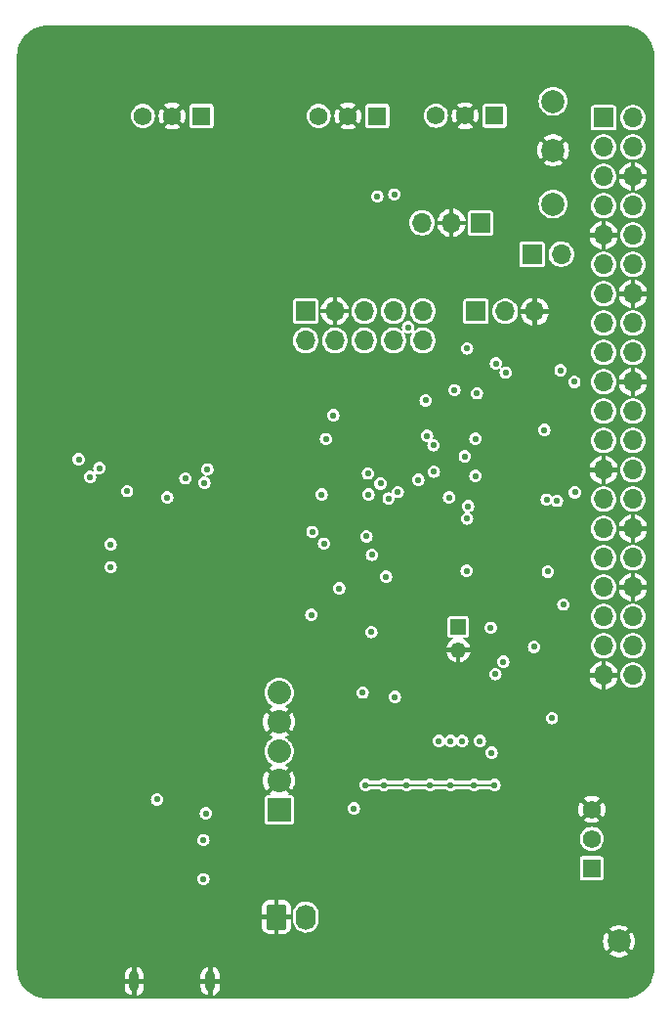
<source format=gbr>
%TF.GenerationSoftware,KiCad,Pcbnew,7.0.11-7.0.11~ubuntu20.04.1*%
%TF.CreationDate,2025-05-20T14:11:40-07:00*%
%TF.ProjectId,whaleboard,7768616c-6562-46f6-9172-642e6b696361,rev?*%
%TF.SameCoordinates,Original*%
%TF.FileFunction,Copper,L3,Inr*%
%TF.FilePolarity,Positive*%
%FSLAX46Y46*%
G04 Gerber Fmt 4.6, Leading zero omitted, Abs format (unit mm)*
G04 Created by KiCad (PCBNEW 7.0.11-7.0.11~ubuntu20.04.1) date 2025-05-20 14:11:40*
%MOMM*%
%LPD*%
G01*
G04 APERTURE LIST*
G04 Aperture macros list*
%AMRoundRect*
0 Rectangle with rounded corners*
0 $1 Rounding radius*
0 $2 $3 $4 $5 $6 $7 $8 $9 X,Y pos of 4 corners*
0 Add a 4 corners polygon primitive as box body*
4,1,4,$2,$3,$4,$5,$6,$7,$8,$9,$2,$3,0*
0 Add four circle primitives for the rounded corners*
1,1,$1+$1,$2,$3*
1,1,$1+$1,$4,$5*
1,1,$1+$1,$6,$7*
1,1,$1+$1,$8,$9*
0 Add four rect primitives between the rounded corners*
20,1,$1+$1,$2,$3,$4,$5,0*
20,1,$1+$1,$4,$5,$6,$7,0*
20,1,$1+$1,$6,$7,$8,$9,0*
20,1,$1+$1,$8,$9,$2,$3,0*%
G04 Aperture macros list end*
%TA.AperFunction,ComponentPad*%
%ADD10C,5.400000*%
%TD*%
%TA.AperFunction,ComponentPad*%
%ADD11C,2.000000*%
%TD*%
%TA.AperFunction,ComponentPad*%
%ADD12R,2.032000X2.032000*%
%TD*%
%TA.AperFunction,ComponentPad*%
%ADD13C,2.032000*%
%TD*%
%TA.AperFunction,ComponentPad*%
%ADD14R,1.700000X1.700000*%
%TD*%
%TA.AperFunction,ComponentPad*%
%ADD15O,1.700000X1.700000*%
%TD*%
%TA.AperFunction,ComponentPad*%
%ADD16R,1.574800X1.574800*%
%TD*%
%TA.AperFunction,ComponentPad*%
%ADD17C,1.574800*%
%TD*%
%TA.AperFunction,ComponentPad*%
%ADD18O,0.900000X1.800000*%
%TD*%
%TA.AperFunction,ComponentPad*%
%ADD19RoundRect,0.250000X-0.620000X-0.845000X0.620000X-0.845000X0.620000X0.845000X-0.620000X0.845000X0*%
%TD*%
%TA.AperFunction,ComponentPad*%
%ADD20O,1.740000X2.190000*%
%TD*%
%TA.AperFunction,ComponentPad*%
%ADD21R,1.350000X1.350000*%
%TD*%
%TA.AperFunction,ComponentPad*%
%ADD22O,1.350000X1.350000*%
%TD*%
%TA.AperFunction,ViaPad*%
%ADD23C,0.558800*%
%TD*%
%TA.AperFunction,Conductor*%
%ADD24C,0.177800*%
%TD*%
G04 APERTURE END LIST*
D10*
%TO.N,GND*%
%TO.C,H3*%
X155504000Y-121870000D03*
%TD*%
D11*
%TO.N,GND*%
%TO.C,TP3*%
X155560000Y-140030000D03*
%TD*%
D10*
%TO.N,GND*%
%TO.C,H2*%
X106504001Y-63870001D03*
%TD*%
D12*
%TO.N,+5V*%
%TO.C,U4*%
X126100000Y-128650000D03*
D13*
%TO.N,GND*%
X126100000Y-126110000D03*
%TO.N,+15V*%
X126100000Y-123570000D03*
%TO.N,GND*%
X126100000Y-121030000D03*
%TO.N,-15V*%
X126100000Y-118490000D03*
%TD*%
D14*
%TO.N,/micro/RX_DIAG*%
%TO.C,J6*%
X143175000Y-85500000D03*
D15*
%TO.N,/micro/TX_DIAG*%
X145715000Y-85500000D03*
%TO.N,GND*%
X148255000Y-85500000D03*
%TD*%
D16*
%TO.N,/input/SIGIN-*%
%TO.C,J2*%
X119380000Y-68580000D03*
D17*
%TO.N,GND*%
X116840000Y-68580000D03*
%TO.N,/input/SIGIN+*%
X114300000Y-68580000D03*
%TD*%
D10*
%TO.N,GND*%
%TO.C,H1*%
X155504000Y-63870001D03*
%TD*%
D18*
%TO.N,GND*%
%TO.C,J11*%
X113540000Y-143484600D03*
X120140000Y-143484600D03*
%TD*%
D16*
%TO.N,/input/GainA0_OUT*%
%TO.C,J3*%
X134620000Y-68580000D03*
D17*
%TO.N,GND*%
X132080000Y-68580000D03*
%TO.N,/input/GainA1_OUT*%
X129540000Y-68580000D03*
%TD*%
D14*
%TO.N,/micro/STM_RESET*%
%TO.C,J7*%
X128397000Y-85471000D03*
D15*
%TO.N,/micro/SWCLK*%
X128397000Y-88011000D03*
%TO.N,GND*%
X130937000Y-85471000D03*
%TO.N,/micro/SWDIO*%
X130937000Y-88011000D03*
%TO.N,+3.3V*%
X133477000Y-85471000D03*
X133477000Y-88011000D03*
%TO.N,unconnected-(J7-Pin_7-Pad7)*%
X136017000Y-85471000D03*
%TO.N,unconnected-(J7-Pin_8-Pad8)*%
X136017000Y-88011000D03*
%TO.N,unconnected-(J7-Pin_9-Pad9)*%
X138557000Y-85471000D03*
%TO.N,unconnected-(J7-Pin_10-Pad10)*%
X138557000Y-88011000D03*
%TD*%
D14*
%TO.N,Net-(J13-Pin_1)*%
%TO.C,J13*%
X148026200Y-80543400D03*
D15*
%TO.N,/STM_RESET*%
X150566200Y-80543400D03*
%TD*%
D10*
%TO.N,GND*%
%TO.C,H4*%
X106504001Y-121870000D03*
%TD*%
D11*
%TO.N,+3.3V*%
%TO.C,TP1*%
X149860000Y-76200000D03*
%TD*%
%TO.N,GND*%
%TO.C,TP4*%
X149860000Y-71550000D03*
%TD*%
D16*
%TO.N,+5V*%
%TO.C,J9*%
X153210000Y-133700000D03*
D17*
%TO.N,/pi/GPS*%
X153210000Y-131160000D03*
%TO.N,GND*%
X153210000Y-128620000D03*
%TD*%
D11*
%TO.N,+5V*%
%TO.C,TP2*%
X149860000Y-67310000D03*
%TD*%
D14*
%TO.N,+12VA*%
%TO.C,J5*%
X143580000Y-77830000D03*
D15*
%TO.N,GND*%
X141040000Y-77830000D03*
%TO.N,-12VA*%
X138500000Y-77830000D03*
%TD*%
D16*
%TO.N,+12VA*%
%TO.C,J4*%
X144780000Y-68560000D03*
D17*
%TO.N,GND*%
X142240000Y-68560000D03*
%TO.N,-12VA*%
X139700000Y-68560000D03*
%TD*%
D19*
%TO.N,GND*%
%TO.C,J1*%
X125882400Y-137922000D03*
D20*
%TO.N,+5V*%
X128422400Y-137922000D03*
%TD*%
D21*
%TO.N,/micro/STM_OSC_IN*%
%TO.C,J12*%
X141640000Y-112810000D03*
D22*
%TO.N,GND*%
X141640000Y-114810000D03*
%TD*%
D14*
%TO.N,+3.3V*%
%TO.C,J10*%
X154234000Y-68740001D03*
D15*
%TO.N,+5V*%
X156774000Y-68740001D03*
%TO.N,unconnected-(J10-SDA{slash}GPIO2-Pad3)*%
X154234000Y-71280001D03*
%TO.N,+5V*%
X156774000Y-71280001D03*
%TO.N,/pi/GPS*%
X154234000Y-73820001D03*
%TO.N,GND*%
X156774000Y-73820001D03*
%TO.N,unconnected-(J10-GCLK0{slash}GPIO4-Pad7)*%
X154234000Y-76360001D03*
%TO.N,/UART_PI2STM*%
X156774000Y-76360001D03*
%TO.N,GND*%
X154234000Y-78900001D03*
%TO.N,/UART_STM2PI*%
X156774000Y-78900001D03*
%TO.N,/RecordEnable*%
X154234000Y-81440001D03*
%TO.N,/pi/SPI1_NCS*%
X156774000Y-81440001D03*
%TO.N,unconnected-(J10-GPIO27-Pad13)*%
X154234000Y-83980001D03*
%TO.N,GND*%
X156774000Y-83980001D03*
%TO.N,/STM_RESET*%
X154234000Y-86520001D03*
%TO.N,unconnected-(J10-GPIO23-Pad16)*%
X156774000Y-86520001D03*
%TO.N,+3.3V*%
X154234000Y-89060001D03*
%TO.N,unconnected-(J10-GPIO24-Pad18)*%
X156774000Y-89060001D03*
%TO.N,/SPI0_MOSI*%
X154234000Y-91600001D03*
%TO.N,GND*%
X156774000Y-91600001D03*
%TO.N,/SPI0_MISO*%
X154234000Y-94140001D03*
%TO.N,unconnected-(J10-GPIO25-Pad22)*%
X156774000Y-94140001D03*
%TO.N,/SPI0_SCK*%
X154234000Y-96680001D03*
%TO.N,/SPI0_NCS*%
X156774000Y-96680001D03*
%TO.N,GND*%
X154234000Y-99220001D03*
%TO.N,unconnected-(J10-~{CE1}{slash}GPIO7-Pad26)*%
X156774000Y-99220001D03*
%TO.N,unconnected-(J10-ID_SD{slash}GPIO0-Pad27)*%
X154234000Y-101760001D03*
%TO.N,unconnected-(J10-ID_SC{slash}GPIO1-Pad28)*%
X156774000Y-101760001D03*
%TO.N,unconnected-(J10-GCLK1{slash}GPIO5-Pad29)*%
X154234000Y-104300001D03*
%TO.N,GND*%
X156774000Y-104300001D03*
%TO.N,unconnected-(J10-GCLK2{slash}GPIO6-Pad31)*%
X154234000Y-106840001D03*
%TO.N,unconnected-(J10-PWM0{slash}GPIO12-Pad32)*%
X156774000Y-106840001D03*
%TO.N,unconnected-(J10-PWM1{slash}GPIO13-Pad33)*%
X154234000Y-109380001D03*
%TO.N,GND*%
X156774000Y-109380001D03*
%TO.N,/pi/SPI1_MISO*%
X154234000Y-111920001D03*
%TO.N,unconnected-(J10-GPIO16-Pad36)*%
X156774000Y-111920001D03*
%TO.N,/AcqBusy*%
X154234000Y-114460001D03*
%TO.N,/pi/SPI1_MOSI*%
X156774000Y-114460001D03*
%TO.N,GND*%
X154234000Y-117000001D03*
%TO.N,/pi/SPI1_SCK*%
X156774000Y-117000001D03*
%TD*%
D23*
%TO.N,GND*%
X129650000Y-121240000D03*
X131170000Y-117260000D03*
X125069600Y-104013000D03*
X127406400Y-93802200D03*
X126212600Y-83439000D03*
X140589000Y-83185000D03*
X139827000Y-91440000D03*
X138328400Y-90043000D03*
X145592800Y-99060000D03*
X128270000Y-101600000D03*
X111930000Y-93980000D03*
X151638000Y-98298000D03*
X149193300Y-115570000D03*
X132080000Y-91948000D03*
X104648000Y-109220000D03*
X145542000Y-114681000D03*
X135890000Y-116815800D03*
X147800000Y-120800000D03*
X139180000Y-118380000D03*
X114510000Y-92670000D03*
X138176000Y-137922000D03*
X141935200Y-96316800D03*
X133248400Y-107543600D03*
X128524000Y-110490000D03*
X147066000Y-115189000D03*
X143256000Y-91427000D03*
X151638000Y-96774000D03*
X109982000Y-135128000D03*
X127508000Y-108966000D03*
X137464800Y-108762800D03*
X119080000Y-109570000D03*
X134416800Y-96316800D03*
X133600000Y-97700000D03*
X119820000Y-94010000D03*
X122000000Y-109500000D03*
X143465111Y-114725889D03*
X126746000Y-107188000D03*
X104648000Y-104140000D03*
X143662400Y-108864400D03*
X139700000Y-104575000D03*
X125984000Y-132080000D03*
X136652000Y-90932000D03*
X134143900Y-114839900D03*
X138900000Y-102025000D03*
X150774400Y-109524800D03*
X116600000Y-135920000D03*
X150800000Y-101300000D03*
%TO.N,+15V*%
X119750000Y-128950000D03*
%TO.N,-15V*%
X115525000Y-127750000D03*
%TO.N,+3.3V*%
X132588000Y-128524000D03*
X134109408Y-113260727D03*
X143256000Y-92583000D03*
X149400471Y-108028530D03*
X136144000Y-118872000D03*
X148201765Y-114545318D03*
X130175000Y-96546215D03*
X144454438Y-112874576D03*
X128905000Y-111760000D03*
X129794000Y-101346000D03*
X144850000Y-116900000D03*
X131318000Y-109474000D03*
X149098000Y-95758000D03*
X130810000Y-94488000D03*
%TO.N,/RecordEnable*%
X151747421Y-101170975D03*
%TO.N,/AcqBusy*%
X150200000Y-101900000D03*
%TO.N,/ADC+*%
X116408200Y-101600000D03*
X142494000Y-102362000D03*
%TO.N,/ADC-*%
X142394414Y-103438609D03*
X112925000Y-101050000D03*
%TO.N,/GainA0*%
X136093200Y-75361800D03*
X145750000Y-90800000D03*
%TO.N,/GainA1*%
X144900000Y-90000000D03*
X134620000Y-75539600D03*
%TO.N,Net-(J8-VDD)*%
X137160000Y-126492000D03*
X135180000Y-126492000D03*
X139192000Y-126492000D03*
X140970000Y-126492000D03*
X133604000Y-126492000D03*
X144780000Y-126492000D03*
X143002000Y-126492000D03*
%TO.N,Net-(U7A-PB5)*%
X129000000Y-104600000D03*
X111506000Y-105664000D03*
%TO.N,/micro/RX_DIAG*%
X133800000Y-99522300D03*
%TO.N,/micro/TX_DIAG*%
X134900000Y-100400000D03*
%TO.N,/UART_PI2STM*%
X150500000Y-90600000D03*
%TO.N,/UART_STM2PI*%
X151700000Y-91600000D03*
%TO.N,Net-(C34-Pad2)*%
X138176000Y-100076000D03*
X133679407Y-104977407D03*
X134144719Y-106577415D03*
X139519833Y-99380167D03*
%TO.N,Net-(U7A-PB6)*%
X130000000Y-105600000D03*
X111506000Y-107633000D03*
%TO.N,/micro/SD_DAT0*%
X143123789Y-99743789D03*
X143510000Y-122682000D03*
%TO.N,/micro/SD_DAT1*%
X144526000Y-123698000D03*
X142201376Y-98044000D03*
%TO.N,/micro/STM_RESET*%
X137287000Y-86868000D03*
X140843000Y-101600000D03*
X142400000Y-88700000D03*
X141300000Y-92300000D03*
%TO.N,/micro/SD_DAT2*%
X136395671Y-101131664D03*
X141973203Y-122682000D03*
%TO.N,/micro/SD_DAT3*%
X135600000Y-101700000D03*
X140970000Y-122682000D03*
%TO.N,/micro/SD_CMD*%
X133858000Y-101346000D03*
X139954000Y-122682000D03*
%TO.N,/micro/OSPI1_S2*%
X133350000Y-118491000D03*
X135382000Y-108458000D03*
%TO.N,/micro/OSPI1_S0*%
X145542000Y-115824000D03*
X142367000Y-107950000D03*
%TO.N,/micro/OSPI1_S1*%
X150749000Y-110871000D03*
X143129000Y-96520000D03*
%TO.N,/micro/OSPI1_CS#*%
X149750000Y-120700000D03*
X149295270Y-101786308D03*
%TO.N,/micro/USB_ID*%
X119540000Y-134630000D03*
X119540000Y-131270000D03*
%TO.N,/GainB0*%
X117983000Y-99949000D03*
X138810063Y-93210063D03*
X108736300Y-98298000D03*
%TO.N,/GainB1*%
X119634000Y-100330000D03*
X109728000Y-99822000D03*
X139480387Y-97079580D03*
%TO.N,/GainB2*%
X110533424Y-99060000D03*
X119888000Y-99178706D03*
X138938000Y-96266000D03*
%TD*%
D24*
%TO.N,Net-(J8-VDD)*%
X137160000Y-126492000D02*
X139192000Y-126492000D01*
X139192000Y-126492000D02*
X140970000Y-126492000D01*
X135180000Y-126492000D02*
X137160000Y-126492000D01*
X133604000Y-126492000D02*
X135180000Y-126492000D01*
X140970000Y-126492000D02*
X143002000Y-126492000D01*
X143002000Y-126492000D02*
X144780000Y-126492000D01*
%TD*%
%TA.AperFunction,Conductor*%
%TO.N,GND*%
G36*
X156005745Y-60751599D02*
G01*
X156293680Y-60767769D01*
X156300637Y-60768553D01*
X156583224Y-60816566D01*
X156590036Y-60818121D01*
X156848455Y-60892571D01*
X156865462Y-60897471D01*
X156872069Y-60899782D01*
X157136905Y-61009480D01*
X157143184Y-61012505D01*
X157394052Y-61151155D01*
X157399972Y-61154873D01*
X157518586Y-61239034D01*
X157633744Y-61320743D01*
X157639224Y-61325113D01*
X157852941Y-61516103D01*
X157857897Y-61521059D01*
X158048886Y-61734776D01*
X158053255Y-61740256D01*
X158219115Y-61974013D01*
X158222844Y-61979948D01*
X158361490Y-62230809D01*
X158364531Y-62237123D01*
X158474214Y-62501922D01*
X158476529Y-62508538D01*
X158555875Y-62783953D01*
X158557435Y-62790786D01*
X158605446Y-63073359D01*
X158606231Y-63080323D01*
X158612547Y-63192784D01*
X158622402Y-63368287D01*
X158622500Y-63371765D01*
X158622500Y-142368240D01*
X158622402Y-142371744D01*
X158606232Y-142659675D01*
X158605447Y-142666640D01*
X158557436Y-142949213D01*
X158555876Y-142956046D01*
X158476530Y-143231461D01*
X158474215Y-143238077D01*
X158364532Y-143502876D01*
X158361492Y-143509190D01*
X158222846Y-143760052D01*
X158219116Y-143765987D01*
X158053256Y-143999744D01*
X158048887Y-144005224D01*
X157857897Y-144218941D01*
X157852941Y-144223897D01*
X157639224Y-144414887D01*
X157633744Y-144419257D01*
X157399984Y-144585118D01*
X157394050Y-144588846D01*
X157143203Y-144727485D01*
X157136888Y-144730526D01*
X156872070Y-144840217D01*
X156865454Y-144842532D01*
X156590047Y-144921876D01*
X156583214Y-144923436D01*
X156300641Y-144971446D01*
X156293677Y-144972231D01*
X156027809Y-144987162D01*
X156005762Y-144988401D01*
X156002259Y-144988499D01*
X106005760Y-144988499D01*
X106002256Y-144988401D01*
X105714324Y-144972231D01*
X105707359Y-144971446D01*
X105424786Y-144923435D01*
X105417953Y-144921875D01*
X105142538Y-144842529D01*
X105135922Y-144840214D01*
X104871123Y-144730531D01*
X104864809Y-144727490D01*
X104613948Y-144588844D01*
X104608013Y-144585115D01*
X104374256Y-144419255D01*
X104368776Y-144414886D01*
X104155059Y-144223896D01*
X104150103Y-144218940D01*
X103959113Y-144005223D01*
X103954744Y-143999743D01*
X103940491Y-143979655D01*
X112709000Y-143979655D01*
X112723643Y-144114294D01*
X112723644Y-144114299D01*
X112781357Y-144285585D01*
X112874544Y-144440463D01*
X112998854Y-144571694D01*
X113148453Y-144673126D01*
X113316369Y-144740029D01*
X113316376Y-144740031D01*
X113349500Y-144745461D01*
X113349500Y-143999484D01*
X113359760Y-144014840D01*
X113442455Y-144070095D01*
X113540000Y-144089498D01*
X113637545Y-144070095D01*
X113720240Y-144014840D01*
X113730500Y-143999484D01*
X113730500Y-144744141D01*
X113849402Y-144711130D01*
X113849403Y-144711129D01*
X114009096Y-144626464D01*
X114146861Y-144509445D01*
X114256244Y-144365554D01*
X114332142Y-144201503D01*
X114371000Y-144024974D01*
X114371000Y-143979655D01*
X119309000Y-143979655D01*
X119323643Y-144114294D01*
X119323644Y-144114299D01*
X119381357Y-144285585D01*
X119474544Y-144440463D01*
X119598854Y-144571694D01*
X119748453Y-144673126D01*
X119916369Y-144740029D01*
X119916376Y-144740031D01*
X119949500Y-144745461D01*
X119949500Y-143999484D01*
X119959760Y-144014840D01*
X120042455Y-144070095D01*
X120140000Y-144089498D01*
X120237545Y-144070095D01*
X120320240Y-144014840D01*
X120330500Y-143999484D01*
X120330500Y-144744141D01*
X120449402Y-144711130D01*
X120449403Y-144711129D01*
X120609096Y-144626464D01*
X120746861Y-144509445D01*
X120856244Y-144365554D01*
X120932142Y-144201503D01*
X120971000Y-144024974D01*
X120971000Y-143675100D01*
X120390000Y-143675100D01*
X120390000Y-143294100D01*
X120971000Y-143294100D01*
X120971000Y-142989548D01*
X120970999Y-142989544D01*
X120956356Y-142854905D01*
X120956355Y-142854900D01*
X120898642Y-142683614D01*
X120805455Y-142528736D01*
X120681145Y-142397505D01*
X120531546Y-142296073D01*
X120531543Y-142296071D01*
X120363634Y-142229171D01*
X120363627Y-142229170D01*
X120330500Y-142223738D01*
X120330500Y-142969715D01*
X120320240Y-142954360D01*
X120237545Y-142899105D01*
X120140000Y-142879702D01*
X120042455Y-142899105D01*
X119959760Y-142954360D01*
X119949500Y-142969715D01*
X119949500Y-142225055D01*
X119830598Y-142258069D01*
X119830596Y-142258070D01*
X119670903Y-142342735D01*
X119533138Y-142459754D01*
X119423755Y-142603645D01*
X119347857Y-142767696D01*
X119309000Y-142944225D01*
X119309000Y-143294100D01*
X119890000Y-143294100D01*
X119890000Y-143675100D01*
X119309000Y-143675100D01*
X119309000Y-143979655D01*
X114371000Y-143979655D01*
X114371000Y-143675100D01*
X113790000Y-143675100D01*
X113790000Y-143294100D01*
X114371000Y-143294100D01*
X114371000Y-142989548D01*
X114370999Y-142989544D01*
X114356356Y-142854905D01*
X114356355Y-142854900D01*
X114298642Y-142683614D01*
X114205455Y-142528736D01*
X114081145Y-142397505D01*
X113931546Y-142296073D01*
X113931543Y-142296071D01*
X113763634Y-142229171D01*
X113763627Y-142229170D01*
X113730500Y-142223738D01*
X113730500Y-142969715D01*
X113720240Y-142954360D01*
X113637545Y-142899105D01*
X113540000Y-142879702D01*
X113442455Y-142899105D01*
X113359760Y-142954360D01*
X113349500Y-142969715D01*
X113349500Y-142225055D01*
X113230598Y-142258069D01*
X113230596Y-142258070D01*
X113070903Y-142342735D01*
X112933138Y-142459754D01*
X112823755Y-142603645D01*
X112747857Y-142767696D01*
X112709000Y-142944225D01*
X112709000Y-143294100D01*
X113290000Y-143294100D01*
X113290000Y-143675100D01*
X112709000Y-143675100D01*
X112709000Y-143979655D01*
X103940491Y-143979655D01*
X103788884Y-143765986D01*
X103785155Y-143760051D01*
X103646509Y-143509190D01*
X103643472Y-143502885D01*
X103533785Y-143238077D01*
X103531470Y-143231461D01*
X103496471Y-143109976D01*
X103452121Y-142956035D01*
X103450566Y-142949223D01*
X103402552Y-142666636D01*
X103401768Y-142659675D01*
X103385599Y-142371744D01*
X103385501Y-142368240D01*
X103385501Y-140030000D01*
X154174267Y-140030000D01*
X154193167Y-140258083D01*
X154249350Y-140479945D01*
X154249351Y-140479949D01*
X154341285Y-140689538D01*
X154341287Y-140689542D01*
X154455789Y-140864800D01*
X154455790Y-140864800D01*
X155096021Y-140224568D01*
X155100507Y-140239844D01*
X155178239Y-140360798D01*
X155286900Y-140454952D01*
X155367600Y-140491806D01*
X154727422Y-141131983D01*
X154727423Y-141131984D01*
X154802074Y-141190088D01*
X154802076Y-141190089D01*
X155003356Y-141299015D01*
X155003357Y-141299016D01*
X155219822Y-141373329D01*
X155445570Y-141411000D01*
X155674430Y-141411000D01*
X155900177Y-141373329D01*
X156116642Y-141299016D01*
X156116643Y-141299015D01*
X156317924Y-141190088D01*
X156392575Y-141131983D01*
X156392576Y-141131983D01*
X155752399Y-140491807D01*
X155833100Y-140454952D01*
X155941761Y-140360798D01*
X156019493Y-140239844D01*
X156023977Y-140224569D01*
X156664208Y-140864800D01*
X156664209Y-140864800D01*
X156778712Y-140689541D01*
X156778714Y-140689538D01*
X156870648Y-140479949D01*
X156870649Y-140479945D01*
X156926832Y-140258083D01*
X156945732Y-140030000D01*
X156926832Y-139801916D01*
X156870649Y-139580054D01*
X156870648Y-139580050D01*
X156778714Y-139370461D01*
X156778712Y-139370457D01*
X156664209Y-139195198D01*
X156664208Y-139195198D01*
X156023977Y-139835429D01*
X156019493Y-139820156D01*
X155941761Y-139699202D01*
X155833100Y-139605048D01*
X155752398Y-139568192D01*
X156392576Y-138928015D01*
X156392575Y-138928014D01*
X156317925Y-138869911D01*
X156317923Y-138869910D01*
X156116643Y-138760984D01*
X156116642Y-138760983D01*
X155900177Y-138686670D01*
X155674430Y-138649000D01*
X155445570Y-138649000D01*
X155219822Y-138686670D01*
X155003357Y-138760983D01*
X155003356Y-138760984D01*
X154802079Y-138869908D01*
X154727422Y-138928015D01*
X155367600Y-139568193D01*
X155286900Y-139605048D01*
X155178239Y-139699202D01*
X155100507Y-139820156D01*
X155096022Y-139835430D01*
X154455790Y-139195198D01*
X154455789Y-139195198D01*
X154341287Y-139370457D01*
X154341285Y-139370461D01*
X154249351Y-139580050D01*
X154249350Y-139580054D01*
X154193167Y-139801916D01*
X154174267Y-140030000D01*
X103385501Y-140030000D01*
X103385501Y-137731500D01*
X124631400Y-137731500D01*
X125317285Y-137731500D01*
X125302715Y-137766674D01*
X125282266Y-137922000D01*
X125302715Y-138077326D01*
X125317285Y-138112500D01*
X124631401Y-138112500D01*
X124631401Y-138830735D01*
X124634214Y-138866492D01*
X124678694Y-139019593D01*
X124678695Y-139019594D01*
X124759848Y-139156817D01*
X124872582Y-139269551D01*
X125009805Y-139350704D01*
X125009806Y-139350705D01*
X125162907Y-139395185D01*
X125198666Y-139397999D01*
X125691900Y-139397999D01*
X125691900Y-138487115D01*
X125727074Y-138501685D01*
X125843403Y-138517000D01*
X125921397Y-138517000D01*
X126037726Y-138501685D01*
X126072900Y-138487115D01*
X126072900Y-139397999D01*
X126566132Y-139397999D01*
X126566135Y-139397998D01*
X126601892Y-139395185D01*
X126754993Y-139350705D01*
X126754994Y-139350704D01*
X126892217Y-139269551D01*
X126892219Y-139269550D01*
X127004950Y-139156819D01*
X127004951Y-139156817D01*
X127086104Y-139019594D01*
X127086105Y-139019593D01*
X127130585Y-138866494D01*
X127130585Y-138866490D01*
X127133400Y-138830733D01*
X127133400Y-138200566D01*
X127297900Y-138200566D01*
X127313199Y-138360782D01*
X127373701Y-138566835D01*
X127466349Y-138746547D01*
X127472107Y-138757716D01*
X127472109Y-138757719D01*
X127472112Y-138757723D01*
X127604859Y-138926524D01*
X127604860Y-138926525D01*
X127767155Y-139067154D01*
X127767156Y-139067154D01*
X127767159Y-139067157D01*
X127953141Y-139174534D01*
X128156083Y-139244773D01*
X128368651Y-139275336D01*
X128583161Y-139265117D01*
X128791861Y-139214487D01*
X128987207Y-139125275D01*
X129162141Y-139000706D01*
X129310337Y-138845282D01*
X129426442Y-138664620D01*
X129506258Y-138465249D01*
X129546900Y-138254377D01*
X129546900Y-137643434D01*
X129531601Y-137483219D01*
X129471098Y-137277165D01*
X129471098Y-137277164D01*
X129420684Y-137179374D01*
X129372693Y-137086284D01*
X129315269Y-137013264D01*
X129239940Y-136917475D01*
X129239939Y-136917474D01*
X129077644Y-136776845D01*
X128976979Y-136718726D01*
X128891659Y-136669466D01*
X128688717Y-136599227D01*
X128688715Y-136599226D01*
X128688713Y-136599226D01*
X128476145Y-136568663D01*
X128261644Y-136578882D01*
X128261638Y-136578882D01*
X128052939Y-136629513D01*
X127857591Y-136718726D01*
X127682661Y-136843291D01*
X127534458Y-136998723D01*
X127418360Y-137179374D01*
X127338543Y-137378745D01*
X127338542Y-137378748D01*
X127297900Y-137589624D01*
X127297900Y-138200566D01*
X127133400Y-138200566D01*
X127133400Y-138112500D01*
X126447515Y-138112500D01*
X126462085Y-138077326D01*
X126482534Y-137922000D01*
X126462085Y-137766674D01*
X126447515Y-137731500D01*
X127133399Y-137731500D01*
X127133399Y-137013268D01*
X127133398Y-137013264D01*
X127130585Y-136977507D01*
X127086105Y-136824406D01*
X127086104Y-136824405D01*
X127004951Y-136687182D01*
X126892217Y-136574448D01*
X126754994Y-136493295D01*
X126754993Y-136493294D01*
X126601892Y-136448814D01*
X126566134Y-136446000D01*
X126072900Y-136446000D01*
X126072900Y-137356884D01*
X126037726Y-137342315D01*
X125921397Y-137327000D01*
X125843403Y-137327000D01*
X125727074Y-137342315D01*
X125691900Y-137356884D01*
X125691900Y-136446000D01*
X125198668Y-136446000D01*
X125198664Y-136446001D01*
X125162907Y-136448814D01*
X125009806Y-136493294D01*
X125009805Y-136493295D01*
X124872582Y-136574448D01*
X124872581Y-136574450D01*
X124759850Y-136687181D01*
X124759848Y-136687182D01*
X124678695Y-136824405D01*
X124678694Y-136824406D01*
X124634214Y-136977505D01*
X124634214Y-136977509D01*
X124631400Y-137013266D01*
X124631400Y-137731500D01*
X103385501Y-137731500D01*
X103385501Y-134630001D01*
X119001493Y-134630001D01*
X119019840Y-134769369D01*
X119019841Y-134769372D01*
X119019842Y-134769376D01*
X119073639Y-134899254D01*
X119159218Y-135010782D01*
X119270746Y-135096361D01*
X119400624Y-135150158D01*
X119400628Y-135150158D01*
X119400630Y-135150159D01*
X119539998Y-135168507D01*
X119540000Y-135168507D01*
X119540002Y-135168507D01*
X119679369Y-135150159D01*
X119679369Y-135150158D01*
X119679376Y-135150158D01*
X119809254Y-135096361D01*
X119920782Y-135010782D01*
X120006361Y-134899254D01*
X120060158Y-134769376D01*
X120065719Y-134727133D01*
X120078507Y-134630001D01*
X120078507Y-134629998D01*
X120063033Y-134512464D01*
X152168100Y-134512464D01*
X152168101Y-134512468D01*
X152182865Y-134586699D01*
X152182867Y-134586703D01*
X152239115Y-134670884D01*
X152323297Y-134727133D01*
X152323299Y-134727134D01*
X152397533Y-134741900D01*
X154022466Y-134741899D01*
X154096701Y-134727134D01*
X154180884Y-134670884D01*
X154237134Y-134586701D01*
X154251900Y-134512467D01*
X154251899Y-132887534D01*
X154237134Y-132813299D01*
X154237132Y-132813296D01*
X154180884Y-132729115D01*
X154096702Y-132672866D01*
X154096700Y-132672865D01*
X154022467Y-132658100D01*
X152397535Y-132658100D01*
X152397531Y-132658101D01*
X152323300Y-132672865D01*
X152323296Y-132672867D01*
X152239115Y-132729115D01*
X152182866Y-132813297D01*
X152182865Y-132813299D01*
X152168100Y-132887532D01*
X152168100Y-134512464D01*
X120063033Y-134512464D01*
X120060159Y-134490630D01*
X120060158Y-134490628D01*
X120060158Y-134490624D01*
X120006361Y-134360747D01*
X119920782Y-134249218D01*
X119920780Y-134249217D01*
X119920780Y-134249216D01*
X119878678Y-134216910D01*
X119809254Y-134163639D01*
X119679376Y-134109842D01*
X119679373Y-134109841D01*
X119679372Y-134109841D01*
X119679369Y-134109840D01*
X119540002Y-134091493D01*
X119539998Y-134091493D01*
X119400630Y-134109840D01*
X119400620Y-134109843D01*
X119270749Y-134163637D01*
X119270746Y-134163639D01*
X119159217Y-134249217D01*
X119073639Y-134360746D01*
X119073637Y-134360749D01*
X119019843Y-134490620D01*
X119019840Y-134490630D01*
X119001493Y-134629998D01*
X119001493Y-134630001D01*
X103385501Y-134630001D01*
X103385501Y-131270001D01*
X119001493Y-131270001D01*
X119019840Y-131409369D01*
X119019841Y-131409372D01*
X119019842Y-131409376D01*
X119073639Y-131539254D01*
X119159218Y-131650782D01*
X119270746Y-131736361D01*
X119400624Y-131790158D01*
X119400628Y-131790158D01*
X119400630Y-131790159D01*
X119539998Y-131808507D01*
X119540000Y-131808507D01*
X119540002Y-131808507D01*
X119679369Y-131790159D01*
X119679369Y-131790158D01*
X119679376Y-131790158D01*
X119809254Y-131736361D01*
X119920782Y-131650782D01*
X120006361Y-131539254D01*
X120060158Y-131409376D01*
X120066099Y-131364248D01*
X120078507Y-131270001D01*
X120078507Y-131269998D01*
X120064026Y-131160000D01*
X152163059Y-131160000D01*
X152183175Y-131364246D01*
X152183176Y-131364248D01*
X152236263Y-131539253D01*
X152242755Y-131560652D01*
X152339496Y-131741643D01*
X152339500Y-131741649D01*
X152469701Y-131900299D01*
X152628351Y-132030500D01*
X152628353Y-132030501D01*
X152628356Y-132030503D01*
X152809347Y-132127244D01*
X152809353Y-132127247D01*
X153005752Y-132186824D01*
X153210000Y-132206941D01*
X153414248Y-132186824D01*
X153610647Y-132127247D01*
X153791649Y-132030500D01*
X153950299Y-131900299D01*
X154080500Y-131741649D01*
X154177247Y-131560647D01*
X154236824Y-131364248D01*
X154256941Y-131160000D01*
X154236824Y-130955752D01*
X154177247Y-130759353D01*
X154172164Y-130749843D01*
X154080503Y-130578356D01*
X154080499Y-130578350D01*
X153950299Y-130419701D01*
X153791649Y-130289500D01*
X153791643Y-130289496D01*
X153610652Y-130192755D01*
X153610649Y-130192754D01*
X153610647Y-130192753D01*
X153502370Y-130159907D01*
X153414246Y-130133175D01*
X153210000Y-130113059D01*
X153005753Y-130133175D01*
X152849659Y-130180526D01*
X152809353Y-130192753D01*
X152809352Y-130192753D01*
X152809347Y-130192755D01*
X152628356Y-130289496D01*
X152628350Y-130289500D01*
X152469701Y-130419701D01*
X152339500Y-130578350D01*
X152339496Y-130578356D01*
X152242755Y-130759347D01*
X152183175Y-130955753D01*
X152163059Y-131159999D01*
X152163059Y-131160000D01*
X120064026Y-131160000D01*
X120060159Y-131130630D01*
X120060158Y-131130628D01*
X120060158Y-131130624D01*
X120006361Y-131000747D01*
X119920782Y-130889218D01*
X119920780Y-130889217D01*
X119920780Y-130889216D01*
X119878678Y-130856910D01*
X119809254Y-130803639D01*
X119679376Y-130749842D01*
X119679373Y-130749841D01*
X119679372Y-130749841D01*
X119679369Y-130749840D01*
X119540002Y-130731493D01*
X119539998Y-130731493D01*
X119400630Y-130749840D01*
X119400620Y-130749843D01*
X119270749Y-130803637D01*
X119270746Y-130803639D01*
X119159217Y-130889217D01*
X119073639Y-131000746D01*
X119073637Y-131000749D01*
X119019843Y-131130620D01*
X119019840Y-131130630D01*
X119001493Y-131269998D01*
X119001493Y-131270001D01*
X103385501Y-131270001D01*
X103385501Y-128950001D01*
X119211493Y-128950001D01*
X119229840Y-129089369D01*
X119229841Y-129089372D01*
X119229842Y-129089376D01*
X119283639Y-129219254D01*
X119369218Y-129330782D01*
X119480746Y-129416361D01*
X119610624Y-129470158D01*
X119610628Y-129470158D01*
X119610630Y-129470159D01*
X119749998Y-129488507D01*
X119750000Y-129488507D01*
X119750002Y-129488507D01*
X119889369Y-129470159D01*
X119889369Y-129470158D01*
X119889376Y-129470158D01*
X120019254Y-129416361D01*
X120130782Y-129330782D01*
X120216361Y-129219254D01*
X120270158Y-129089376D01*
X120276967Y-129037655D01*
X120288507Y-128950001D01*
X120288507Y-128949998D01*
X120270159Y-128810630D01*
X120270158Y-128810628D01*
X120270158Y-128810624D01*
X120216361Y-128680747D01*
X120130782Y-128569218D01*
X120130780Y-128569217D01*
X120130780Y-128569216D01*
X120071853Y-128524000D01*
X120019254Y-128483639D01*
X119889376Y-128429842D01*
X119889373Y-128429841D01*
X119889372Y-128429841D01*
X119889369Y-128429840D01*
X119750002Y-128411493D01*
X119749998Y-128411493D01*
X119610630Y-128429840D01*
X119610620Y-128429843D01*
X119480749Y-128483637D01*
X119480746Y-128483639D01*
X119369217Y-128569217D01*
X119283639Y-128680746D01*
X119283637Y-128680749D01*
X119229843Y-128810620D01*
X119229840Y-128810630D01*
X119211493Y-128949998D01*
X119211493Y-128950001D01*
X103385501Y-128950001D01*
X103385501Y-127750001D01*
X114986493Y-127750001D01*
X115004840Y-127889369D01*
X115004841Y-127889372D01*
X115004842Y-127889376D01*
X115058639Y-128019254D01*
X115144218Y-128130782D01*
X115255746Y-128216361D01*
X115385624Y-128270158D01*
X115385628Y-128270158D01*
X115385630Y-128270159D01*
X115524998Y-128288507D01*
X115525000Y-128288507D01*
X115525002Y-128288507D01*
X115664369Y-128270159D01*
X115664369Y-128270158D01*
X115664376Y-128270158D01*
X115794254Y-128216361D01*
X115905782Y-128130782D01*
X115991361Y-128019254D01*
X116045158Y-127889376D01*
X116063507Y-127750000D01*
X116045158Y-127610624D01*
X115991361Y-127480747D01*
X115905782Y-127369218D01*
X115905780Y-127369217D01*
X115905780Y-127369216D01*
X115863678Y-127336910D01*
X115794254Y-127283639D01*
X115664376Y-127229842D01*
X115664373Y-127229841D01*
X115664372Y-127229841D01*
X115664369Y-127229840D01*
X115525002Y-127211493D01*
X115524998Y-127211493D01*
X115385630Y-127229840D01*
X115385620Y-127229843D01*
X115255749Y-127283637D01*
X115255746Y-127283639D01*
X115144217Y-127369217D01*
X115058639Y-127480746D01*
X115058637Y-127480749D01*
X115004843Y-127610620D01*
X115004840Y-127610630D01*
X114986493Y-127749998D01*
X114986493Y-127750001D01*
X103385501Y-127750001D01*
X103385501Y-126110000D01*
X124698212Y-126110000D01*
X124717331Y-126340726D01*
X124774165Y-126565158D01*
X124774166Y-126565162D01*
X124867165Y-126777179D01*
X124867167Y-126777183D01*
X124984229Y-126956360D01*
X124984230Y-126956360D01*
X125600021Y-126340568D01*
X125646442Y-126430156D01*
X125749638Y-126540652D01*
X125867239Y-126612167D01*
X125256020Y-127223385D01*
X125312929Y-127267678D01*
X125336561Y-127309269D01*
X125323863Y-127355388D01*
X125282272Y-127379020D01*
X125274541Y-127379500D01*
X125058935Y-127379500D01*
X125058931Y-127379501D01*
X124984700Y-127394265D01*
X124984696Y-127394267D01*
X124900515Y-127450515D01*
X124844266Y-127534697D01*
X124844265Y-127534699D01*
X124829500Y-127608932D01*
X124829500Y-129691064D01*
X124829501Y-129691068D01*
X124844265Y-129765299D01*
X124844267Y-129765303D01*
X124900515Y-129849484D01*
X124984697Y-129905733D01*
X124984699Y-129905734D01*
X125058933Y-129920500D01*
X127141066Y-129920499D01*
X127215301Y-129905734D01*
X127299484Y-129849484D01*
X127355734Y-129765301D01*
X127370500Y-129691067D01*
X127370499Y-128524001D01*
X132049493Y-128524001D01*
X132067840Y-128663369D01*
X132067841Y-128663372D01*
X132067842Y-128663376D01*
X132121639Y-128793254D01*
X132207218Y-128904782D01*
X132318746Y-128990361D01*
X132448624Y-129044158D01*
X132448628Y-129044158D01*
X132448630Y-129044159D01*
X132587998Y-129062507D01*
X132588000Y-129062507D01*
X132588002Y-129062507D01*
X132727369Y-129044159D01*
X132727369Y-129044158D01*
X132727376Y-129044158D01*
X132857254Y-128990361D01*
X132968782Y-128904782D01*
X133054361Y-128793254D01*
X133108158Y-128663376D01*
X133113868Y-128620003D01*
X152036594Y-128620003D01*
X152056571Y-128835605D01*
X152056573Y-128835617D01*
X152115831Y-129043883D01*
X152212350Y-129237719D01*
X152212354Y-129237725D01*
X152259901Y-129300688D01*
X152259902Y-129300689D01*
X152722336Y-128838253D01*
X152770131Y-128930493D01*
X152870213Y-129037655D01*
X152989321Y-129110085D01*
X152527658Y-129571747D01*
X152527658Y-129571750D01*
X152686964Y-129670388D01*
X152686966Y-129670389D01*
X152888885Y-129748612D01*
X153101727Y-129788399D01*
X153101735Y-129788400D01*
X153318265Y-129788400D01*
X153318272Y-129788399D01*
X153531114Y-129748612D01*
X153733033Y-129670389D01*
X153733035Y-129670388D01*
X153892340Y-129571750D01*
X153892340Y-129571747D01*
X153427614Y-129107022D01*
X153489752Y-129080032D01*
X153603493Y-128987497D01*
X153688051Y-128867706D01*
X153698293Y-128838885D01*
X154160096Y-129300688D01*
X154207649Y-129237718D01*
X154304168Y-129043883D01*
X154363426Y-128835617D01*
X154363428Y-128835605D01*
X154383406Y-128620003D01*
X154383406Y-128619996D01*
X154363428Y-128404394D01*
X154363426Y-128404382D01*
X154304168Y-128196116D01*
X154207647Y-128002277D01*
X154207646Y-128002275D01*
X154160096Y-127939310D01*
X153697662Y-128401744D01*
X153649869Y-128309507D01*
X153549787Y-128202345D01*
X153430676Y-128129913D01*
X153892340Y-127668250D01*
X153733030Y-127569609D01*
X153531114Y-127491387D01*
X153318272Y-127451600D01*
X153101727Y-127451600D01*
X152888885Y-127491387D01*
X152686969Y-127569609D01*
X152527658Y-127668250D01*
X152992385Y-128132977D01*
X152930248Y-128159968D01*
X152816507Y-128252503D01*
X152731949Y-128372294D01*
X152721706Y-128401114D01*
X152259902Y-127939310D01*
X152212350Y-128002281D01*
X152115831Y-128196116D01*
X152056573Y-128404382D01*
X152056571Y-128404394D01*
X152036594Y-128619996D01*
X152036594Y-128620003D01*
X133113868Y-128620003D01*
X133126507Y-128524001D01*
X133126507Y-128523998D01*
X133108159Y-128384630D01*
X133108158Y-128384628D01*
X133108158Y-128384624D01*
X133054361Y-128254747D01*
X132968782Y-128143218D01*
X132968780Y-128143217D01*
X132968780Y-128143216D01*
X132894996Y-128086600D01*
X132857254Y-128057639D01*
X132727376Y-128003842D01*
X132727373Y-128003841D01*
X132727372Y-128003841D01*
X132727369Y-128003840D01*
X132588002Y-127985493D01*
X132587998Y-127985493D01*
X132448630Y-128003840D01*
X132448620Y-128003843D01*
X132318749Y-128057637D01*
X132318746Y-128057639D01*
X132207217Y-128143217D01*
X132121639Y-128254746D01*
X132121637Y-128254749D01*
X132067843Y-128384620D01*
X132067840Y-128384630D01*
X132049493Y-128523998D01*
X132049493Y-128524001D01*
X127370499Y-128524001D01*
X127370499Y-127608934D01*
X127355734Y-127534699D01*
X127355732Y-127534696D01*
X127299484Y-127450515D01*
X127215302Y-127394266D01*
X127215300Y-127394265D01*
X127141067Y-127379500D01*
X126925459Y-127379500D01*
X126881265Y-127361194D01*
X126862959Y-127317000D01*
X126881265Y-127272806D01*
X126887071Y-127267679D01*
X126943977Y-127223386D01*
X126943978Y-127223385D01*
X126330232Y-126609639D01*
X126388458Y-126584349D01*
X126505739Y-126488934D01*
X126592928Y-126365415D01*
X126601291Y-126341883D01*
X127215768Y-126956360D01*
X127215769Y-126956360D01*
X127332832Y-126777182D01*
X127332834Y-126777179D01*
X127425833Y-126565162D01*
X127425834Y-126565158D01*
X127444360Y-126492001D01*
X133065493Y-126492001D01*
X133083840Y-126631369D01*
X133083841Y-126631372D01*
X133083842Y-126631376D01*
X133137639Y-126761254D01*
X133223218Y-126872782D01*
X133334746Y-126958361D01*
X133464624Y-127012158D01*
X133464628Y-127012158D01*
X133464630Y-127012159D01*
X133603998Y-127030507D01*
X133604000Y-127030507D01*
X133604002Y-127030507D01*
X133743369Y-127012159D01*
X133743369Y-127012158D01*
X133743376Y-127012158D01*
X133873254Y-126958361D01*
X133984782Y-126872782D01*
X133990617Y-126865176D01*
X133994704Y-126859852D01*
X134036131Y-126835935D01*
X134044288Y-126835400D01*
X134739712Y-126835400D01*
X134783906Y-126853706D01*
X134789296Y-126859852D01*
X134799217Y-126872781D01*
X134799218Y-126872782D01*
X134910746Y-126958361D01*
X135040624Y-127012158D01*
X135040628Y-127012158D01*
X135040630Y-127012159D01*
X135179998Y-127030507D01*
X135180000Y-127030507D01*
X135180002Y-127030507D01*
X135319369Y-127012159D01*
X135319369Y-127012158D01*
X135319376Y-127012158D01*
X135449254Y-126958361D01*
X135560782Y-126872782D01*
X135566617Y-126865176D01*
X135570704Y-126859852D01*
X135612131Y-126835935D01*
X135620288Y-126835400D01*
X136719712Y-126835400D01*
X136763906Y-126853706D01*
X136769296Y-126859852D01*
X136779217Y-126872781D01*
X136779218Y-126872782D01*
X136890746Y-126958361D01*
X137020624Y-127012158D01*
X137020628Y-127012158D01*
X137020630Y-127012159D01*
X137159998Y-127030507D01*
X137160000Y-127030507D01*
X137160002Y-127030507D01*
X137299369Y-127012159D01*
X137299369Y-127012158D01*
X137299376Y-127012158D01*
X137429254Y-126958361D01*
X137540782Y-126872782D01*
X137546617Y-126865176D01*
X137550704Y-126859852D01*
X137592131Y-126835935D01*
X137600288Y-126835400D01*
X138751712Y-126835400D01*
X138795906Y-126853706D01*
X138801296Y-126859852D01*
X138811217Y-126872781D01*
X138811218Y-126872782D01*
X138922746Y-126958361D01*
X139052624Y-127012158D01*
X139052628Y-127012158D01*
X139052630Y-127012159D01*
X139191998Y-127030507D01*
X139192000Y-127030507D01*
X139192002Y-127030507D01*
X139331369Y-127012159D01*
X139331369Y-127012158D01*
X139331376Y-127012158D01*
X139461254Y-126958361D01*
X139572782Y-126872782D01*
X139578617Y-126865176D01*
X139582704Y-126859852D01*
X139624131Y-126835935D01*
X139632288Y-126835400D01*
X140529712Y-126835400D01*
X140573906Y-126853706D01*
X140579296Y-126859852D01*
X140589217Y-126872781D01*
X140589218Y-126872782D01*
X140700746Y-126958361D01*
X140830624Y-127012158D01*
X140830628Y-127012158D01*
X140830630Y-127012159D01*
X140969998Y-127030507D01*
X140970000Y-127030507D01*
X140970002Y-127030507D01*
X141109369Y-127012159D01*
X141109369Y-127012158D01*
X141109376Y-127012158D01*
X141239254Y-126958361D01*
X141350782Y-126872782D01*
X141356617Y-126865176D01*
X141360704Y-126859852D01*
X141402131Y-126835935D01*
X141410288Y-126835400D01*
X142561712Y-126835400D01*
X142605906Y-126853706D01*
X142611296Y-126859852D01*
X142621217Y-126872781D01*
X142621218Y-126872782D01*
X142732746Y-126958361D01*
X142862624Y-127012158D01*
X142862628Y-127012158D01*
X142862630Y-127012159D01*
X143001998Y-127030507D01*
X143002000Y-127030507D01*
X143002002Y-127030507D01*
X143141369Y-127012159D01*
X143141369Y-127012158D01*
X143141376Y-127012158D01*
X143271254Y-126958361D01*
X143382782Y-126872782D01*
X143388617Y-126865176D01*
X143392704Y-126859852D01*
X143434131Y-126835935D01*
X143442288Y-126835400D01*
X144339712Y-126835400D01*
X144383906Y-126853706D01*
X144389296Y-126859852D01*
X144399217Y-126872781D01*
X144399218Y-126872782D01*
X144510746Y-126958361D01*
X144640624Y-127012158D01*
X144640628Y-127012158D01*
X144640630Y-127012159D01*
X144779998Y-127030507D01*
X144780000Y-127030507D01*
X144780002Y-127030507D01*
X144919369Y-127012159D01*
X144919369Y-127012158D01*
X144919376Y-127012158D01*
X145049254Y-126958361D01*
X145160782Y-126872782D01*
X145246361Y-126761254D01*
X145300158Y-126631376D01*
X145318507Y-126492000D01*
X145318103Y-126488934D01*
X145300159Y-126352630D01*
X145300158Y-126352628D01*
X145300158Y-126352624D01*
X145246361Y-126222747D01*
X145160782Y-126111218D01*
X145160780Y-126111217D01*
X145160780Y-126111216D01*
X145109821Y-126072114D01*
X145049254Y-126025639D01*
X144919376Y-125971842D01*
X144919373Y-125971841D01*
X144919372Y-125971841D01*
X144919369Y-125971840D01*
X144780002Y-125953493D01*
X144779998Y-125953493D01*
X144640630Y-125971840D01*
X144640620Y-125971843D01*
X144510749Y-126025637D01*
X144510746Y-126025639D01*
X144399218Y-126111216D01*
X144389296Y-126124148D01*
X144347869Y-126148065D01*
X144339712Y-126148600D01*
X143442288Y-126148600D01*
X143398094Y-126130294D01*
X143392704Y-126124148D01*
X143382782Y-126111218D01*
X143331821Y-126072114D01*
X143271254Y-126025639D01*
X143141376Y-125971842D01*
X143141373Y-125971841D01*
X143141372Y-125971841D01*
X143141369Y-125971840D01*
X143002002Y-125953493D01*
X143001998Y-125953493D01*
X142862630Y-125971840D01*
X142862620Y-125971843D01*
X142732749Y-126025637D01*
X142732746Y-126025639D01*
X142621218Y-126111216D01*
X142611296Y-126124148D01*
X142569869Y-126148065D01*
X142561712Y-126148600D01*
X141410288Y-126148600D01*
X141366094Y-126130294D01*
X141360704Y-126124148D01*
X141350782Y-126111218D01*
X141299821Y-126072114D01*
X141239254Y-126025639D01*
X141109376Y-125971842D01*
X141109373Y-125971841D01*
X141109372Y-125971841D01*
X141109369Y-125971840D01*
X140970002Y-125953493D01*
X140969998Y-125953493D01*
X140830630Y-125971840D01*
X140830620Y-125971843D01*
X140700749Y-126025637D01*
X140700746Y-126025639D01*
X140589218Y-126111216D01*
X140579296Y-126124148D01*
X140537869Y-126148065D01*
X140529712Y-126148600D01*
X139632288Y-126148600D01*
X139588094Y-126130294D01*
X139582704Y-126124148D01*
X139572782Y-126111218D01*
X139521821Y-126072114D01*
X139461254Y-126025639D01*
X139331376Y-125971842D01*
X139331373Y-125971841D01*
X139331372Y-125971841D01*
X139331369Y-125971840D01*
X139192002Y-125953493D01*
X139191998Y-125953493D01*
X139052630Y-125971840D01*
X139052620Y-125971843D01*
X138922749Y-126025637D01*
X138922746Y-126025639D01*
X138811218Y-126111216D01*
X138801296Y-126124148D01*
X138759869Y-126148065D01*
X138751712Y-126148600D01*
X137600288Y-126148600D01*
X137556094Y-126130294D01*
X137550704Y-126124148D01*
X137540782Y-126111218D01*
X137489821Y-126072114D01*
X137429254Y-126025639D01*
X137299376Y-125971842D01*
X137299373Y-125971841D01*
X137299372Y-125971841D01*
X137299369Y-125971840D01*
X137160002Y-125953493D01*
X137159998Y-125953493D01*
X137020630Y-125971840D01*
X137020620Y-125971843D01*
X136890749Y-126025637D01*
X136890746Y-126025639D01*
X136779218Y-126111216D01*
X136769296Y-126124148D01*
X136727869Y-126148065D01*
X136719712Y-126148600D01*
X135620288Y-126148600D01*
X135576094Y-126130294D01*
X135570704Y-126124148D01*
X135560782Y-126111218D01*
X135509821Y-126072114D01*
X135449254Y-126025639D01*
X135319376Y-125971842D01*
X135319373Y-125971841D01*
X135319372Y-125971841D01*
X135319369Y-125971840D01*
X135180002Y-125953493D01*
X135179998Y-125953493D01*
X135040630Y-125971840D01*
X135040620Y-125971843D01*
X134910749Y-126025637D01*
X134910746Y-126025639D01*
X134799218Y-126111216D01*
X134789296Y-126124148D01*
X134747869Y-126148065D01*
X134739712Y-126148600D01*
X134044288Y-126148600D01*
X134000094Y-126130294D01*
X133994704Y-126124148D01*
X133984782Y-126111218D01*
X133933821Y-126072114D01*
X133873254Y-126025639D01*
X133743376Y-125971842D01*
X133743373Y-125971841D01*
X133743372Y-125971841D01*
X133743369Y-125971840D01*
X133604002Y-125953493D01*
X133603998Y-125953493D01*
X133464630Y-125971840D01*
X133464620Y-125971843D01*
X133334749Y-126025637D01*
X133334746Y-126025639D01*
X133223217Y-126111217D01*
X133137639Y-126222746D01*
X133137637Y-126222749D01*
X133083843Y-126352620D01*
X133083840Y-126352630D01*
X133065493Y-126491998D01*
X133065493Y-126492001D01*
X127444360Y-126492001D01*
X127482668Y-126340726D01*
X127501787Y-126110000D01*
X127482668Y-125879273D01*
X127425834Y-125654841D01*
X127425833Y-125654837D01*
X127332834Y-125442820D01*
X127332832Y-125442816D01*
X127215769Y-125263638D01*
X127215768Y-125263638D01*
X126599977Y-125879429D01*
X126553558Y-125789844D01*
X126450362Y-125679348D01*
X126332759Y-125607831D01*
X126943978Y-124996613D01*
X126866701Y-124936468D01*
X126663092Y-124826281D01*
X126660720Y-124825240D01*
X126661385Y-124823722D01*
X126629195Y-124795261D01*
X126626258Y-124747516D01*
X126657943Y-124711679D01*
X126658832Y-124711253D01*
X126737677Y-124674488D01*
X126919781Y-124546977D01*
X127076977Y-124389781D01*
X127204488Y-124207677D01*
X127298440Y-124006196D01*
X127343677Y-123837372D01*
X127355975Y-123791475D01*
X127355975Y-123791472D01*
X127355978Y-123791463D01*
X127364155Y-123698001D01*
X143987493Y-123698001D01*
X144005840Y-123837369D01*
X144005841Y-123837372D01*
X144005842Y-123837376D01*
X144059639Y-123967254D01*
X144145218Y-124078782D01*
X144256746Y-124164361D01*
X144386624Y-124218158D01*
X144386628Y-124218158D01*
X144386630Y-124218159D01*
X144525998Y-124236507D01*
X144526000Y-124236507D01*
X144526002Y-124236507D01*
X144665369Y-124218159D01*
X144665369Y-124218158D01*
X144665376Y-124218158D01*
X144795254Y-124164361D01*
X144906782Y-124078782D01*
X144992361Y-123967254D01*
X145046158Y-123837376D01*
X145052201Y-123791475D01*
X145064507Y-123698001D01*
X145064507Y-123697998D01*
X145046159Y-123558630D01*
X145046158Y-123558628D01*
X145046158Y-123558624D01*
X144992361Y-123428747D01*
X144906782Y-123317218D01*
X144906780Y-123317217D01*
X144906780Y-123317216D01*
X144864678Y-123284910D01*
X144795254Y-123231639D01*
X144665376Y-123177842D01*
X144665373Y-123177841D01*
X144665372Y-123177841D01*
X144665369Y-123177840D01*
X144526002Y-123159493D01*
X144525998Y-123159493D01*
X144386630Y-123177840D01*
X144386620Y-123177843D01*
X144256749Y-123231637D01*
X144256746Y-123231639D01*
X144145217Y-123317217D01*
X144059639Y-123428746D01*
X144059637Y-123428749D01*
X144005843Y-123558620D01*
X144005840Y-123558630D01*
X143987493Y-123697998D01*
X143987493Y-123698001D01*
X127364155Y-123698001D01*
X127375353Y-123570000D01*
X127374358Y-123558630D01*
X127365665Y-123459268D01*
X127355978Y-123348537D01*
X127347585Y-123317216D01*
X127298441Y-123133807D01*
X127298440Y-123133805D01*
X127265321Y-123062782D01*
X127204488Y-122932324D01*
X127076977Y-122750219D01*
X127076976Y-122750217D01*
X127008760Y-122682001D01*
X139415493Y-122682001D01*
X139433840Y-122821369D01*
X139433841Y-122821372D01*
X139433842Y-122821376D01*
X139487639Y-122951254D01*
X139573218Y-123062782D01*
X139684746Y-123148361D01*
X139814624Y-123202158D01*
X139814628Y-123202158D01*
X139814630Y-123202159D01*
X139953998Y-123220507D01*
X139954000Y-123220507D01*
X139954002Y-123220507D01*
X140093369Y-123202159D01*
X140093369Y-123202158D01*
X140093376Y-123202158D01*
X140223254Y-123148361D01*
X140334782Y-123062782D01*
X140412415Y-122961608D01*
X140453842Y-122937691D01*
X140500047Y-122950071D01*
X140511585Y-122961609D01*
X140589215Y-123062779D01*
X140589218Y-123062782D01*
X140700746Y-123148361D01*
X140830624Y-123202158D01*
X140830628Y-123202158D01*
X140830630Y-123202159D01*
X140969998Y-123220507D01*
X140970000Y-123220507D01*
X140970002Y-123220507D01*
X141109369Y-123202159D01*
X141109369Y-123202158D01*
X141109376Y-123202158D01*
X141239254Y-123148361D01*
X141350782Y-123062782D01*
X141422016Y-122969947D01*
X141463443Y-122946030D01*
X141509648Y-122958410D01*
X141521185Y-122969947D01*
X141592418Y-123062779D01*
X141592419Y-123062780D01*
X141592421Y-123062782D01*
X141703949Y-123148361D01*
X141833827Y-123202158D01*
X141833831Y-123202158D01*
X141833833Y-123202159D01*
X141973201Y-123220507D01*
X141973203Y-123220507D01*
X141973205Y-123220507D01*
X142112572Y-123202159D01*
X142112572Y-123202158D01*
X142112579Y-123202158D01*
X142242457Y-123148361D01*
X142353985Y-123062782D01*
X142439564Y-122951254D01*
X142493361Y-122821376D01*
X142511710Y-122682001D01*
X142971493Y-122682001D01*
X142989840Y-122821369D01*
X142989841Y-122821372D01*
X142989842Y-122821376D01*
X143043639Y-122951254D01*
X143129218Y-123062782D01*
X143240746Y-123148361D01*
X143370624Y-123202158D01*
X143370628Y-123202158D01*
X143370630Y-123202159D01*
X143509998Y-123220507D01*
X143510000Y-123220507D01*
X143510002Y-123220507D01*
X143649369Y-123202159D01*
X143649369Y-123202158D01*
X143649376Y-123202158D01*
X143779254Y-123148361D01*
X143890782Y-123062782D01*
X143976361Y-122951254D01*
X144030158Y-122821376D01*
X144048507Y-122682000D01*
X144030158Y-122542624D01*
X143976361Y-122412747D01*
X143890782Y-122301218D01*
X143890780Y-122301217D01*
X143890780Y-122301216D01*
X143848678Y-122268910D01*
X143779254Y-122215639D01*
X143649376Y-122161842D01*
X143649373Y-122161841D01*
X143649372Y-122161841D01*
X143649369Y-122161840D01*
X143510002Y-122143493D01*
X143509998Y-122143493D01*
X143370630Y-122161840D01*
X143370620Y-122161843D01*
X143240749Y-122215637D01*
X143240746Y-122215639D01*
X143129217Y-122301217D01*
X143043639Y-122412746D01*
X143043637Y-122412749D01*
X142989843Y-122542620D01*
X142989840Y-122542630D01*
X142971493Y-122681998D01*
X142971493Y-122682001D01*
X142511710Y-122682001D01*
X142511710Y-122682000D01*
X142493361Y-122542624D01*
X142439564Y-122412747D01*
X142353985Y-122301218D01*
X142353983Y-122301217D01*
X142353983Y-122301216D01*
X142311881Y-122268910D01*
X142242457Y-122215639D01*
X142112579Y-122161842D01*
X142112576Y-122161841D01*
X142112575Y-122161841D01*
X142112572Y-122161840D01*
X141973205Y-122143493D01*
X141973201Y-122143493D01*
X141833833Y-122161840D01*
X141833823Y-122161843D01*
X141703952Y-122215637D01*
X141703949Y-122215639D01*
X141592420Y-122301218D01*
X141521185Y-122394053D01*
X141479759Y-122417970D01*
X141433553Y-122405589D01*
X141422018Y-122394055D01*
X141350782Y-122301218D01*
X141350780Y-122301217D01*
X141350780Y-122301216D01*
X141308678Y-122268910D01*
X141239254Y-122215639D01*
X141109376Y-122161842D01*
X141109373Y-122161841D01*
X141109372Y-122161841D01*
X141109369Y-122161840D01*
X140970002Y-122143493D01*
X140969998Y-122143493D01*
X140830630Y-122161840D01*
X140830620Y-122161843D01*
X140700749Y-122215637D01*
X140700746Y-122215639D01*
X140589217Y-122301218D01*
X140511583Y-122402392D01*
X140470157Y-122426309D01*
X140423951Y-122413928D01*
X140412415Y-122402392D01*
X140334782Y-122301218D01*
X140223254Y-122215639D01*
X140093376Y-122161842D01*
X140093373Y-122161841D01*
X140093372Y-122161841D01*
X140093369Y-122161840D01*
X139954002Y-122143493D01*
X139953998Y-122143493D01*
X139814630Y-122161840D01*
X139814620Y-122161843D01*
X139684749Y-122215637D01*
X139684746Y-122215639D01*
X139573217Y-122301217D01*
X139487639Y-122412746D01*
X139487637Y-122412749D01*
X139433843Y-122542620D01*
X139433840Y-122542630D01*
X139415493Y-122681998D01*
X139415493Y-122682001D01*
X127008760Y-122682001D01*
X126919782Y-122593023D01*
X126783823Y-122497824D01*
X126737677Y-122465512D01*
X126737675Y-122465511D01*
X126737677Y-122465511D01*
X126658946Y-122428799D01*
X126626629Y-122393531D01*
X126628716Y-122345741D01*
X126661237Y-122315940D01*
X126660720Y-122314760D01*
X126663092Y-122313718D01*
X126866704Y-122203530D01*
X126866706Y-122203529D01*
X126943977Y-122143386D01*
X126943978Y-122143385D01*
X126330232Y-121529639D01*
X126388458Y-121504349D01*
X126505739Y-121408934D01*
X126592928Y-121285415D01*
X126601291Y-121261883D01*
X127215768Y-121876360D01*
X127215769Y-121876360D01*
X127332832Y-121697182D01*
X127332834Y-121697179D01*
X127425833Y-121485162D01*
X127425834Y-121485158D01*
X127482668Y-121260726D01*
X127501787Y-121030000D01*
X127482668Y-120799273D01*
X127457529Y-120700001D01*
X149211493Y-120700001D01*
X149229840Y-120839369D01*
X149229841Y-120839372D01*
X149229842Y-120839376D01*
X149283639Y-120969254D01*
X149369218Y-121080782D01*
X149480746Y-121166361D01*
X149610624Y-121220158D01*
X149610628Y-121220158D01*
X149610630Y-121220159D01*
X149749998Y-121238507D01*
X149750000Y-121238507D01*
X149750002Y-121238507D01*
X149889369Y-121220159D01*
X149889369Y-121220158D01*
X149889376Y-121220158D01*
X150019254Y-121166361D01*
X150130782Y-121080782D01*
X150216361Y-120969254D01*
X150270158Y-120839376D01*
X150288507Y-120700000D01*
X150270158Y-120560624D01*
X150216361Y-120430747D01*
X150130782Y-120319218D01*
X150130780Y-120319217D01*
X150130780Y-120319216D01*
X150088678Y-120286910D01*
X150019254Y-120233639D01*
X149889376Y-120179842D01*
X149889373Y-120179841D01*
X149889372Y-120179841D01*
X149889369Y-120179840D01*
X149750002Y-120161493D01*
X149749998Y-120161493D01*
X149610630Y-120179840D01*
X149610620Y-120179843D01*
X149480749Y-120233637D01*
X149480746Y-120233639D01*
X149369217Y-120319217D01*
X149283639Y-120430746D01*
X149283637Y-120430749D01*
X149229843Y-120560620D01*
X149229840Y-120560630D01*
X149211493Y-120699998D01*
X149211493Y-120700001D01*
X127457529Y-120700001D01*
X127425834Y-120574841D01*
X127425833Y-120574837D01*
X127332834Y-120362820D01*
X127332832Y-120362816D01*
X127215769Y-120183638D01*
X127215768Y-120183638D01*
X126599977Y-120799429D01*
X126553558Y-120709844D01*
X126450362Y-120599348D01*
X126332759Y-120527831D01*
X126943978Y-119916613D01*
X126866701Y-119856468D01*
X126663092Y-119746281D01*
X126660720Y-119745240D01*
X126661385Y-119743722D01*
X126629195Y-119715261D01*
X126626258Y-119667516D01*
X126657943Y-119631679D01*
X126658832Y-119631253D01*
X126737677Y-119594488D01*
X126919781Y-119466977D01*
X127076977Y-119309781D01*
X127204488Y-119127677D01*
X127298440Y-118926196D01*
X127313021Y-118871781D01*
X127355975Y-118711475D01*
X127355975Y-118711472D01*
X127355978Y-118711463D01*
X127368894Y-118563821D01*
X127375266Y-118491001D01*
X132811493Y-118491001D01*
X132829840Y-118630369D01*
X132829841Y-118630372D01*
X132829842Y-118630376D01*
X132883639Y-118760254D01*
X132969218Y-118871782D01*
X133080746Y-118957361D01*
X133210624Y-119011158D01*
X133210628Y-119011158D01*
X133210630Y-119011159D01*
X133349998Y-119029507D01*
X133350000Y-119029507D01*
X133350002Y-119029507D01*
X133489369Y-119011159D01*
X133489369Y-119011158D01*
X133489376Y-119011158D01*
X133619254Y-118957361D01*
X133730497Y-118872001D01*
X135605493Y-118872001D01*
X135623840Y-119011369D01*
X135623841Y-119011372D01*
X135623842Y-119011376D01*
X135677639Y-119141254D01*
X135763218Y-119252782D01*
X135874746Y-119338361D01*
X136004624Y-119392158D01*
X136004628Y-119392158D01*
X136004630Y-119392159D01*
X136143998Y-119410507D01*
X136144000Y-119410507D01*
X136144002Y-119410507D01*
X136283369Y-119392159D01*
X136283369Y-119392158D01*
X136283376Y-119392158D01*
X136413254Y-119338361D01*
X136524782Y-119252782D01*
X136610361Y-119141254D01*
X136664158Y-119011376D01*
X136682507Y-118872000D01*
X136682478Y-118871782D01*
X136664159Y-118732630D01*
X136664158Y-118732628D01*
X136664158Y-118732624D01*
X136610361Y-118602747D01*
X136524782Y-118491218D01*
X136524780Y-118491217D01*
X136524780Y-118491216D01*
X136482678Y-118458910D01*
X136413254Y-118405639D01*
X136283376Y-118351842D01*
X136283373Y-118351841D01*
X136283372Y-118351841D01*
X136283369Y-118351840D01*
X136144002Y-118333493D01*
X136143998Y-118333493D01*
X136004630Y-118351840D01*
X136004620Y-118351843D01*
X135874749Y-118405637D01*
X135874746Y-118405639D01*
X135763217Y-118491217D01*
X135677639Y-118602746D01*
X135677637Y-118602749D01*
X135623843Y-118732620D01*
X135623840Y-118732630D01*
X135605493Y-118871998D01*
X135605493Y-118872001D01*
X133730497Y-118872001D01*
X133730782Y-118871782D01*
X133816361Y-118760254D01*
X133870158Y-118630376D01*
X133888478Y-118491218D01*
X133888507Y-118491001D01*
X133888507Y-118490998D01*
X133870159Y-118351630D01*
X133870158Y-118351628D01*
X133870158Y-118351624D01*
X133816361Y-118221747D01*
X133730782Y-118110218D01*
X133730780Y-118110217D01*
X133730780Y-118110216D01*
X133657266Y-118053807D01*
X133619254Y-118024639D01*
X133489376Y-117970842D01*
X133489373Y-117970841D01*
X133489372Y-117970841D01*
X133489369Y-117970840D01*
X133350002Y-117952493D01*
X133349998Y-117952493D01*
X133210630Y-117970840D01*
X133210620Y-117970843D01*
X133080749Y-118024637D01*
X133080746Y-118024639D01*
X132969217Y-118110217D01*
X132883639Y-118221746D01*
X132883637Y-118221749D01*
X132829843Y-118351620D01*
X132829840Y-118351630D01*
X132811493Y-118490998D01*
X132811493Y-118491001D01*
X127375266Y-118491001D01*
X127375353Y-118490002D01*
X127375353Y-118489997D01*
X127363266Y-118351840D01*
X127355978Y-118268537D01*
X127343441Y-118221750D01*
X127298441Y-118053807D01*
X127298440Y-118053805D01*
X127259754Y-117970843D01*
X127204488Y-117852324D01*
X127076976Y-117670217D01*
X126919782Y-117513023D01*
X126794004Y-117424953D01*
X126737677Y-117385512D01*
X126737675Y-117385511D01*
X126737677Y-117385511D01*
X126536194Y-117291559D01*
X126536192Y-117291558D01*
X126321475Y-117234024D01*
X126321459Y-117234021D01*
X126100002Y-117214647D01*
X126099998Y-117214647D01*
X125878540Y-117234021D01*
X125878524Y-117234024D01*
X125663807Y-117291558D01*
X125663805Y-117291559D01*
X125462324Y-117385511D01*
X125280217Y-117513023D01*
X125123023Y-117670217D01*
X124995511Y-117852324D01*
X124901559Y-118053805D01*
X124901558Y-118053807D01*
X124844024Y-118268524D01*
X124844021Y-118268540D01*
X124824647Y-118489997D01*
X124824647Y-118490002D01*
X124844021Y-118711459D01*
X124844024Y-118711475D01*
X124901558Y-118926192D01*
X124901559Y-118926194D01*
X124995511Y-119127676D01*
X125123023Y-119309782D01*
X125280217Y-119466976D01*
X125346469Y-119513366D01*
X125462323Y-119594488D01*
X125462324Y-119594488D01*
X125462326Y-119594490D01*
X125541052Y-119631200D01*
X125573370Y-119666467D01*
X125571283Y-119714257D01*
X125538761Y-119744058D01*
X125539280Y-119745240D01*
X125536907Y-119746281D01*
X125333298Y-119856468D01*
X125256020Y-119916613D01*
X125869767Y-120530360D01*
X125811542Y-120555651D01*
X125694261Y-120651066D01*
X125607072Y-120774585D01*
X125598708Y-120798116D01*
X124984230Y-120183638D01*
X124984229Y-120183638D01*
X124867164Y-120362822D01*
X124867163Y-120362824D01*
X124774166Y-120574837D01*
X124774165Y-120574841D01*
X124717331Y-120799273D01*
X124698212Y-121030000D01*
X124717331Y-121260726D01*
X124774165Y-121485158D01*
X124774166Y-121485162D01*
X124867165Y-121697179D01*
X124867167Y-121697183D01*
X124984229Y-121876360D01*
X124984230Y-121876360D01*
X125600021Y-121260568D01*
X125646442Y-121350156D01*
X125749638Y-121460652D01*
X125867239Y-121532167D01*
X125256020Y-122143385D01*
X125333298Y-122203532D01*
X125536907Y-122313718D01*
X125539280Y-122314760D01*
X125538604Y-122316300D01*
X125570770Y-122344668D01*
X125573766Y-122392409D01*
X125542126Y-122428286D01*
X125541053Y-122428799D01*
X125462324Y-122465511D01*
X125280217Y-122593023D01*
X125123023Y-122750217D01*
X124995511Y-122932324D01*
X124901559Y-123133805D01*
X124901558Y-123133807D01*
X124844024Y-123348524D01*
X124844021Y-123348540D01*
X124824647Y-123569997D01*
X124824647Y-123570002D01*
X124844021Y-123791459D01*
X124844024Y-123791475D01*
X124901558Y-124006192D01*
X124901559Y-124006194D01*
X124995511Y-124207676D01*
X125123023Y-124389782D01*
X125280217Y-124546976D01*
X125346469Y-124593366D01*
X125462323Y-124674488D01*
X125462324Y-124674488D01*
X125462326Y-124674490D01*
X125541052Y-124711200D01*
X125573370Y-124746467D01*
X125571283Y-124794257D01*
X125538761Y-124824058D01*
X125539280Y-124825240D01*
X125536907Y-124826281D01*
X125333298Y-124936468D01*
X125256020Y-124996613D01*
X125869767Y-125610360D01*
X125811542Y-125635651D01*
X125694261Y-125731066D01*
X125607072Y-125854585D01*
X125598708Y-125878116D01*
X124984230Y-125263638D01*
X124984229Y-125263638D01*
X124867164Y-125442822D01*
X124867163Y-125442824D01*
X124774166Y-125654837D01*
X124774165Y-125654841D01*
X124717331Y-125879273D01*
X124698212Y-126110000D01*
X103385501Y-126110000D01*
X103385501Y-116900001D01*
X144311493Y-116900001D01*
X144329840Y-117039369D01*
X144329841Y-117039372D01*
X144329842Y-117039376D01*
X144383639Y-117169254D01*
X144469218Y-117280782D01*
X144580746Y-117366361D01*
X144710624Y-117420158D01*
X144710628Y-117420158D01*
X144710630Y-117420159D01*
X144849998Y-117438507D01*
X144850000Y-117438507D01*
X144850002Y-117438507D01*
X144989369Y-117420159D01*
X144989369Y-117420158D01*
X144989376Y-117420158D01*
X145119254Y-117366361D01*
X145230782Y-117280782D01*
X145300057Y-117190501D01*
X153014965Y-117190501D01*
X153017071Y-117214578D01*
X153017072Y-117214587D01*
X153072818Y-117422632D01*
X153072819Y-117422634D01*
X153163850Y-117617851D01*
X153287397Y-117794296D01*
X153439704Y-117946603D01*
X153616150Y-118070150D01*
X153616148Y-118070150D01*
X153811366Y-118161181D01*
X153811368Y-118161182D01*
X154019413Y-118216928D01*
X154019422Y-118216929D01*
X154043500Y-118219036D01*
X154043500Y-117462675D01*
X154091685Y-117484681D01*
X154198237Y-117500001D01*
X154269763Y-117500001D01*
X154376315Y-117484681D01*
X154424500Y-117462675D01*
X154424500Y-118219035D01*
X154448577Y-118216929D01*
X154448586Y-118216928D01*
X154656631Y-118161182D01*
X154656633Y-118161181D01*
X154851850Y-118070150D01*
X155028295Y-117946603D01*
X155180602Y-117794296D01*
X155304149Y-117617851D01*
X155395180Y-117422634D01*
X155395181Y-117422632D01*
X155450927Y-117214587D01*
X155450928Y-117214578D01*
X155453035Y-117190501D01*
X154699173Y-117190501D01*
X154734000Y-117071890D01*
X154734000Y-117000005D01*
X155664768Y-117000005D01*
X155683653Y-117203814D01*
X155683655Y-117203826D01*
X155719783Y-117330799D01*
X155739672Y-117400702D01*
X155830912Y-117583936D01*
X155830913Y-117583937D01*
X155830915Y-117583941D01*
X155954259Y-117747276D01*
X155954264Y-117747281D01*
X155954268Y-117747286D01*
X156056870Y-117840820D01*
X156105533Y-117885183D01*
X156105534Y-117885184D01*
X156105538Y-117885187D01*
X156279573Y-117992945D01*
X156470444Y-118066889D01*
X156671653Y-118104501D01*
X156671656Y-118104501D01*
X156876344Y-118104501D01*
X156876347Y-118104501D01*
X157077556Y-118066889D01*
X157268427Y-117992945D01*
X157442462Y-117885187D01*
X157593732Y-117747286D01*
X157717088Y-117583936D01*
X157808328Y-117400702D01*
X157864345Y-117203822D01*
X157864346Y-117203814D01*
X157883232Y-117000005D01*
X157883232Y-116999996D01*
X157864346Y-116796187D01*
X157864344Y-116796175D01*
X157817276Y-116630750D01*
X157808328Y-116599300D01*
X157717088Y-116416066D01*
X157717085Y-116416062D01*
X157717084Y-116416060D01*
X157593740Y-116252725D01*
X157593735Y-116252720D01*
X157593732Y-116252716D01*
X157498834Y-116166205D01*
X157442466Y-116114818D01*
X157442463Y-116114816D01*
X157442462Y-116114815D01*
X157268427Y-116007057D01*
X157268425Y-116007056D01*
X157212948Y-115985564D01*
X157077556Y-115933113D01*
X157077553Y-115933112D01*
X157077552Y-115933112D01*
X156876351Y-115895501D01*
X156876347Y-115895501D01*
X156671653Y-115895501D01*
X156671648Y-115895501D01*
X156470447Y-115933112D01*
X156279574Y-116007056D01*
X156105533Y-116114818D01*
X155954266Y-116252718D01*
X155954259Y-116252725D01*
X155830915Y-116416060D01*
X155830912Y-116416066D01*
X155739672Y-116599299D01*
X155683655Y-116796175D01*
X155683653Y-116796187D01*
X155664768Y-116999996D01*
X155664768Y-117000005D01*
X154734000Y-117000005D01*
X154734000Y-116928112D01*
X154699173Y-116809501D01*
X155453035Y-116809501D01*
X155450928Y-116785423D01*
X155450927Y-116785414D01*
X155395181Y-116577369D01*
X155395180Y-116577367D01*
X155304149Y-116382150D01*
X155180602Y-116205705D01*
X155028295Y-116053398D01*
X154851849Y-115929851D01*
X154851851Y-115929851D01*
X154656633Y-115838820D01*
X154656631Y-115838819D01*
X154448590Y-115783074D01*
X154448575Y-115783071D01*
X154424500Y-115780964D01*
X154424500Y-116537326D01*
X154376315Y-116515321D01*
X154269763Y-116500001D01*
X154198237Y-116500001D01*
X154091685Y-116515321D01*
X154043500Y-116537326D01*
X154043500Y-115780964D01*
X154019424Y-115783071D01*
X154019409Y-115783074D01*
X153811368Y-115838819D01*
X153811366Y-115838820D01*
X153616149Y-115929851D01*
X153439704Y-116053398D01*
X153287397Y-116205705D01*
X153163850Y-116382150D01*
X153072819Y-116577367D01*
X153072818Y-116577369D01*
X153017072Y-116785414D01*
X153017071Y-116785423D01*
X153014965Y-116809501D01*
X153768827Y-116809501D01*
X153734000Y-116928112D01*
X153734000Y-117071890D01*
X153768827Y-117190501D01*
X153014965Y-117190501D01*
X145300057Y-117190501D01*
X145316361Y-117169254D01*
X145370158Y-117039376D01*
X145375342Y-117000001D01*
X145388507Y-116900001D01*
X145388507Y-116899998D01*
X145370159Y-116760630D01*
X145370158Y-116760628D01*
X145370158Y-116760624D01*
X145316361Y-116630747D01*
X145230782Y-116519218D01*
X145230780Y-116519217D01*
X145230780Y-116519216D01*
X145188678Y-116486910D01*
X145119254Y-116433639D01*
X144989376Y-116379842D01*
X144989373Y-116379841D01*
X144989372Y-116379841D01*
X144989369Y-116379840D01*
X144850002Y-116361493D01*
X144849998Y-116361493D01*
X144710630Y-116379840D01*
X144710620Y-116379843D01*
X144580749Y-116433637D01*
X144580746Y-116433639D01*
X144469217Y-116519217D01*
X144383639Y-116630746D01*
X144383637Y-116630749D01*
X144329843Y-116760620D01*
X144329840Y-116760630D01*
X144311493Y-116899998D01*
X144311493Y-116900001D01*
X103385501Y-116900001D01*
X103385501Y-115000500D01*
X140597653Y-115000500D01*
X140599278Y-115017009D01*
X140659663Y-115216070D01*
X140757715Y-115399515D01*
X140757719Y-115399521D01*
X140889682Y-115560317D01*
X141050478Y-115692280D01*
X141050484Y-115692284D01*
X141233929Y-115790336D01*
X141432990Y-115850721D01*
X141449500Y-115852346D01*
X141449500Y-115161866D01*
X141514852Y-115195165D01*
X141608519Y-115210000D01*
X141671481Y-115210000D01*
X141765148Y-115195165D01*
X141830500Y-115161866D01*
X141830500Y-115852346D01*
X141847009Y-115850721D01*
X141935092Y-115824001D01*
X145003493Y-115824001D01*
X145021840Y-115963369D01*
X145021841Y-115963372D01*
X145021842Y-115963376D01*
X145075639Y-116093254D01*
X145161218Y-116204782D01*
X145272746Y-116290361D01*
X145402624Y-116344158D01*
X145402628Y-116344158D01*
X145402630Y-116344159D01*
X145541998Y-116362507D01*
X145542000Y-116362507D01*
X145542002Y-116362507D01*
X145681369Y-116344159D01*
X145681369Y-116344158D01*
X145681376Y-116344158D01*
X145811254Y-116290361D01*
X145922782Y-116204782D01*
X146008361Y-116093254D01*
X146062158Y-115963376D01*
X146080507Y-115824000D01*
X146074841Y-115780964D01*
X146062159Y-115684630D01*
X146062158Y-115684628D01*
X146062158Y-115684624D01*
X146008361Y-115554747D01*
X145922782Y-115443218D01*
X145922780Y-115443217D01*
X145922780Y-115443216D01*
X145865835Y-115399521D01*
X145811254Y-115357639D01*
X145681376Y-115303842D01*
X145681373Y-115303841D01*
X145681372Y-115303841D01*
X145681369Y-115303840D01*
X145542002Y-115285493D01*
X145541998Y-115285493D01*
X145402630Y-115303840D01*
X145402620Y-115303843D01*
X145272749Y-115357637D01*
X145272746Y-115357639D01*
X145161217Y-115443217D01*
X145075639Y-115554746D01*
X145075637Y-115554749D01*
X145021843Y-115684620D01*
X145021840Y-115684630D01*
X145003493Y-115823998D01*
X145003493Y-115824001D01*
X141935092Y-115824001D01*
X142046070Y-115790336D01*
X142229515Y-115692284D01*
X142229521Y-115692280D01*
X142390317Y-115560317D01*
X142522280Y-115399521D01*
X142522284Y-115399515D01*
X142620336Y-115216070D01*
X142680721Y-115017009D01*
X142682347Y-115000500D01*
X141991866Y-115000500D01*
X142025165Y-114935148D01*
X142044986Y-114810000D01*
X142025165Y-114684852D01*
X141991866Y-114619500D01*
X142682346Y-114619500D01*
X142680721Y-114602990D01*
X142663227Y-114545319D01*
X147663258Y-114545319D01*
X147681605Y-114684687D01*
X147681606Y-114684690D01*
X147681607Y-114684694D01*
X147735404Y-114814572D01*
X147820983Y-114926100D01*
X147932511Y-115011679D01*
X148062389Y-115065476D01*
X148062393Y-115065476D01*
X148062395Y-115065477D01*
X148201763Y-115083825D01*
X148201765Y-115083825D01*
X148201767Y-115083825D01*
X148341134Y-115065477D01*
X148341134Y-115065476D01*
X148341141Y-115065476D01*
X148471019Y-115011679D01*
X148582547Y-114926100D01*
X148668126Y-114814572D01*
X148721923Y-114684694D01*
X148730506Y-114619500D01*
X148740272Y-114545319D01*
X148740272Y-114545316D01*
X148729041Y-114460005D01*
X153124768Y-114460005D01*
X153143653Y-114663814D01*
X153143655Y-114663826D01*
X153186547Y-114814572D01*
X153199672Y-114860702D01*
X153290912Y-115043936D01*
X153290913Y-115043937D01*
X153290915Y-115043941D01*
X153414259Y-115207276D01*
X153414264Y-115207281D01*
X153414268Y-115207286D01*
X153500057Y-115285493D01*
X153565533Y-115345183D01*
X153565534Y-115345184D01*
X153565538Y-115345187D01*
X153739573Y-115452945D01*
X153930444Y-115526889D01*
X154131653Y-115564501D01*
X154131656Y-115564501D01*
X154336344Y-115564501D01*
X154336347Y-115564501D01*
X154537556Y-115526889D01*
X154728427Y-115452945D01*
X154902462Y-115345187D01*
X155053732Y-115207286D01*
X155062886Y-115195165D01*
X155177084Y-115043941D01*
X155177083Y-115043941D01*
X155177088Y-115043936D01*
X155268328Y-114860702D01*
X155324345Y-114663822D01*
X155335326Y-114545318D01*
X155343232Y-114460005D01*
X155664768Y-114460005D01*
X155683653Y-114663814D01*
X155683655Y-114663826D01*
X155726547Y-114814572D01*
X155739672Y-114860702D01*
X155830912Y-115043936D01*
X155830913Y-115043937D01*
X155830915Y-115043941D01*
X155954259Y-115207276D01*
X155954264Y-115207281D01*
X155954268Y-115207286D01*
X156040057Y-115285493D01*
X156105533Y-115345183D01*
X156105534Y-115345184D01*
X156105538Y-115345187D01*
X156279573Y-115452945D01*
X156470444Y-115526889D01*
X156671653Y-115564501D01*
X156671656Y-115564501D01*
X156876344Y-115564501D01*
X156876347Y-115564501D01*
X157077556Y-115526889D01*
X157268427Y-115452945D01*
X157442462Y-115345187D01*
X157593732Y-115207286D01*
X157602886Y-115195165D01*
X157717084Y-115043941D01*
X157717083Y-115043941D01*
X157717088Y-115043936D01*
X157808328Y-114860702D01*
X157864345Y-114663822D01*
X157875326Y-114545318D01*
X157883232Y-114460005D01*
X157883232Y-114459996D01*
X157864346Y-114256187D01*
X157864344Y-114256175D01*
X157838270Y-114164535D01*
X157808328Y-114059300D01*
X157717088Y-113876066D01*
X157717085Y-113876062D01*
X157717084Y-113876060D01*
X157593740Y-113712725D01*
X157593735Y-113712720D01*
X157593732Y-113712716D01*
X157452867Y-113584300D01*
X157442466Y-113574818D01*
X157442463Y-113574816D01*
X157442462Y-113574815D01*
X157268427Y-113467057D01*
X157268425Y-113467056D01*
X157129104Y-113413083D01*
X157077556Y-113393113D01*
X157077553Y-113393112D01*
X157077552Y-113393112D01*
X156876351Y-113355501D01*
X156876347Y-113355501D01*
X156671653Y-113355501D01*
X156671648Y-113355501D01*
X156470447Y-113393112D01*
X156470444Y-113393112D01*
X156470444Y-113393113D01*
X156452419Y-113400096D01*
X156279574Y-113467056D01*
X156105533Y-113574818D01*
X155954266Y-113712718D01*
X155954259Y-113712725D01*
X155830915Y-113876060D01*
X155830912Y-113876066D01*
X155739672Y-114059299D01*
X155683655Y-114256175D01*
X155683653Y-114256187D01*
X155664768Y-114459996D01*
X155664768Y-114460005D01*
X155343232Y-114460005D01*
X155343232Y-114459996D01*
X155324346Y-114256187D01*
X155324344Y-114256175D01*
X155298270Y-114164535D01*
X155268328Y-114059300D01*
X155177088Y-113876066D01*
X155177085Y-113876062D01*
X155177084Y-113876060D01*
X155053740Y-113712725D01*
X155053735Y-113712720D01*
X155053732Y-113712716D01*
X154912867Y-113584300D01*
X154902466Y-113574818D01*
X154902463Y-113574816D01*
X154902462Y-113574815D01*
X154728427Y-113467057D01*
X154728425Y-113467056D01*
X154589104Y-113413083D01*
X154537556Y-113393113D01*
X154537553Y-113393112D01*
X154537552Y-113393112D01*
X154336351Y-113355501D01*
X154336347Y-113355501D01*
X154131653Y-113355501D01*
X154131648Y-113355501D01*
X153930447Y-113393112D01*
X153930444Y-113393112D01*
X153930444Y-113393113D01*
X153912419Y-113400096D01*
X153739574Y-113467056D01*
X153565533Y-113574818D01*
X153414266Y-113712718D01*
X153414259Y-113712725D01*
X153290915Y-113876060D01*
X153290912Y-113876066D01*
X153199672Y-114059299D01*
X153143655Y-114256175D01*
X153143653Y-114256187D01*
X153124768Y-114459996D01*
X153124768Y-114460005D01*
X148729041Y-114460005D01*
X148721924Y-114405948D01*
X148721923Y-114405946D01*
X148721923Y-114405942D01*
X148668126Y-114276065D01*
X148582547Y-114164536D01*
X148582545Y-114164535D01*
X148582545Y-114164534D01*
X148540443Y-114132228D01*
X148471019Y-114078957D01*
X148341141Y-114025160D01*
X148341138Y-114025159D01*
X148341137Y-114025159D01*
X148341134Y-114025158D01*
X148201767Y-114006811D01*
X148201763Y-114006811D01*
X148062395Y-114025158D01*
X148062385Y-114025161D01*
X147932514Y-114078955D01*
X147932511Y-114078957D01*
X147820982Y-114164535D01*
X147735404Y-114276064D01*
X147735402Y-114276067D01*
X147681608Y-114405938D01*
X147681605Y-114405948D01*
X147663258Y-114545316D01*
X147663258Y-114545319D01*
X142663227Y-114545319D01*
X142620336Y-114403929D01*
X142522284Y-114220484D01*
X142522280Y-114220478D01*
X142390317Y-114059682D01*
X142229521Y-113927719D01*
X142229515Y-113927715D01*
X142097437Y-113857119D01*
X142067090Y-113820142D01*
X142071779Y-113772537D01*
X142108756Y-113742190D01*
X142126897Y-113739499D01*
X142340066Y-113739499D01*
X142414301Y-113724734D01*
X142498484Y-113668484D01*
X142554734Y-113584301D01*
X142569500Y-113510067D01*
X142569500Y-112874577D01*
X143915931Y-112874577D01*
X143934278Y-113013945D01*
X143934279Y-113013948D01*
X143934280Y-113013952D01*
X143988077Y-113143830D01*
X144073656Y-113255358D01*
X144185184Y-113340937D01*
X144315062Y-113394734D01*
X144315066Y-113394734D01*
X144315068Y-113394735D01*
X144454436Y-113413083D01*
X144454438Y-113413083D01*
X144454440Y-113413083D01*
X144593807Y-113394735D01*
X144593807Y-113394734D01*
X144593814Y-113394734D01*
X144723692Y-113340937D01*
X144835220Y-113255358D01*
X144920799Y-113143830D01*
X144974596Y-113013952D01*
X144992238Y-112879944D01*
X144992945Y-112874577D01*
X144992945Y-112874574D01*
X144974597Y-112735206D01*
X144974596Y-112735204D01*
X144974596Y-112735200D01*
X144920799Y-112605323D01*
X144835220Y-112493794D01*
X144835218Y-112493793D01*
X144835218Y-112493792D01*
X144793116Y-112461486D01*
X144723692Y-112408215D01*
X144593814Y-112354418D01*
X144593811Y-112354417D01*
X144593810Y-112354417D01*
X144593807Y-112354416D01*
X144454440Y-112336069D01*
X144454436Y-112336069D01*
X144315068Y-112354416D01*
X144315058Y-112354419D01*
X144185187Y-112408213D01*
X144185184Y-112408215D01*
X144073655Y-112493793D01*
X143988077Y-112605322D01*
X143988075Y-112605325D01*
X143934281Y-112735196D01*
X143934278Y-112735206D01*
X143915931Y-112874574D01*
X143915931Y-112874577D01*
X142569500Y-112874577D01*
X142569499Y-112109934D01*
X142554734Y-112035699D01*
X142550427Y-112029253D01*
X142498484Y-111951515D01*
X142451326Y-111920005D01*
X153124768Y-111920005D01*
X153143653Y-112123814D01*
X153143655Y-112123826D01*
X153193357Y-112298507D01*
X153199672Y-112320702D01*
X153290912Y-112503936D01*
X153290913Y-112503937D01*
X153290915Y-112503941D01*
X153414259Y-112667276D01*
X153414264Y-112667281D01*
X153414268Y-112667286D01*
X153494656Y-112740569D01*
X153565533Y-112805183D01*
X153565534Y-112805184D01*
X153565538Y-112805187D01*
X153739573Y-112912945D01*
X153930444Y-112986889D01*
X154131653Y-113024501D01*
X154131656Y-113024501D01*
X154336344Y-113024501D01*
X154336347Y-113024501D01*
X154537556Y-112986889D01*
X154728427Y-112912945D01*
X154902462Y-112805187D01*
X155053732Y-112667286D01*
X155177088Y-112503936D01*
X155268328Y-112320702D01*
X155317547Y-112147714D01*
X155324344Y-112123826D01*
X155324346Y-112123814D01*
X155343232Y-111920005D01*
X155664768Y-111920005D01*
X155683653Y-112123814D01*
X155683655Y-112123826D01*
X155733357Y-112298507D01*
X155739672Y-112320702D01*
X155830912Y-112503936D01*
X155830913Y-112503937D01*
X155830915Y-112503941D01*
X155954259Y-112667276D01*
X155954264Y-112667281D01*
X155954268Y-112667286D01*
X156034656Y-112740569D01*
X156105533Y-112805183D01*
X156105534Y-112805184D01*
X156105538Y-112805187D01*
X156279573Y-112912945D01*
X156470444Y-112986889D01*
X156671653Y-113024501D01*
X156671656Y-113024501D01*
X156876344Y-113024501D01*
X156876347Y-113024501D01*
X157077556Y-112986889D01*
X157268427Y-112912945D01*
X157442462Y-112805187D01*
X157593732Y-112667286D01*
X157717088Y-112503936D01*
X157808328Y-112320702D01*
X157857547Y-112147714D01*
X157864344Y-112123826D01*
X157864346Y-112123814D01*
X157883232Y-111920005D01*
X157883232Y-111919996D01*
X157864346Y-111716187D01*
X157864344Y-111716175D01*
X157837156Y-111620620D01*
X157808328Y-111519300D01*
X157717088Y-111336066D01*
X157717085Y-111336062D01*
X157717084Y-111336060D01*
X157593740Y-111172725D01*
X157593735Y-111172720D01*
X157593732Y-111172716D01*
X157498834Y-111086205D01*
X157442466Y-111034818D01*
X157442463Y-111034816D01*
X157442462Y-111034815D01*
X157268427Y-110927057D01*
X157268425Y-110927056D01*
X157212948Y-110905564D01*
X157077556Y-110853113D01*
X157077553Y-110853112D01*
X157077552Y-110853112D01*
X156876351Y-110815501D01*
X156876347Y-110815501D01*
X156671653Y-110815501D01*
X156671648Y-110815501D01*
X156470447Y-110853112D01*
X156279574Y-110927056D01*
X156105533Y-111034818D01*
X155954266Y-111172718D01*
X155954259Y-111172725D01*
X155830915Y-111336060D01*
X155830912Y-111336066D01*
X155739672Y-111519299D01*
X155683655Y-111716175D01*
X155683653Y-111716187D01*
X155664768Y-111919996D01*
X155664768Y-111920005D01*
X155343232Y-111920005D01*
X155343232Y-111919996D01*
X155324346Y-111716187D01*
X155324344Y-111716175D01*
X155297156Y-111620620D01*
X155268328Y-111519300D01*
X155177088Y-111336066D01*
X155177085Y-111336062D01*
X155177084Y-111336060D01*
X155053740Y-111172725D01*
X155053735Y-111172720D01*
X155053732Y-111172716D01*
X154958834Y-111086205D01*
X154902466Y-111034818D01*
X154902463Y-111034816D01*
X154902462Y-111034815D01*
X154728427Y-110927057D01*
X154728425Y-110927056D01*
X154672948Y-110905564D01*
X154537556Y-110853113D01*
X154537553Y-110853112D01*
X154537552Y-110853112D01*
X154336351Y-110815501D01*
X154336347Y-110815501D01*
X154131653Y-110815501D01*
X154131648Y-110815501D01*
X153930447Y-110853112D01*
X153739574Y-110927056D01*
X153565533Y-111034818D01*
X153414266Y-111172718D01*
X153414259Y-111172725D01*
X153290915Y-111336060D01*
X153290912Y-111336066D01*
X153199672Y-111519299D01*
X153143655Y-111716175D01*
X153143653Y-111716187D01*
X153124768Y-111919996D01*
X153124768Y-111920005D01*
X142451326Y-111920005D01*
X142414302Y-111895266D01*
X142414300Y-111895265D01*
X142340067Y-111880500D01*
X140939935Y-111880500D01*
X140939931Y-111880501D01*
X140865700Y-111895265D01*
X140865696Y-111895267D01*
X140781515Y-111951515D01*
X140725266Y-112035697D01*
X140725265Y-112035699D01*
X140710500Y-112109932D01*
X140710500Y-113510064D01*
X140710501Y-113510068D01*
X140725265Y-113584299D01*
X140725267Y-113584303D01*
X140781515Y-113668484D01*
X140865697Y-113724733D01*
X140865699Y-113724734D01*
X140939933Y-113739500D01*
X141153101Y-113739499D01*
X141197293Y-113757805D01*
X141215599Y-113801999D01*
X141197293Y-113846193D01*
X141182561Y-113857119D01*
X141050484Y-113927715D01*
X141050478Y-113927719D01*
X140889682Y-114059682D01*
X140757719Y-114220478D01*
X140757715Y-114220484D01*
X140659663Y-114403929D01*
X140599278Y-114602990D01*
X140597653Y-114619500D01*
X141288134Y-114619500D01*
X141254835Y-114684852D01*
X141235014Y-114810000D01*
X141254835Y-114935148D01*
X141288134Y-115000500D01*
X140597653Y-115000500D01*
X103385501Y-115000500D01*
X103385501Y-113260728D01*
X133570901Y-113260728D01*
X133589248Y-113400096D01*
X133589249Y-113400099D01*
X133589250Y-113400103D01*
X133643047Y-113529981D01*
X133728626Y-113641509D01*
X133840154Y-113727088D01*
X133970032Y-113780885D01*
X133970036Y-113780885D01*
X133970038Y-113780886D01*
X134109406Y-113799234D01*
X134109408Y-113799234D01*
X134109410Y-113799234D01*
X134248777Y-113780886D01*
X134248777Y-113780885D01*
X134248784Y-113780885D01*
X134378662Y-113727088D01*
X134490190Y-113641509D01*
X134575769Y-113529981D01*
X134629566Y-113400103D01*
X134637355Y-113340937D01*
X134647915Y-113260728D01*
X134647915Y-113260725D01*
X134629567Y-113121357D01*
X134629566Y-113121355D01*
X134629566Y-113121351D01*
X134575769Y-112991474D01*
X134490190Y-112879945D01*
X134490188Y-112879944D01*
X134490188Y-112879943D01*
X134448086Y-112847637D01*
X134378662Y-112794366D01*
X134248784Y-112740569D01*
X134248781Y-112740568D01*
X134248780Y-112740568D01*
X134248777Y-112740567D01*
X134109410Y-112722220D01*
X134109406Y-112722220D01*
X133970038Y-112740567D01*
X133970028Y-112740570D01*
X133840157Y-112794364D01*
X133840154Y-112794366D01*
X133728625Y-112879944D01*
X133643047Y-112991473D01*
X133643045Y-112991476D01*
X133589251Y-113121347D01*
X133589248Y-113121357D01*
X133570901Y-113260725D01*
X133570901Y-113260728D01*
X103385501Y-113260728D01*
X103385501Y-111760001D01*
X128366493Y-111760001D01*
X128384840Y-111899369D01*
X128384841Y-111899372D01*
X128384842Y-111899376D01*
X128438639Y-112029254D01*
X128524218Y-112140782D01*
X128635746Y-112226361D01*
X128765624Y-112280158D01*
X128765628Y-112280158D01*
X128765630Y-112280159D01*
X128904998Y-112298507D01*
X128905000Y-112298507D01*
X128905002Y-112298507D01*
X129044369Y-112280159D01*
X129044369Y-112280158D01*
X129044376Y-112280158D01*
X129174254Y-112226361D01*
X129285782Y-112140782D01*
X129371361Y-112029254D01*
X129425158Y-111899376D01*
X129443507Y-111760000D01*
X129437737Y-111716175D01*
X129425159Y-111620630D01*
X129425158Y-111620628D01*
X129425158Y-111620624D01*
X129371361Y-111490747D01*
X129285782Y-111379218D01*
X129285780Y-111379217D01*
X129285780Y-111379216D01*
X129231232Y-111337360D01*
X129174254Y-111293639D01*
X129044376Y-111239842D01*
X129044373Y-111239841D01*
X129044372Y-111239841D01*
X129044369Y-111239840D01*
X128905002Y-111221493D01*
X128904998Y-111221493D01*
X128765630Y-111239840D01*
X128765620Y-111239843D01*
X128635749Y-111293637D01*
X128635746Y-111293639D01*
X128524217Y-111379217D01*
X128438639Y-111490746D01*
X128438637Y-111490749D01*
X128384843Y-111620620D01*
X128384840Y-111620630D01*
X128366493Y-111759998D01*
X128366493Y-111760001D01*
X103385501Y-111760001D01*
X103385501Y-110871001D01*
X150210493Y-110871001D01*
X150228840Y-111010369D01*
X150228841Y-111010372D01*
X150228842Y-111010376D01*
X150282639Y-111140254D01*
X150368218Y-111251782D01*
X150479746Y-111337361D01*
X150609624Y-111391158D01*
X150609628Y-111391158D01*
X150609630Y-111391159D01*
X150748998Y-111409507D01*
X150749000Y-111409507D01*
X150749002Y-111409507D01*
X150888369Y-111391159D01*
X150888369Y-111391158D01*
X150888376Y-111391158D01*
X151018254Y-111337361D01*
X151129782Y-111251782D01*
X151215361Y-111140254D01*
X151269158Y-111010376D01*
X151287507Y-110871000D01*
X151280200Y-110815501D01*
X151269159Y-110731630D01*
X151269158Y-110731628D01*
X151269158Y-110731624D01*
X151215361Y-110601747D01*
X151129782Y-110490218D01*
X151129780Y-110490217D01*
X151129780Y-110490216D01*
X151073315Y-110446889D01*
X151018254Y-110404639D01*
X150888376Y-110350842D01*
X150888373Y-110350841D01*
X150888372Y-110350841D01*
X150888369Y-110350840D01*
X150749002Y-110332493D01*
X150748998Y-110332493D01*
X150609630Y-110350840D01*
X150609620Y-110350843D01*
X150479749Y-110404637D01*
X150479746Y-110404639D01*
X150368217Y-110490217D01*
X150282639Y-110601746D01*
X150282637Y-110601749D01*
X150228843Y-110731620D01*
X150228840Y-110731630D01*
X150210493Y-110870998D01*
X150210493Y-110871001D01*
X103385501Y-110871001D01*
X103385501Y-109474001D01*
X130779493Y-109474001D01*
X130797840Y-109613369D01*
X130797841Y-109613372D01*
X130797842Y-109613376D01*
X130851639Y-109743254D01*
X130937218Y-109854782D01*
X131048746Y-109940361D01*
X131178624Y-109994158D01*
X131178628Y-109994158D01*
X131178630Y-109994159D01*
X131317998Y-110012507D01*
X131318000Y-110012507D01*
X131318002Y-110012507D01*
X131457369Y-109994159D01*
X131457369Y-109994158D01*
X131457376Y-109994158D01*
X131587254Y-109940361D01*
X131698782Y-109854782D01*
X131784361Y-109743254D01*
X131838158Y-109613376D01*
X131856507Y-109474000D01*
X131844132Y-109380005D01*
X153124768Y-109380005D01*
X153143653Y-109583814D01*
X153143655Y-109583826D01*
X153179783Y-109710799D01*
X153199672Y-109780702D01*
X153290912Y-109963936D01*
X153290913Y-109963937D01*
X153290915Y-109963941D01*
X153414259Y-110127276D01*
X153414264Y-110127281D01*
X153414268Y-110127286D01*
X153516870Y-110220820D01*
X153565533Y-110265183D01*
X153565534Y-110265184D01*
X153565538Y-110265187D01*
X153739573Y-110372945D01*
X153930444Y-110446889D01*
X154131653Y-110484501D01*
X154131656Y-110484501D01*
X154336344Y-110484501D01*
X154336347Y-110484501D01*
X154537556Y-110446889D01*
X154728427Y-110372945D01*
X154902462Y-110265187D01*
X155053732Y-110127286D01*
X155177088Y-109963936D01*
X155268328Y-109780702D01*
X155324345Y-109583822D01*
X155324346Y-109583814D01*
X155325580Y-109570501D01*
X155554965Y-109570501D01*
X155557071Y-109594578D01*
X155557072Y-109594587D01*
X155612818Y-109802632D01*
X155612819Y-109802634D01*
X155703850Y-109997851D01*
X155827397Y-110174296D01*
X155979704Y-110326603D01*
X156156150Y-110450150D01*
X156156148Y-110450150D01*
X156351366Y-110541181D01*
X156351368Y-110541182D01*
X156559413Y-110596928D01*
X156559422Y-110596929D01*
X156583500Y-110599036D01*
X156583500Y-109842675D01*
X156631685Y-109864681D01*
X156738237Y-109880001D01*
X156809763Y-109880001D01*
X156916315Y-109864681D01*
X156964500Y-109842675D01*
X156964500Y-110599035D01*
X156988577Y-110596929D01*
X156988586Y-110596928D01*
X157196631Y-110541182D01*
X157196633Y-110541181D01*
X157391850Y-110450150D01*
X157568295Y-110326603D01*
X157720602Y-110174296D01*
X157844149Y-109997851D01*
X157935180Y-109802634D01*
X157935181Y-109802632D01*
X157990927Y-109594587D01*
X157990928Y-109594578D01*
X157993035Y-109570501D01*
X157239173Y-109570501D01*
X157274000Y-109451890D01*
X157274000Y-109308112D01*
X157239173Y-109189501D01*
X157993035Y-109189501D01*
X157990928Y-109165423D01*
X157990927Y-109165414D01*
X157935181Y-108957369D01*
X157935180Y-108957367D01*
X157844149Y-108762150D01*
X157720602Y-108585705D01*
X157568295Y-108433398D01*
X157391849Y-108309851D01*
X157391851Y-108309851D01*
X157196633Y-108218820D01*
X157196631Y-108218819D01*
X156988590Y-108163074D01*
X156988575Y-108163071D01*
X156964500Y-108160964D01*
X156964500Y-108917326D01*
X156916315Y-108895321D01*
X156809763Y-108880001D01*
X156738237Y-108880001D01*
X156631685Y-108895321D01*
X156583500Y-108917326D01*
X156583500Y-108160964D01*
X156559424Y-108163071D01*
X156559409Y-108163074D01*
X156351368Y-108218819D01*
X156351366Y-108218820D01*
X156156149Y-108309851D01*
X155979704Y-108433398D01*
X155827397Y-108585705D01*
X155703850Y-108762150D01*
X155612819Y-108957367D01*
X155612818Y-108957369D01*
X155557072Y-109165414D01*
X155557071Y-109165423D01*
X155554965Y-109189501D01*
X156308827Y-109189501D01*
X156274000Y-109308112D01*
X156274000Y-109451890D01*
X156308827Y-109570501D01*
X155554965Y-109570501D01*
X155325580Y-109570501D01*
X155343232Y-109380005D01*
X155343232Y-109379996D01*
X155324346Y-109176187D01*
X155324344Y-109176175D01*
X155276391Y-109007639D01*
X155268328Y-108979300D01*
X155177088Y-108796066D01*
X155177085Y-108796062D01*
X155177084Y-108796060D01*
X155053740Y-108632725D01*
X155053735Y-108632720D01*
X155053732Y-108632716D01*
X154958834Y-108546205D01*
X154902466Y-108494818D01*
X154902463Y-108494816D01*
X154902462Y-108494815D01*
X154728427Y-108387057D01*
X154728425Y-108387056D01*
X154672948Y-108365564D01*
X154537556Y-108313113D01*
X154537553Y-108313112D01*
X154537552Y-108313112D01*
X154336351Y-108275501D01*
X154336347Y-108275501D01*
X154131653Y-108275501D01*
X154131648Y-108275501D01*
X153930447Y-108313112D01*
X153739574Y-108387056D01*
X153565533Y-108494818D01*
X153414266Y-108632718D01*
X153414259Y-108632725D01*
X153290915Y-108796060D01*
X153290912Y-108796066D01*
X153199672Y-108979299D01*
X153143655Y-109176175D01*
X153143653Y-109176187D01*
X153124768Y-109379996D01*
X153124768Y-109380005D01*
X131844132Y-109380005D01*
X131838159Y-109334630D01*
X131838158Y-109334628D01*
X131838158Y-109334624D01*
X131784361Y-109204747D01*
X131698782Y-109093218D01*
X131698780Y-109093217D01*
X131698780Y-109093216D01*
X131641421Y-109049203D01*
X131587254Y-109007639D01*
X131457376Y-108953842D01*
X131457373Y-108953841D01*
X131457372Y-108953841D01*
X131457369Y-108953840D01*
X131318002Y-108935493D01*
X131317998Y-108935493D01*
X131178630Y-108953840D01*
X131178620Y-108953843D01*
X131048749Y-109007637D01*
X131048746Y-109007639D01*
X130937217Y-109093217D01*
X130851639Y-109204746D01*
X130851637Y-109204749D01*
X130797843Y-109334620D01*
X130797840Y-109334630D01*
X130779493Y-109473998D01*
X130779493Y-109474001D01*
X103385501Y-109474001D01*
X103385501Y-108458001D01*
X134843493Y-108458001D01*
X134861840Y-108597369D01*
X134861841Y-108597372D01*
X134861842Y-108597376D01*
X134915639Y-108727254D01*
X135001218Y-108838782D01*
X135112746Y-108924361D01*
X135242624Y-108978158D01*
X135242628Y-108978158D01*
X135242630Y-108978159D01*
X135381998Y-108996507D01*
X135382000Y-108996507D01*
X135382002Y-108996507D01*
X135521369Y-108978159D01*
X135521369Y-108978158D01*
X135521376Y-108978158D01*
X135651254Y-108924361D01*
X135762782Y-108838782D01*
X135848361Y-108727254D01*
X135902158Y-108597376D01*
X135902159Y-108597369D01*
X135920507Y-108458001D01*
X135920507Y-108457998D01*
X135902159Y-108318630D01*
X135902158Y-108318628D01*
X135902158Y-108318624D01*
X135848361Y-108188747D01*
X135762782Y-108077218D01*
X135762780Y-108077217D01*
X135762780Y-108077216D01*
X135680111Y-108013782D01*
X135651254Y-107991639D01*
X135550731Y-107950001D01*
X141828493Y-107950001D01*
X141846840Y-108089369D01*
X141846841Y-108089372D01*
X141846842Y-108089376D01*
X141900639Y-108219254D01*
X141986218Y-108330782D01*
X142097746Y-108416361D01*
X142227624Y-108470158D01*
X142227628Y-108470158D01*
X142227630Y-108470159D01*
X142366998Y-108488507D01*
X142367000Y-108488507D01*
X142367002Y-108488507D01*
X142506369Y-108470159D01*
X142506369Y-108470158D01*
X142506376Y-108470158D01*
X142636254Y-108416361D01*
X142747782Y-108330782D01*
X142833361Y-108219254D01*
X142887158Y-108089376D01*
X142895168Y-108028531D01*
X148861964Y-108028531D01*
X148880311Y-108167899D01*
X148880312Y-108167902D01*
X148880313Y-108167906D01*
X148934110Y-108297784D01*
X149019689Y-108409312D01*
X149131217Y-108494891D01*
X149261095Y-108548688D01*
X149261099Y-108548688D01*
X149261101Y-108548689D01*
X149400469Y-108567037D01*
X149400471Y-108567037D01*
X149400473Y-108567037D01*
X149539840Y-108548689D01*
X149539840Y-108548688D01*
X149539847Y-108548688D01*
X149669725Y-108494891D01*
X149781253Y-108409312D01*
X149866832Y-108297784D01*
X149920629Y-108167906D01*
X149921543Y-108160964D01*
X149938978Y-108028531D01*
X149938978Y-108028528D01*
X149920630Y-107889160D01*
X149920629Y-107889158D01*
X149920629Y-107889154D01*
X149866832Y-107759277D01*
X149781253Y-107647748D01*
X149781251Y-107647747D01*
X149781251Y-107647746D01*
X149739149Y-107615440D01*
X149669725Y-107562169D01*
X149539847Y-107508372D01*
X149539844Y-107508371D01*
X149539843Y-107508371D01*
X149539840Y-107508370D01*
X149400473Y-107490023D01*
X149400469Y-107490023D01*
X149261101Y-107508370D01*
X149261091Y-107508373D01*
X149131220Y-107562167D01*
X149131217Y-107562169D01*
X149019688Y-107647747D01*
X148934110Y-107759276D01*
X148934108Y-107759279D01*
X148880314Y-107889150D01*
X148880311Y-107889160D01*
X148861964Y-108028528D01*
X148861964Y-108028531D01*
X142895168Y-108028531D01*
X142905507Y-107950001D01*
X142905507Y-107949998D01*
X142887159Y-107810630D01*
X142887158Y-107810628D01*
X142887158Y-107810624D01*
X142833361Y-107680747D01*
X142747782Y-107569218D01*
X142747780Y-107569217D01*
X142747780Y-107569216D01*
X142705678Y-107536910D01*
X142636254Y-107483639D01*
X142506376Y-107429842D01*
X142506373Y-107429841D01*
X142506372Y-107429841D01*
X142506369Y-107429840D01*
X142367002Y-107411493D01*
X142366998Y-107411493D01*
X142227630Y-107429840D01*
X142227620Y-107429843D01*
X142097749Y-107483637D01*
X142097746Y-107483639D01*
X141986217Y-107569217D01*
X141900639Y-107680746D01*
X141900637Y-107680749D01*
X141846843Y-107810620D01*
X141846840Y-107810630D01*
X141828493Y-107949998D01*
X141828493Y-107950001D01*
X135550731Y-107950001D01*
X135521376Y-107937842D01*
X135521373Y-107937841D01*
X135521372Y-107937841D01*
X135521369Y-107937840D01*
X135382002Y-107919493D01*
X135381998Y-107919493D01*
X135242630Y-107937840D01*
X135242620Y-107937843D01*
X135112749Y-107991637D01*
X135112746Y-107991639D01*
X135001217Y-108077217D01*
X134915639Y-108188746D01*
X134915637Y-108188749D01*
X134861843Y-108318620D01*
X134861840Y-108318630D01*
X134843493Y-108457998D01*
X134843493Y-108458001D01*
X103385501Y-108458001D01*
X103385501Y-107633001D01*
X110967493Y-107633001D01*
X110985840Y-107772369D01*
X110985841Y-107772372D01*
X110985842Y-107772376D01*
X111039639Y-107902254D01*
X111125218Y-108013782D01*
X111236746Y-108099361D01*
X111366624Y-108153158D01*
X111366628Y-108153158D01*
X111366630Y-108153159D01*
X111505998Y-108171507D01*
X111506000Y-108171507D01*
X111506002Y-108171507D01*
X111645369Y-108153159D01*
X111645369Y-108153158D01*
X111645376Y-108153158D01*
X111775254Y-108099361D01*
X111886782Y-108013782D01*
X111972361Y-107902254D01*
X112026158Y-107772376D01*
X112027882Y-107759279D01*
X112044507Y-107633001D01*
X112044507Y-107632998D01*
X112026159Y-107493630D01*
X112026158Y-107493628D01*
X112026158Y-107493624D01*
X111972361Y-107363747D01*
X111886782Y-107252218D01*
X111886780Y-107252217D01*
X111886780Y-107252216D01*
X111844678Y-107219910D01*
X111775254Y-107166639D01*
X111645376Y-107112842D01*
X111645373Y-107112841D01*
X111645372Y-107112841D01*
X111645369Y-107112840D01*
X111506002Y-107094493D01*
X111505998Y-107094493D01*
X111366630Y-107112840D01*
X111366620Y-107112843D01*
X111236749Y-107166637D01*
X111236746Y-107166639D01*
X111125217Y-107252217D01*
X111039639Y-107363746D01*
X111039637Y-107363749D01*
X110985843Y-107493620D01*
X110985840Y-107493630D01*
X110967493Y-107632998D01*
X110967493Y-107633001D01*
X103385501Y-107633001D01*
X103385501Y-106577416D01*
X133606212Y-106577416D01*
X133624559Y-106716784D01*
X133624560Y-106716787D01*
X133624561Y-106716791D01*
X133678358Y-106846669D01*
X133763937Y-106958197D01*
X133875465Y-107043776D01*
X134005343Y-107097573D01*
X134005347Y-107097573D01*
X134005349Y-107097574D01*
X134144717Y-107115922D01*
X134144719Y-107115922D01*
X134144721Y-107115922D01*
X134284088Y-107097574D01*
X134284088Y-107097573D01*
X134284095Y-107097573D01*
X134413973Y-107043776D01*
X134525501Y-106958197D01*
X134611080Y-106846669D01*
X134613840Y-106840005D01*
X153124768Y-106840005D01*
X153143653Y-107043814D01*
X153143655Y-107043826D01*
X153178599Y-107166639D01*
X153199672Y-107240702D01*
X153290912Y-107423936D01*
X153290913Y-107423937D01*
X153290915Y-107423941D01*
X153414259Y-107587276D01*
X153414264Y-107587281D01*
X153414268Y-107587286D01*
X153480592Y-107647748D01*
X153565533Y-107725183D01*
X153565534Y-107725184D01*
X153565538Y-107725187D01*
X153739573Y-107832945D01*
X153930444Y-107906889D01*
X154131653Y-107944501D01*
X154131656Y-107944501D01*
X154336344Y-107944501D01*
X154336347Y-107944501D01*
X154537556Y-107906889D01*
X154728427Y-107832945D01*
X154902462Y-107725187D01*
X155053732Y-107587286D01*
X155067377Y-107569218D01*
X155172629Y-107429841D01*
X155177088Y-107423936D01*
X155268328Y-107240702D01*
X155324345Y-107043822D01*
X155324346Y-107043814D01*
X155343232Y-106840005D01*
X155664768Y-106840005D01*
X155683653Y-107043814D01*
X155683655Y-107043826D01*
X155718599Y-107166639D01*
X155739672Y-107240702D01*
X155830912Y-107423936D01*
X155830913Y-107423937D01*
X155830915Y-107423941D01*
X155954259Y-107587276D01*
X155954264Y-107587281D01*
X155954268Y-107587286D01*
X156020592Y-107647748D01*
X156105533Y-107725183D01*
X156105534Y-107725184D01*
X156105538Y-107725187D01*
X156279573Y-107832945D01*
X156470444Y-107906889D01*
X156671653Y-107944501D01*
X156671656Y-107944501D01*
X156876344Y-107944501D01*
X156876347Y-107944501D01*
X157077556Y-107906889D01*
X157268427Y-107832945D01*
X157442462Y-107725187D01*
X157593732Y-107587286D01*
X157607377Y-107569218D01*
X157712629Y-107429841D01*
X157717088Y-107423936D01*
X157808328Y-107240702D01*
X157864345Y-107043822D01*
X157864346Y-107043814D01*
X157883232Y-106840005D01*
X157883232Y-106839996D01*
X157864346Y-106636187D01*
X157864344Y-106636175D01*
X157843542Y-106563067D01*
X157808328Y-106439300D01*
X157717088Y-106256066D01*
X157717085Y-106256062D01*
X157717084Y-106256060D01*
X157593740Y-106092725D01*
X157593735Y-106092720D01*
X157593732Y-106092716D01*
X157498834Y-106006205D01*
X157442466Y-105954818D01*
X157442463Y-105954816D01*
X157442462Y-105954815D01*
X157268427Y-105847057D01*
X157268425Y-105847056D01*
X157212948Y-105825564D01*
X157077556Y-105773113D01*
X157077553Y-105773112D01*
X157077552Y-105773112D01*
X156876351Y-105735501D01*
X156876347Y-105735501D01*
X156671653Y-105735501D01*
X156671648Y-105735501D01*
X156470447Y-105773112D01*
X156279574Y-105847056D01*
X156105533Y-105954818D01*
X155954266Y-106092718D01*
X155954259Y-106092725D01*
X155830915Y-106256060D01*
X155830912Y-106256066D01*
X155739672Y-106439299D01*
X155683655Y-106636175D01*
X155683653Y-106636187D01*
X155664768Y-106839996D01*
X155664768Y-106840005D01*
X155343232Y-106840005D01*
X155343232Y-106839996D01*
X155324346Y-106636187D01*
X155324344Y-106636175D01*
X155303542Y-106563067D01*
X155268328Y-106439300D01*
X155177088Y-106256066D01*
X155177085Y-106256062D01*
X155177084Y-106256060D01*
X155053740Y-106092725D01*
X155053735Y-106092720D01*
X155053732Y-106092716D01*
X154958834Y-106006205D01*
X154902466Y-105954818D01*
X154902463Y-105954816D01*
X154902462Y-105954815D01*
X154728427Y-105847057D01*
X154728425Y-105847056D01*
X154672948Y-105825564D01*
X154537556Y-105773113D01*
X154537553Y-105773112D01*
X154537552Y-105773112D01*
X154336351Y-105735501D01*
X154336347Y-105735501D01*
X154131653Y-105735501D01*
X154131648Y-105735501D01*
X153930447Y-105773112D01*
X153739574Y-105847056D01*
X153565533Y-105954818D01*
X153414266Y-106092718D01*
X153414259Y-106092725D01*
X153290915Y-106256060D01*
X153290912Y-106256066D01*
X153199672Y-106439299D01*
X153143655Y-106636175D01*
X153143653Y-106636187D01*
X153124768Y-106839996D01*
X153124768Y-106840005D01*
X134613840Y-106840005D01*
X134664877Y-106716791D01*
X134683226Y-106577415D01*
X134664877Y-106438039D01*
X134611080Y-106308162D01*
X134525501Y-106196633D01*
X134525499Y-106196632D01*
X134525499Y-106196631D01*
X134439134Y-106130361D01*
X134413973Y-106111054D01*
X134284095Y-106057257D01*
X134284092Y-106057256D01*
X134284091Y-106057256D01*
X134284088Y-106057255D01*
X134144721Y-106038908D01*
X134144717Y-106038908D01*
X134005349Y-106057255D01*
X134005339Y-106057258D01*
X133875468Y-106111052D01*
X133875465Y-106111054D01*
X133763936Y-106196632D01*
X133678358Y-106308161D01*
X133678356Y-106308164D01*
X133624562Y-106438035D01*
X133624559Y-106438045D01*
X133606212Y-106577413D01*
X133606212Y-106577416D01*
X103385501Y-106577416D01*
X103385501Y-105664001D01*
X110967493Y-105664001D01*
X110985840Y-105803369D01*
X110985841Y-105803372D01*
X110985842Y-105803376D01*
X111039639Y-105933254D01*
X111125218Y-106044782D01*
X111236746Y-106130361D01*
X111366624Y-106184158D01*
X111366628Y-106184158D01*
X111366630Y-106184159D01*
X111505998Y-106202507D01*
X111506000Y-106202507D01*
X111506002Y-106202507D01*
X111645369Y-106184159D01*
X111645369Y-106184158D01*
X111645376Y-106184158D01*
X111775254Y-106130361D01*
X111886782Y-106044782D01*
X111972361Y-105933254D01*
X112026158Y-105803376D01*
X112044507Y-105664000D01*
X112036081Y-105600001D01*
X129461493Y-105600001D01*
X129479840Y-105739369D01*
X129479841Y-105739372D01*
X129479842Y-105739376D01*
X129533639Y-105869254D01*
X129619218Y-105980782D01*
X129730746Y-106066361D01*
X129860624Y-106120158D01*
X129860628Y-106120158D01*
X129860630Y-106120159D01*
X129999998Y-106138507D01*
X130000000Y-106138507D01*
X130000002Y-106138507D01*
X130139369Y-106120159D01*
X130139369Y-106120158D01*
X130139376Y-106120158D01*
X130269254Y-106066361D01*
X130380782Y-105980782D01*
X130466361Y-105869254D01*
X130520158Y-105739376D01*
X130538507Y-105600000D01*
X130528584Y-105524630D01*
X130520159Y-105460630D01*
X130520158Y-105460628D01*
X130520158Y-105460624D01*
X130466361Y-105330747D01*
X130380782Y-105219218D01*
X130380780Y-105219217D01*
X130380780Y-105219216D01*
X130336427Y-105185183D01*
X130269254Y-105133639D01*
X130139376Y-105079842D01*
X130139373Y-105079841D01*
X130139372Y-105079841D01*
X130139369Y-105079840D01*
X130000002Y-105061493D01*
X129999998Y-105061493D01*
X129860630Y-105079840D01*
X129860620Y-105079843D01*
X129730749Y-105133637D01*
X129730746Y-105133639D01*
X129619217Y-105219217D01*
X129533639Y-105330746D01*
X129533637Y-105330749D01*
X129479843Y-105460620D01*
X129479840Y-105460630D01*
X129461493Y-105599998D01*
X129461493Y-105600001D01*
X112036081Y-105600001D01*
X112026159Y-105524630D01*
X112026158Y-105524628D01*
X112026158Y-105524624D01*
X111972361Y-105394747D01*
X111886782Y-105283218D01*
X111886780Y-105283217D01*
X111886780Y-105283216D01*
X111803376Y-105219218D01*
X111775254Y-105197639D01*
X111645376Y-105143842D01*
X111645373Y-105143841D01*
X111645372Y-105143841D01*
X111645369Y-105143840D01*
X111506002Y-105125493D01*
X111505998Y-105125493D01*
X111366630Y-105143840D01*
X111366620Y-105143843D01*
X111236749Y-105197637D01*
X111236746Y-105197639D01*
X111125217Y-105283217D01*
X111039639Y-105394746D01*
X111039637Y-105394749D01*
X110985843Y-105524620D01*
X110985840Y-105524630D01*
X110967493Y-105663998D01*
X110967493Y-105664001D01*
X103385501Y-105664001D01*
X103385501Y-104600001D01*
X128461493Y-104600001D01*
X128479840Y-104739369D01*
X128479841Y-104739372D01*
X128479842Y-104739376D01*
X128533639Y-104869254D01*
X128619218Y-104980782D01*
X128730746Y-105066361D01*
X128860624Y-105120158D01*
X128860628Y-105120158D01*
X128860630Y-105120159D01*
X128999998Y-105138507D01*
X129000000Y-105138507D01*
X129000002Y-105138507D01*
X129139369Y-105120159D01*
X129139369Y-105120158D01*
X129139376Y-105120158D01*
X129269254Y-105066361D01*
X129380782Y-104980782D01*
X129383371Y-104977408D01*
X133140900Y-104977408D01*
X133159247Y-105116776D01*
X133159248Y-105116779D01*
X133159249Y-105116783D01*
X133213046Y-105246661D01*
X133298625Y-105358189D01*
X133410153Y-105443768D01*
X133540031Y-105497565D01*
X133540035Y-105497565D01*
X133540037Y-105497566D01*
X133679405Y-105515914D01*
X133679407Y-105515914D01*
X133679409Y-105515914D01*
X133818776Y-105497566D01*
X133818776Y-105497565D01*
X133818783Y-105497565D01*
X133948661Y-105443768D01*
X134060189Y-105358189D01*
X134145768Y-105246661D01*
X134199565Y-105116783D01*
X134199566Y-105116776D01*
X134217914Y-104977408D01*
X134217914Y-104977405D01*
X134199566Y-104838037D01*
X134199565Y-104838035D01*
X134199565Y-104838031D01*
X134145768Y-104708154D01*
X134060189Y-104596625D01*
X134060187Y-104596624D01*
X134060187Y-104596623D01*
X134018085Y-104564317D01*
X133948661Y-104511046D01*
X133818783Y-104457249D01*
X133818780Y-104457248D01*
X133818779Y-104457248D01*
X133818776Y-104457247D01*
X133679409Y-104438900D01*
X133679405Y-104438900D01*
X133540037Y-104457247D01*
X133540027Y-104457250D01*
X133410156Y-104511044D01*
X133410153Y-104511046D01*
X133298624Y-104596624D01*
X133213046Y-104708153D01*
X133213044Y-104708156D01*
X133159250Y-104838027D01*
X133159247Y-104838037D01*
X133140900Y-104977405D01*
X133140900Y-104977408D01*
X129383371Y-104977408D01*
X129466361Y-104869254D01*
X129520158Y-104739376D01*
X129524268Y-104708156D01*
X129538507Y-104600001D01*
X129538507Y-104599998D01*
X129520159Y-104460630D01*
X129520158Y-104460628D01*
X129520158Y-104460624D01*
X129466361Y-104330747D01*
X129442772Y-104300005D01*
X153124768Y-104300005D01*
X153143653Y-104503814D01*
X153143655Y-104503826D01*
X153171020Y-104600001D01*
X153199672Y-104700702D01*
X153290912Y-104883936D01*
X153290913Y-104883937D01*
X153290915Y-104883941D01*
X153414259Y-105047276D01*
X153414264Y-105047281D01*
X153414268Y-105047286D01*
X153508993Y-105133639D01*
X153565533Y-105185183D01*
X153565534Y-105185184D01*
X153565538Y-105185187D01*
X153739573Y-105292945D01*
X153930444Y-105366889D01*
X154131653Y-105404501D01*
X154131656Y-105404501D01*
X154336344Y-105404501D01*
X154336347Y-105404501D01*
X154537556Y-105366889D01*
X154728427Y-105292945D01*
X154902462Y-105185187D01*
X155053732Y-105047286D01*
X155103954Y-104980782D01*
X155177084Y-104883941D01*
X155177083Y-104883941D01*
X155177088Y-104883936D01*
X155268328Y-104700702D01*
X155324345Y-104503822D01*
X155324346Y-104503814D01*
X155325580Y-104490501D01*
X155554965Y-104490501D01*
X155557071Y-104514578D01*
X155557072Y-104514587D01*
X155612818Y-104722632D01*
X155612819Y-104722634D01*
X155703850Y-104917851D01*
X155827397Y-105094296D01*
X155979704Y-105246603D01*
X156156150Y-105370150D01*
X156156148Y-105370150D01*
X156351366Y-105461181D01*
X156351368Y-105461182D01*
X156559413Y-105516928D01*
X156559422Y-105516929D01*
X156583500Y-105519036D01*
X156583500Y-104762675D01*
X156631685Y-104784681D01*
X156738237Y-104800001D01*
X156809763Y-104800001D01*
X156916315Y-104784681D01*
X156964500Y-104762675D01*
X156964500Y-105519035D01*
X156988577Y-105516929D01*
X156988586Y-105516928D01*
X157196631Y-105461182D01*
X157196633Y-105461181D01*
X157391850Y-105370150D01*
X157568295Y-105246603D01*
X157720602Y-105094296D01*
X157844149Y-104917851D01*
X157935180Y-104722634D01*
X157935181Y-104722632D01*
X157990927Y-104514587D01*
X157990928Y-104514578D01*
X157993035Y-104490501D01*
X157239173Y-104490501D01*
X157274000Y-104371890D01*
X157274000Y-104228112D01*
X157239173Y-104109501D01*
X157993035Y-104109501D01*
X157990928Y-104085423D01*
X157990927Y-104085414D01*
X157935181Y-103877369D01*
X157935180Y-103877367D01*
X157844149Y-103682150D01*
X157720602Y-103505705D01*
X157568295Y-103353398D01*
X157391849Y-103229851D01*
X157391851Y-103229851D01*
X157196633Y-103138820D01*
X157196631Y-103138819D01*
X156988590Y-103083074D01*
X156988575Y-103083071D01*
X156964500Y-103080964D01*
X156964500Y-103837326D01*
X156916315Y-103815321D01*
X156809763Y-103800001D01*
X156738237Y-103800001D01*
X156631685Y-103815321D01*
X156583500Y-103837326D01*
X156583500Y-103080964D01*
X156559424Y-103083071D01*
X156559409Y-103083074D01*
X156351368Y-103138819D01*
X156351366Y-103138820D01*
X156156149Y-103229851D01*
X155979704Y-103353398D01*
X155827397Y-103505705D01*
X155703850Y-103682150D01*
X155612819Y-103877367D01*
X155612818Y-103877369D01*
X155557072Y-104085414D01*
X155557071Y-104085423D01*
X155554965Y-104109501D01*
X156308827Y-104109501D01*
X156274000Y-104228112D01*
X156274000Y-104371890D01*
X156308827Y-104490501D01*
X155554965Y-104490501D01*
X155325580Y-104490501D01*
X155343232Y-104300005D01*
X155343232Y-104299996D01*
X155324346Y-104096187D01*
X155324344Y-104096175D01*
X155285248Y-103958768D01*
X155268328Y-103899300D01*
X155177088Y-103716066D01*
X155177085Y-103716062D01*
X155177084Y-103716060D01*
X155053740Y-103552725D01*
X155053735Y-103552720D01*
X155053732Y-103552716D01*
X154928561Y-103438607D01*
X154902466Y-103414818D01*
X154902463Y-103414816D01*
X154902462Y-103414815D01*
X154728427Y-103307057D01*
X154728425Y-103307056D01*
X154672948Y-103285564D01*
X154537556Y-103233113D01*
X154537553Y-103233112D01*
X154537552Y-103233112D01*
X154336351Y-103195501D01*
X154336347Y-103195501D01*
X154131653Y-103195501D01*
X154131648Y-103195501D01*
X153930447Y-103233112D01*
X153739574Y-103307056D01*
X153565533Y-103414818D01*
X153414266Y-103552718D01*
X153414259Y-103552725D01*
X153290915Y-103716060D01*
X153290912Y-103716066D01*
X153199672Y-103899299D01*
X153143655Y-104096175D01*
X153143653Y-104096187D01*
X153124768Y-104299996D01*
X153124768Y-104300005D01*
X129442772Y-104300005D01*
X129380782Y-104219218D01*
X129380780Y-104219217D01*
X129380780Y-104219216D01*
X129338678Y-104186910D01*
X129269254Y-104133639D01*
X129139376Y-104079842D01*
X129139373Y-104079841D01*
X129139372Y-104079841D01*
X129139369Y-104079840D01*
X129000002Y-104061493D01*
X128999998Y-104061493D01*
X128860630Y-104079840D01*
X128860620Y-104079843D01*
X128730749Y-104133637D01*
X128730746Y-104133639D01*
X128619217Y-104219217D01*
X128533639Y-104330746D01*
X128533637Y-104330749D01*
X128479843Y-104460620D01*
X128479840Y-104460630D01*
X128461493Y-104599998D01*
X128461493Y-104600001D01*
X103385501Y-104600001D01*
X103385501Y-103438610D01*
X141855907Y-103438610D01*
X141874254Y-103577978D01*
X141874255Y-103577981D01*
X141874256Y-103577985D01*
X141928053Y-103707863D01*
X142013632Y-103819391D01*
X142125160Y-103904970D01*
X142255038Y-103958767D01*
X142255042Y-103958767D01*
X142255044Y-103958768D01*
X142394412Y-103977116D01*
X142394414Y-103977116D01*
X142394416Y-103977116D01*
X142533783Y-103958768D01*
X142533783Y-103958767D01*
X142533790Y-103958767D01*
X142663668Y-103904970D01*
X142775196Y-103819391D01*
X142860775Y-103707863D01*
X142914572Y-103577985D01*
X142917898Y-103552725D01*
X142932921Y-103438610D01*
X142932921Y-103438607D01*
X142914573Y-103299239D01*
X142914572Y-103299237D01*
X142914572Y-103299233D01*
X142860775Y-103169356D01*
X142775196Y-103057827D01*
X142775194Y-103057826D01*
X142775194Y-103057825D01*
X142734524Y-103026618D01*
X142663668Y-102972248D01*
X142663665Y-102972247D01*
X142662683Y-102971493D01*
X142638766Y-102930066D01*
X142651146Y-102883860D01*
X142676812Y-102864166D01*
X142763254Y-102828361D01*
X142874782Y-102742782D01*
X142960361Y-102631254D01*
X143014158Y-102501376D01*
X143024850Y-102420159D01*
X143032507Y-102362001D01*
X143032507Y-102361998D01*
X143014159Y-102222630D01*
X143014158Y-102222628D01*
X143014158Y-102222624D01*
X142960361Y-102092747D01*
X142874782Y-101981218D01*
X142874780Y-101981217D01*
X142874780Y-101981216D01*
X142802400Y-101925677D01*
X142763254Y-101895639D01*
X142633376Y-101841842D01*
X142633373Y-101841841D01*
X142633372Y-101841841D01*
X142633369Y-101841840D01*
X142494002Y-101823493D01*
X142493998Y-101823493D01*
X142354630Y-101841840D01*
X142354620Y-101841843D01*
X142224749Y-101895637D01*
X142224746Y-101895639D01*
X142113217Y-101981217D01*
X142027639Y-102092746D01*
X142027637Y-102092749D01*
X141973843Y-102222620D01*
X141973840Y-102222630D01*
X141955493Y-102361998D01*
X141955493Y-102362001D01*
X141973840Y-102501369D01*
X141973841Y-102501372D01*
X141973842Y-102501376D01*
X142027639Y-102631254D01*
X142113218Y-102742782D01*
X142224746Y-102828361D01*
X142224748Y-102828362D01*
X142225730Y-102829115D01*
X142249647Y-102870542D01*
X142237267Y-102916748D01*
X142211600Y-102936442D01*
X142125164Y-102972246D01*
X142125160Y-102972248D01*
X142013631Y-103057826D01*
X141928053Y-103169355D01*
X141928051Y-103169358D01*
X141874257Y-103299229D01*
X141874254Y-103299239D01*
X141855907Y-103438607D01*
X141855907Y-103438610D01*
X103385501Y-103438610D01*
X103385501Y-101600001D01*
X115869693Y-101600001D01*
X115888040Y-101739369D01*
X115888041Y-101739372D01*
X115888042Y-101739376D01*
X115941839Y-101869254D01*
X116027418Y-101980782D01*
X116138946Y-102066361D01*
X116268824Y-102120158D01*
X116268828Y-102120158D01*
X116268830Y-102120159D01*
X116408198Y-102138507D01*
X116408200Y-102138507D01*
X116408202Y-102138507D01*
X116547569Y-102120159D01*
X116547569Y-102120158D01*
X116547576Y-102120158D01*
X116677454Y-102066361D01*
X116788982Y-101980782D01*
X116874561Y-101869254D01*
X116928358Y-101739376D01*
X116933542Y-101699998D01*
X116946707Y-101600001D01*
X116946707Y-101599998D01*
X116928359Y-101460630D01*
X116928358Y-101460628D01*
X116928358Y-101460624D01*
X116880879Y-101346001D01*
X129255493Y-101346001D01*
X129273840Y-101485369D01*
X129273841Y-101485372D01*
X129273842Y-101485376D01*
X129327639Y-101615254D01*
X129413218Y-101726782D01*
X129524746Y-101812361D01*
X129654624Y-101866158D01*
X129654628Y-101866158D01*
X129654630Y-101866159D01*
X129793998Y-101884507D01*
X129794000Y-101884507D01*
X129794002Y-101884507D01*
X129933369Y-101866159D01*
X129933369Y-101866158D01*
X129933376Y-101866158D01*
X130063254Y-101812361D01*
X130174782Y-101726782D01*
X130260361Y-101615254D01*
X130314158Y-101485376D01*
X130320969Y-101433639D01*
X130332507Y-101346001D01*
X133319493Y-101346001D01*
X133337840Y-101485369D01*
X133337841Y-101485372D01*
X133337842Y-101485376D01*
X133391639Y-101615254D01*
X133477218Y-101726782D01*
X133588746Y-101812361D01*
X133718624Y-101866158D01*
X133718628Y-101866158D01*
X133718630Y-101866159D01*
X133857998Y-101884507D01*
X133858000Y-101884507D01*
X133858002Y-101884507D01*
X133997369Y-101866159D01*
X133997369Y-101866158D01*
X133997376Y-101866158D01*
X134127254Y-101812361D01*
X134238782Y-101726782D01*
X134259332Y-101700001D01*
X135061493Y-101700001D01*
X135079840Y-101839369D01*
X135079841Y-101839372D01*
X135079842Y-101839376D01*
X135133639Y-101969254D01*
X135219218Y-102080782D01*
X135330746Y-102166361D01*
X135460624Y-102220158D01*
X135460628Y-102220158D01*
X135460630Y-102220159D01*
X135599998Y-102238507D01*
X135600000Y-102238507D01*
X135600002Y-102238507D01*
X135739369Y-102220159D01*
X135739369Y-102220158D01*
X135739376Y-102220158D01*
X135869254Y-102166361D01*
X135980782Y-102080782D01*
X136066361Y-101969254D01*
X136120158Y-101839376D01*
X136127144Y-101786309D01*
X136138507Y-101700001D01*
X136138507Y-101696570D01*
X136156813Y-101652376D01*
X136201007Y-101634070D01*
X136224924Y-101638827D01*
X136256295Y-101651822D01*
X136256299Y-101651822D01*
X136256301Y-101651823D01*
X136395669Y-101670171D01*
X136395671Y-101670171D01*
X136395673Y-101670171D01*
X136535040Y-101651823D01*
X136535040Y-101651822D01*
X136535047Y-101651822D01*
X136660154Y-101600001D01*
X140304493Y-101600001D01*
X140322840Y-101739369D01*
X140322841Y-101739372D01*
X140322842Y-101739376D01*
X140376639Y-101869254D01*
X140462218Y-101980782D01*
X140573746Y-102066361D01*
X140703624Y-102120158D01*
X140703628Y-102120158D01*
X140703630Y-102120159D01*
X140842998Y-102138507D01*
X140843000Y-102138507D01*
X140843002Y-102138507D01*
X140982369Y-102120159D01*
X140982369Y-102120158D01*
X140982376Y-102120158D01*
X141112254Y-102066361D01*
X141223782Y-101980782D01*
X141309361Y-101869254D01*
X141343718Y-101786309D01*
X148756763Y-101786309D01*
X148775110Y-101925677D01*
X148775111Y-101925680D01*
X148775112Y-101925684D01*
X148828909Y-102055562D01*
X148914488Y-102167090D01*
X149026016Y-102252669D01*
X149155894Y-102306466D01*
X149155898Y-102306466D01*
X149155900Y-102306467D01*
X149295268Y-102324815D01*
X149295270Y-102324815D01*
X149295272Y-102324815D01*
X149434639Y-102306467D01*
X149434639Y-102306466D01*
X149434646Y-102306466D01*
X149564524Y-102252669D01*
X149661667Y-102178127D01*
X149707873Y-102165747D01*
X149749299Y-102189664D01*
X149819215Y-102280779D01*
X149819216Y-102280780D01*
X149819218Y-102280782D01*
X149930746Y-102366361D01*
X150060624Y-102420158D01*
X150060628Y-102420158D01*
X150060630Y-102420159D01*
X150199998Y-102438507D01*
X150200000Y-102438507D01*
X150200002Y-102438507D01*
X150339369Y-102420159D01*
X150339369Y-102420158D01*
X150339376Y-102420158D01*
X150469254Y-102366361D01*
X150580782Y-102280782D01*
X150666361Y-102169254D01*
X150720158Y-102039376D01*
X150738507Y-101900000D01*
X150736467Y-101884507D01*
X150720159Y-101760630D01*
X150720158Y-101760628D01*
X150720158Y-101760624D01*
X150719902Y-101760005D01*
X153124768Y-101760005D01*
X153143653Y-101963814D01*
X153143655Y-101963826D01*
X153193357Y-102138507D01*
X153199672Y-102160702D01*
X153290912Y-102343936D01*
X153290913Y-102343937D01*
X153290915Y-102343941D01*
X153414259Y-102507276D01*
X153414264Y-102507281D01*
X153414268Y-102507286D01*
X153516870Y-102600820D01*
X153565533Y-102645183D01*
X153565534Y-102645184D01*
X153565538Y-102645187D01*
X153739573Y-102752945D01*
X153930444Y-102826889D01*
X154131653Y-102864501D01*
X154131656Y-102864501D01*
X154336344Y-102864501D01*
X154336347Y-102864501D01*
X154537556Y-102826889D01*
X154728427Y-102752945D01*
X154902462Y-102645187D01*
X155053732Y-102507286D01*
X155058201Y-102501369D01*
X155177084Y-102343941D01*
X155177083Y-102343941D01*
X155177088Y-102343936D01*
X155268328Y-102160702D01*
X155319396Y-101981216D01*
X155324344Y-101963826D01*
X155324346Y-101963814D01*
X155343232Y-101760005D01*
X155664768Y-101760005D01*
X155683653Y-101963814D01*
X155683655Y-101963826D01*
X155733357Y-102138507D01*
X155739672Y-102160702D01*
X155830912Y-102343936D01*
X155830913Y-102343937D01*
X155830915Y-102343941D01*
X155954259Y-102507276D01*
X155954264Y-102507281D01*
X155954268Y-102507286D01*
X156056870Y-102600820D01*
X156105533Y-102645183D01*
X156105534Y-102645184D01*
X156105538Y-102645187D01*
X156279573Y-102752945D01*
X156470444Y-102826889D01*
X156671653Y-102864501D01*
X156671656Y-102864501D01*
X156876344Y-102864501D01*
X156876347Y-102864501D01*
X157077556Y-102826889D01*
X157268427Y-102752945D01*
X157442462Y-102645187D01*
X157593732Y-102507286D01*
X157598201Y-102501369D01*
X157717084Y-102343941D01*
X157717083Y-102343941D01*
X157717088Y-102343936D01*
X157808328Y-102160702D01*
X157859396Y-101981216D01*
X157864344Y-101963826D01*
X157864346Y-101963814D01*
X157883232Y-101760005D01*
X157883232Y-101759996D01*
X157864346Y-101556187D01*
X157864344Y-101556175D01*
X157829479Y-101433639D01*
X157808328Y-101359300D01*
X157717088Y-101176066D01*
X157717085Y-101176062D01*
X157717084Y-101176060D01*
X157593740Y-101012725D01*
X157593735Y-101012720D01*
X157593732Y-101012716D01*
X157471978Y-100901722D01*
X157442466Y-100874818D01*
X157442463Y-100874816D01*
X157442462Y-100874815D01*
X157268427Y-100767057D01*
X157268425Y-100767056D01*
X157212948Y-100745564D01*
X157077556Y-100693113D01*
X157077553Y-100693112D01*
X157077552Y-100693112D01*
X156876351Y-100655501D01*
X156876347Y-100655501D01*
X156671653Y-100655501D01*
X156671648Y-100655501D01*
X156470447Y-100693112D01*
X156279574Y-100767056D01*
X156105533Y-100874818D01*
X155954266Y-101012718D01*
X155954259Y-101012725D01*
X155830915Y-101176060D01*
X155830912Y-101176066D01*
X155739672Y-101359299D01*
X155683655Y-101556175D01*
X155683653Y-101556187D01*
X155664768Y-101759996D01*
X155664768Y-101760005D01*
X155343232Y-101760005D01*
X155343232Y-101759996D01*
X155324346Y-101556187D01*
X155324344Y-101556175D01*
X155289479Y-101433639D01*
X155268328Y-101359300D01*
X155177088Y-101176066D01*
X155177085Y-101176062D01*
X155177084Y-101176060D01*
X155053740Y-101012725D01*
X155053735Y-101012720D01*
X155053732Y-101012716D01*
X154931978Y-100901722D01*
X154902466Y-100874818D01*
X154902463Y-100874816D01*
X154902462Y-100874815D01*
X154728427Y-100767057D01*
X154728425Y-100767056D01*
X154672948Y-100745564D01*
X154537556Y-100693113D01*
X154537553Y-100693112D01*
X154537552Y-100693112D01*
X154336351Y-100655501D01*
X154336347Y-100655501D01*
X154131653Y-100655501D01*
X154131648Y-100655501D01*
X153930447Y-100693112D01*
X153739574Y-100767056D01*
X153565533Y-100874818D01*
X153414266Y-101012718D01*
X153414259Y-101012725D01*
X153290915Y-101176060D01*
X153290912Y-101176066D01*
X153199672Y-101359299D01*
X153143655Y-101556175D01*
X153143653Y-101556187D01*
X153124768Y-101759996D01*
X153124768Y-101760005D01*
X150719902Y-101760005D01*
X150666361Y-101630747D01*
X150580782Y-101519218D01*
X150580780Y-101519217D01*
X150580780Y-101519216D01*
X150504416Y-101460620D01*
X150469254Y-101433639D01*
X150339376Y-101379842D01*
X150339373Y-101379841D01*
X150339372Y-101379841D01*
X150339369Y-101379840D01*
X150200002Y-101361493D01*
X150199998Y-101361493D01*
X150060630Y-101379840D01*
X150060620Y-101379843D01*
X149930749Y-101433637D01*
X149930746Y-101433639D01*
X149833600Y-101508181D01*
X149787395Y-101520561D01*
X149745968Y-101496643D01*
X149676052Y-101405526D01*
X149564524Y-101319947D01*
X149434646Y-101266150D01*
X149434643Y-101266149D01*
X149434642Y-101266149D01*
X149434639Y-101266148D01*
X149295272Y-101247801D01*
X149295268Y-101247801D01*
X149155900Y-101266148D01*
X149155890Y-101266151D01*
X149026019Y-101319945D01*
X149026016Y-101319947D01*
X148914487Y-101405525D01*
X148828909Y-101517054D01*
X148828907Y-101517057D01*
X148775113Y-101646928D01*
X148775110Y-101646938D01*
X148756763Y-101786306D01*
X148756763Y-101786309D01*
X141343718Y-101786309D01*
X141363158Y-101739376D01*
X141368342Y-101699998D01*
X141381507Y-101600001D01*
X141381507Y-101599998D01*
X141363159Y-101460630D01*
X141363158Y-101460628D01*
X141363158Y-101460624D01*
X141309361Y-101330747D01*
X141223782Y-101219218D01*
X141223780Y-101219217D01*
X141223780Y-101219216D01*
X141172468Y-101179843D01*
X141160912Y-101170976D01*
X151208914Y-101170976D01*
X151227261Y-101310344D01*
X151227262Y-101310347D01*
X151227263Y-101310351D01*
X151281060Y-101440229D01*
X151366639Y-101551757D01*
X151478167Y-101637336D01*
X151608045Y-101691133D01*
X151608049Y-101691133D01*
X151608051Y-101691134D01*
X151747419Y-101709482D01*
X151747421Y-101709482D01*
X151747423Y-101709482D01*
X151886790Y-101691134D01*
X151886790Y-101691133D01*
X151886797Y-101691133D01*
X152016675Y-101637336D01*
X152128203Y-101551757D01*
X152213782Y-101440229D01*
X152267579Y-101310351D01*
X152277678Y-101233639D01*
X152285928Y-101170976D01*
X152285928Y-101170973D01*
X152267580Y-101031605D01*
X152267579Y-101031603D01*
X152267579Y-101031599D01*
X152213782Y-100901722D01*
X152128203Y-100790193D01*
X152128201Y-100790192D01*
X152128201Y-100790191D01*
X152076970Y-100750880D01*
X152016675Y-100704614D01*
X151886797Y-100650817D01*
X151886794Y-100650816D01*
X151886793Y-100650816D01*
X151886790Y-100650815D01*
X151747423Y-100632468D01*
X151747419Y-100632468D01*
X151608051Y-100650815D01*
X151608041Y-100650818D01*
X151478170Y-100704612D01*
X151478167Y-100704614D01*
X151366638Y-100790192D01*
X151281060Y-100901721D01*
X151281058Y-100901724D01*
X151227264Y-101031595D01*
X151227261Y-101031605D01*
X151208914Y-101170973D01*
X151208914Y-101170976D01*
X141160912Y-101170976D01*
X141112254Y-101133639D01*
X140982376Y-101079842D01*
X140982373Y-101079841D01*
X140982372Y-101079841D01*
X140982369Y-101079840D01*
X140843002Y-101061493D01*
X140842998Y-101061493D01*
X140703630Y-101079840D01*
X140703620Y-101079843D01*
X140573749Y-101133637D01*
X140573746Y-101133639D01*
X140462217Y-101219217D01*
X140376639Y-101330746D01*
X140376637Y-101330749D01*
X140322843Y-101460620D01*
X140322840Y-101460630D01*
X140304493Y-101599998D01*
X140304493Y-101600001D01*
X136660154Y-101600001D01*
X136664925Y-101598025D01*
X136776453Y-101512446D01*
X136862032Y-101400918D01*
X136915829Y-101271040D01*
X136916473Y-101266148D01*
X136934178Y-101131665D01*
X136934178Y-101131662D01*
X136915830Y-100992294D01*
X136915829Y-100992292D01*
X136915829Y-100992288D01*
X136862032Y-100862411D01*
X136776453Y-100750882D01*
X136776451Y-100750881D01*
X136776451Y-100750880D01*
X136724193Y-100710781D01*
X136664925Y-100665303D01*
X136535047Y-100611506D01*
X136535044Y-100611505D01*
X136535043Y-100611505D01*
X136535040Y-100611504D01*
X136395673Y-100593157D01*
X136395669Y-100593157D01*
X136256301Y-100611504D01*
X136256291Y-100611507D01*
X136126420Y-100665301D01*
X136126417Y-100665303D01*
X136014888Y-100750881D01*
X135929310Y-100862410D01*
X135929308Y-100862413D01*
X135875514Y-100992284D01*
X135875511Y-100992294D01*
X135857164Y-101131662D01*
X135857164Y-101135093D01*
X135838858Y-101179287D01*
X135794664Y-101197593D01*
X135770747Y-101192836D01*
X135759288Y-101188090D01*
X135739376Y-101179842D01*
X135739374Y-101179841D01*
X135739369Y-101179840D01*
X135600002Y-101161493D01*
X135599998Y-101161493D01*
X135460630Y-101179840D01*
X135460620Y-101179843D01*
X135330749Y-101233637D01*
X135330746Y-101233639D01*
X135219217Y-101319217D01*
X135133639Y-101430746D01*
X135133637Y-101430749D01*
X135079843Y-101560620D01*
X135079840Y-101560630D01*
X135061493Y-101699998D01*
X135061493Y-101700001D01*
X134259332Y-101700001D01*
X134324361Y-101615254D01*
X134378158Y-101485376D01*
X134384969Y-101433639D01*
X134396507Y-101346001D01*
X134396507Y-101345998D01*
X134378159Y-101206630D01*
X134378158Y-101206628D01*
X134378158Y-101206624D01*
X134324361Y-101076747D01*
X134238782Y-100965218D01*
X134238780Y-100965217D01*
X134238780Y-100965216D01*
X134167629Y-100910620D01*
X134127254Y-100879639D01*
X133997376Y-100825842D01*
X133997373Y-100825841D01*
X133997372Y-100825841D01*
X133997369Y-100825840D01*
X133858002Y-100807493D01*
X133857998Y-100807493D01*
X133718630Y-100825840D01*
X133718620Y-100825843D01*
X133588749Y-100879637D01*
X133588746Y-100879639D01*
X133477217Y-100965217D01*
X133391639Y-101076746D01*
X133391637Y-101076749D01*
X133337843Y-101206620D01*
X133337840Y-101206630D01*
X133319493Y-101345998D01*
X133319493Y-101346001D01*
X130332507Y-101346001D01*
X130332507Y-101345998D01*
X130314159Y-101206630D01*
X130314158Y-101206628D01*
X130314158Y-101206624D01*
X130260361Y-101076747D01*
X130174782Y-100965218D01*
X130174780Y-100965217D01*
X130174780Y-100965216D01*
X130103629Y-100910620D01*
X130063254Y-100879639D01*
X129933376Y-100825842D01*
X129933373Y-100825841D01*
X129933372Y-100825841D01*
X129933369Y-100825840D01*
X129794002Y-100807493D01*
X129793998Y-100807493D01*
X129654630Y-100825840D01*
X129654620Y-100825843D01*
X129524749Y-100879637D01*
X129524746Y-100879639D01*
X129413217Y-100965217D01*
X129327639Y-101076746D01*
X129327637Y-101076749D01*
X129273843Y-101206620D01*
X129273840Y-101206630D01*
X129255493Y-101345998D01*
X129255493Y-101346001D01*
X116880879Y-101346001D01*
X116874561Y-101330747D01*
X116788982Y-101219218D01*
X116788980Y-101219217D01*
X116788980Y-101219216D01*
X116737668Y-101179843D01*
X116677454Y-101133639D01*
X116547576Y-101079842D01*
X116547573Y-101079841D01*
X116547572Y-101079841D01*
X116547569Y-101079840D01*
X116408202Y-101061493D01*
X116408198Y-101061493D01*
X116268830Y-101079840D01*
X116268820Y-101079843D01*
X116138949Y-101133637D01*
X116138946Y-101133639D01*
X116027417Y-101219217D01*
X115941839Y-101330746D01*
X115941837Y-101330749D01*
X115888043Y-101460620D01*
X115888040Y-101460630D01*
X115869693Y-101599998D01*
X115869693Y-101600001D01*
X103385501Y-101600001D01*
X103385501Y-101050001D01*
X112386493Y-101050001D01*
X112404840Y-101189369D01*
X112404841Y-101189372D01*
X112404842Y-101189376D01*
X112458639Y-101319254D01*
X112544218Y-101430782D01*
X112655746Y-101516361D01*
X112785624Y-101570158D01*
X112785628Y-101570158D01*
X112785630Y-101570159D01*
X112924998Y-101588507D01*
X112925000Y-101588507D01*
X112925002Y-101588507D01*
X113064369Y-101570159D01*
X113064369Y-101570158D01*
X113064376Y-101570158D01*
X113194254Y-101516361D01*
X113305782Y-101430782D01*
X113391361Y-101319254D01*
X113445158Y-101189376D01*
X113446413Y-101179842D01*
X113463507Y-101050001D01*
X113463507Y-101049998D01*
X113445159Y-100910630D01*
X113445158Y-100910628D01*
X113445158Y-100910624D01*
X113391361Y-100780747D01*
X113305782Y-100669218D01*
X113305780Y-100669217D01*
X113305780Y-100669216D01*
X113257889Y-100632468D01*
X113194254Y-100583639D01*
X113064376Y-100529842D01*
X113064373Y-100529841D01*
X113064372Y-100529841D01*
X113064369Y-100529840D01*
X112925002Y-100511493D01*
X112924998Y-100511493D01*
X112785630Y-100529840D01*
X112785620Y-100529843D01*
X112655749Y-100583637D01*
X112655746Y-100583639D01*
X112544217Y-100669217D01*
X112458639Y-100780746D01*
X112458637Y-100780749D01*
X112404843Y-100910620D01*
X112404840Y-100910630D01*
X112386493Y-101049998D01*
X112386493Y-101050001D01*
X103385501Y-101050001D01*
X103385501Y-99822001D01*
X109189493Y-99822001D01*
X109207840Y-99961369D01*
X109207841Y-99961372D01*
X109207842Y-99961376D01*
X109261639Y-100091254D01*
X109347218Y-100202782D01*
X109458746Y-100288361D01*
X109588624Y-100342158D01*
X109588628Y-100342158D01*
X109588630Y-100342159D01*
X109727998Y-100360507D01*
X109728000Y-100360507D01*
X109728002Y-100360507D01*
X109867369Y-100342159D01*
X109867369Y-100342158D01*
X109867376Y-100342158D01*
X109997254Y-100288361D01*
X110108782Y-100202782D01*
X110194361Y-100091254D01*
X110248158Y-99961376D01*
X110249787Y-99949001D01*
X117444493Y-99949001D01*
X117462840Y-100088369D01*
X117462841Y-100088372D01*
X117462842Y-100088376D01*
X117516639Y-100218254D01*
X117602218Y-100329782D01*
X117713746Y-100415361D01*
X117843624Y-100469158D01*
X117843628Y-100469158D01*
X117843630Y-100469159D01*
X117982998Y-100487507D01*
X117983000Y-100487507D01*
X117983002Y-100487507D01*
X118122369Y-100469159D01*
X118122369Y-100469158D01*
X118122376Y-100469158D01*
X118252254Y-100415361D01*
X118363497Y-100330001D01*
X119095493Y-100330001D01*
X119113840Y-100469369D01*
X119113841Y-100469372D01*
X119113842Y-100469376D01*
X119167639Y-100599254D01*
X119253218Y-100710782D01*
X119364746Y-100796361D01*
X119494624Y-100850158D01*
X119494628Y-100850158D01*
X119494630Y-100850159D01*
X119633998Y-100868507D01*
X119634000Y-100868507D01*
X119634002Y-100868507D01*
X119773369Y-100850159D01*
X119773369Y-100850158D01*
X119773376Y-100850158D01*
X119903254Y-100796361D01*
X120014782Y-100710782D01*
X120100361Y-100599254D01*
X120154158Y-100469376D01*
X120158152Y-100439036D01*
X120163291Y-100400001D01*
X134361493Y-100400001D01*
X134379840Y-100539369D01*
X134379841Y-100539372D01*
X134379842Y-100539376D01*
X134433639Y-100669254D01*
X134519218Y-100780782D01*
X134630746Y-100866361D01*
X134760624Y-100920158D01*
X134760628Y-100920158D01*
X134760630Y-100920159D01*
X134899998Y-100938507D01*
X134900000Y-100938507D01*
X134900002Y-100938507D01*
X135039369Y-100920159D01*
X135039369Y-100920158D01*
X135039376Y-100920158D01*
X135169254Y-100866361D01*
X135280782Y-100780782D01*
X135366361Y-100669254D01*
X135420158Y-100539376D01*
X135421413Y-100529841D01*
X135438507Y-100400001D01*
X135438507Y-100399998D01*
X135420159Y-100260630D01*
X135420158Y-100260628D01*
X135420158Y-100260624D01*
X135366361Y-100130747D01*
X135324353Y-100076001D01*
X137637493Y-100076001D01*
X137655840Y-100215369D01*
X137655841Y-100215372D01*
X137655842Y-100215376D01*
X137709639Y-100345254D01*
X137795218Y-100456782D01*
X137906746Y-100542361D01*
X138036624Y-100596158D01*
X138036628Y-100596158D01*
X138036630Y-100596159D01*
X138175998Y-100614507D01*
X138176000Y-100614507D01*
X138176002Y-100614507D01*
X138315369Y-100596159D01*
X138315369Y-100596158D01*
X138315376Y-100596158D01*
X138445254Y-100542361D01*
X138556782Y-100456782D01*
X138642361Y-100345254D01*
X138696158Y-100215376D01*
X138707299Y-100130749D01*
X138714507Y-100076001D01*
X138714507Y-100075998D01*
X138696159Y-99936630D01*
X138696158Y-99936628D01*
X138696158Y-99936624D01*
X138642361Y-99806747D01*
X138556782Y-99695218D01*
X138556780Y-99695217D01*
X138556780Y-99695216D01*
X138513060Y-99661669D01*
X138445254Y-99609639D01*
X138315376Y-99555842D01*
X138315373Y-99555841D01*
X138315372Y-99555841D01*
X138315369Y-99555840D01*
X138176002Y-99537493D01*
X138175998Y-99537493D01*
X138036630Y-99555840D01*
X138036620Y-99555843D01*
X137906749Y-99609637D01*
X137906746Y-99609639D01*
X137795217Y-99695217D01*
X137709639Y-99806746D01*
X137709637Y-99806749D01*
X137655843Y-99936620D01*
X137655840Y-99936630D01*
X137637493Y-100075998D01*
X137637493Y-100076001D01*
X135324353Y-100076001D01*
X135280782Y-100019218D01*
X135280780Y-100019217D01*
X135280780Y-100019216D01*
X135205392Y-99961369D01*
X135169254Y-99933639D01*
X135039376Y-99879842D01*
X135039373Y-99879841D01*
X135039372Y-99879841D01*
X135039369Y-99879840D01*
X134900002Y-99861493D01*
X134899998Y-99861493D01*
X134760630Y-99879840D01*
X134760620Y-99879843D01*
X134630749Y-99933637D01*
X134630746Y-99933639D01*
X134519217Y-100019217D01*
X134433639Y-100130746D01*
X134433637Y-100130749D01*
X134379843Y-100260620D01*
X134379840Y-100260630D01*
X134361493Y-100399998D01*
X134361493Y-100400001D01*
X120163291Y-100400001D01*
X120172507Y-100330001D01*
X120172507Y-100329998D01*
X120154159Y-100190630D01*
X120154158Y-100190628D01*
X120154158Y-100190624D01*
X120100361Y-100060747D01*
X120014782Y-99949218D01*
X120014780Y-99949217D01*
X120014780Y-99949216D01*
X119980962Y-99923267D01*
X119903254Y-99863639D01*
X119903250Y-99863637D01*
X119830747Y-99833605D01*
X119796922Y-99799781D01*
X119796923Y-99751945D01*
X119830747Y-99718120D01*
X119862821Y-99713898D01*
X119888000Y-99717213D01*
X119888002Y-99717213D01*
X120027369Y-99698865D01*
X120027369Y-99698864D01*
X120027376Y-99698864D01*
X120157254Y-99645067D01*
X120268782Y-99559488D01*
X120297317Y-99522301D01*
X133261493Y-99522301D01*
X133279840Y-99661669D01*
X133279841Y-99661672D01*
X133279842Y-99661676D01*
X133333639Y-99791554D01*
X133419218Y-99903082D01*
X133530746Y-99988661D01*
X133660624Y-100042458D01*
X133660628Y-100042458D01*
X133660630Y-100042459D01*
X133799998Y-100060807D01*
X133800000Y-100060807D01*
X133800002Y-100060807D01*
X133939369Y-100042459D01*
X133939369Y-100042458D01*
X133939376Y-100042458D01*
X134069254Y-99988661D01*
X134180782Y-99903082D01*
X134266361Y-99791554D01*
X134320158Y-99661676D01*
X134334091Y-99555841D01*
X134338507Y-99522301D01*
X134338507Y-99522298D01*
X134320159Y-99382930D01*
X134320158Y-99382928D01*
X134320158Y-99382924D01*
X134319016Y-99380168D01*
X138981326Y-99380168D01*
X138999673Y-99519536D01*
X138999674Y-99519539D01*
X138999675Y-99519543D01*
X139053472Y-99649421D01*
X139139051Y-99760949D01*
X139250579Y-99846528D01*
X139380457Y-99900325D01*
X139380461Y-99900325D01*
X139380463Y-99900326D01*
X139519831Y-99918674D01*
X139519833Y-99918674D01*
X139519835Y-99918674D01*
X139659202Y-99900326D01*
X139659202Y-99900325D01*
X139659209Y-99900325D01*
X139789087Y-99846528D01*
X139900615Y-99760949D01*
X139913782Y-99743790D01*
X142585282Y-99743790D01*
X142603629Y-99883158D01*
X142603630Y-99883161D01*
X142603631Y-99883165D01*
X142657428Y-100013043D01*
X142743007Y-100124571D01*
X142854535Y-100210150D01*
X142984413Y-100263947D01*
X142984417Y-100263947D01*
X142984419Y-100263948D01*
X143123787Y-100282296D01*
X143123789Y-100282296D01*
X143123791Y-100282296D01*
X143263158Y-100263948D01*
X143263158Y-100263947D01*
X143263165Y-100263947D01*
X143393043Y-100210150D01*
X143504571Y-100124571D01*
X143590150Y-100013043D01*
X143643947Y-99883165D01*
X143644384Y-99879843D01*
X143662296Y-99743790D01*
X143662296Y-99743787D01*
X143643948Y-99604419D01*
X143643947Y-99604417D01*
X143643947Y-99604413D01*
X143590150Y-99474536D01*
X143541014Y-99410501D01*
X153014965Y-99410501D01*
X153017071Y-99434578D01*
X153017072Y-99434587D01*
X153072818Y-99642632D01*
X153072819Y-99642634D01*
X153163850Y-99837851D01*
X153287397Y-100014296D01*
X153439704Y-100166603D01*
X153616150Y-100290150D01*
X153616148Y-100290150D01*
X153811366Y-100381181D01*
X153811368Y-100381182D01*
X154019413Y-100436928D01*
X154019422Y-100436929D01*
X154043500Y-100439036D01*
X154043500Y-99682675D01*
X154091685Y-99704681D01*
X154198237Y-99720001D01*
X154269763Y-99720001D01*
X154376315Y-99704681D01*
X154424500Y-99682675D01*
X154424500Y-100439035D01*
X154448577Y-100436929D01*
X154448586Y-100436928D01*
X154656631Y-100381182D01*
X154656633Y-100381181D01*
X154851850Y-100290150D01*
X155028295Y-100166603D01*
X155180602Y-100014296D01*
X155304149Y-99837851D01*
X155395180Y-99642634D01*
X155395181Y-99642632D01*
X155450927Y-99434587D01*
X155450928Y-99434578D01*
X155453035Y-99410501D01*
X154699173Y-99410501D01*
X154734000Y-99291890D01*
X154734000Y-99220005D01*
X155664768Y-99220005D01*
X155683653Y-99423814D01*
X155683655Y-99423826D01*
X155733357Y-99598507D01*
X155739672Y-99620702D01*
X155830912Y-99803936D01*
X155830913Y-99803937D01*
X155830915Y-99803941D01*
X155954259Y-99967276D01*
X155954264Y-99967281D01*
X155954268Y-99967286D01*
X156011234Y-100019217D01*
X156105533Y-100105183D01*
X156105534Y-100105184D01*
X156105538Y-100105187D01*
X156279573Y-100212945D01*
X156470444Y-100286889D01*
X156671653Y-100324501D01*
X156671656Y-100324501D01*
X156876344Y-100324501D01*
X156876347Y-100324501D01*
X157077556Y-100286889D01*
X157268427Y-100212945D01*
X157442462Y-100105187D01*
X157593732Y-99967286D01*
X157598201Y-99961369D01*
X157712628Y-99809842D01*
X157717088Y-99803936D01*
X157808328Y-99620702D01*
X157859396Y-99441217D01*
X157864344Y-99423826D01*
X157864346Y-99423814D01*
X157883232Y-99220005D01*
X157883232Y-99219996D01*
X157864346Y-99016187D01*
X157864344Y-99016175D01*
X157835217Y-98913806D01*
X157808328Y-98819300D01*
X157717088Y-98636066D01*
X157717085Y-98636062D01*
X157717084Y-98636060D01*
X157593740Y-98472725D01*
X157593735Y-98472720D01*
X157593732Y-98472716D01*
X157498834Y-98386205D01*
X157442466Y-98334818D01*
X157442463Y-98334816D01*
X157442462Y-98334815D01*
X157268427Y-98227057D01*
X157268425Y-98227056D01*
X157212948Y-98205564D01*
X157077556Y-98153113D01*
X157077553Y-98153112D01*
X157077552Y-98153112D01*
X156876351Y-98115501D01*
X156876347Y-98115501D01*
X156671653Y-98115501D01*
X156671648Y-98115501D01*
X156470447Y-98153112D01*
X156279574Y-98227056D01*
X156105533Y-98334818D01*
X155954266Y-98472718D01*
X155954259Y-98472725D01*
X155830915Y-98636060D01*
X155830912Y-98636066D01*
X155739672Y-98819299D01*
X155683655Y-99016175D01*
X155683653Y-99016187D01*
X155664768Y-99219996D01*
X155664768Y-99220005D01*
X154734000Y-99220005D01*
X154734000Y-99148112D01*
X154699173Y-99029501D01*
X155453035Y-99029501D01*
X155450928Y-99005423D01*
X155450927Y-99005414D01*
X155395181Y-98797369D01*
X155395180Y-98797367D01*
X155304149Y-98602150D01*
X155180602Y-98425705D01*
X155028295Y-98273398D01*
X154851849Y-98149851D01*
X154851851Y-98149851D01*
X154656633Y-98058820D01*
X154656631Y-98058819D01*
X154448590Y-98003074D01*
X154448575Y-98003071D01*
X154424500Y-98000964D01*
X154424500Y-98757326D01*
X154376315Y-98735321D01*
X154269763Y-98720001D01*
X154198237Y-98720001D01*
X154091685Y-98735321D01*
X154043500Y-98757326D01*
X154043500Y-98000964D01*
X154019424Y-98003071D01*
X154019409Y-98003074D01*
X153811368Y-98058819D01*
X153811366Y-98058820D01*
X153616149Y-98149851D01*
X153439704Y-98273398D01*
X153287397Y-98425705D01*
X153163850Y-98602150D01*
X153072819Y-98797367D01*
X153072818Y-98797369D01*
X153017072Y-99005414D01*
X153017071Y-99005423D01*
X153014965Y-99029501D01*
X153768827Y-99029501D01*
X153734000Y-99148112D01*
X153734000Y-99291890D01*
X153768827Y-99410501D01*
X153014965Y-99410501D01*
X143541014Y-99410501D01*
X143504571Y-99363007D01*
X143504569Y-99363006D01*
X143504569Y-99363005D01*
X143462467Y-99330699D01*
X143393043Y-99277428D01*
X143263165Y-99223631D01*
X143263162Y-99223630D01*
X143263161Y-99223630D01*
X143263158Y-99223629D01*
X143123791Y-99205282D01*
X143123787Y-99205282D01*
X142984419Y-99223629D01*
X142984409Y-99223632D01*
X142854538Y-99277426D01*
X142854535Y-99277428D01*
X142743006Y-99363006D01*
X142657428Y-99474535D01*
X142657426Y-99474538D01*
X142603632Y-99604409D01*
X142603629Y-99604419D01*
X142585282Y-99743787D01*
X142585282Y-99743790D01*
X139913782Y-99743790D01*
X139986194Y-99649421D01*
X140039991Y-99519543D01*
X140039992Y-99519536D01*
X140058340Y-99380168D01*
X140058340Y-99380165D01*
X140039992Y-99240797D01*
X140039991Y-99240795D01*
X140039991Y-99240791D01*
X139986194Y-99110914D01*
X139900615Y-98999385D01*
X139900613Y-98999384D01*
X139900613Y-98999383D01*
X139858511Y-98967077D01*
X139789087Y-98913806D01*
X139659209Y-98860009D01*
X139659206Y-98860008D01*
X139659205Y-98860008D01*
X139659202Y-98860007D01*
X139519835Y-98841660D01*
X139519831Y-98841660D01*
X139380463Y-98860007D01*
X139380453Y-98860010D01*
X139250582Y-98913804D01*
X139250579Y-98913806D01*
X139139050Y-98999384D01*
X139053472Y-99110913D01*
X139053470Y-99110916D01*
X138999676Y-99240787D01*
X138999673Y-99240797D01*
X138981326Y-99380165D01*
X138981326Y-99380168D01*
X134319016Y-99380168D01*
X134266361Y-99253047D01*
X134180782Y-99141518D01*
X134180780Y-99141517D01*
X134180780Y-99141516D01*
X134138678Y-99109210D01*
X134069254Y-99055939D01*
X133939376Y-99002142D01*
X133939373Y-99002141D01*
X133939372Y-99002141D01*
X133939369Y-99002140D01*
X133800002Y-98983793D01*
X133799998Y-98983793D01*
X133660630Y-99002140D01*
X133660620Y-99002143D01*
X133530749Y-99055937D01*
X133530746Y-99055939D01*
X133419217Y-99141517D01*
X133333639Y-99253046D01*
X133333637Y-99253049D01*
X133279843Y-99382920D01*
X133279840Y-99382930D01*
X133261493Y-99522298D01*
X133261493Y-99522301D01*
X120297317Y-99522301D01*
X120354361Y-99447960D01*
X120408158Y-99318082D01*
X120413510Y-99277428D01*
X120426507Y-99178707D01*
X120426507Y-99178704D01*
X120408159Y-99039336D01*
X120408158Y-99039334D01*
X120408158Y-99039330D01*
X120354361Y-98909453D01*
X120268782Y-98797924D01*
X120268780Y-98797923D01*
X120268780Y-98797922D01*
X120225041Y-98764360D01*
X120157254Y-98712345D01*
X120027376Y-98658548D01*
X120027373Y-98658547D01*
X120027372Y-98658547D01*
X120027369Y-98658546D01*
X119888002Y-98640199D01*
X119887998Y-98640199D01*
X119748630Y-98658546D01*
X119748620Y-98658549D01*
X119618749Y-98712343D01*
X119618746Y-98712345D01*
X119507217Y-98797923D01*
X119421639Y-98909452D01*
X119421637Y-98909455D01*
X119367843Y-99039326D01*
X119367840Y-99039336D01*
X119349493Y-99178704D01*
X119349493Y-99178707D01*
X119367840Y-99318075D01*
X119367841Y-99318078D01*
X119367842Y-99318082D01*
X119421639Y-99447960D01*
X119507218Y-99559488D01*
X119618746Y-99645067D01*
X119691251Y-99675099D01*
X119725076Y-99708924D01*
X119725077Y-99756759D01*
X119691252Y-99790584D01*
X119659177Y-99794807D01*
X119634003Y-99791493D01*
X119633998Y-99791493D01*
X119494630Y-99809840D01*
X119494620Y-99809843D01*
X119364749Y-99863637D01*
X119364746Y-99863639D01*
X119253217Y-99949217D01*
X119167639Y-100060746D01*
X119167637Y-100060749D01*
X119113843Y-100190620D01*
X119113840Y-100190630D01*
X119095493Y-100329998D01*
X119095493Y-100330001D01*
X118363497Y-100330001D01*
X118363782Y-100329782D01*
X118449361Y-100218254D01*
X118503158Y-100088376D01*
X118504788Y-100075998D01*
X118521507Y-99949001D01*
X118521507Y-99948998D01*
X118503159Y-99809630D01*
X118503158Y-99809628D01*
X118503158Y-99809624D01*
X118449361Y-99679747D01*
X118363782Y-99568218D01*
X118363780Y-99568217D01*
X118363780Y-99568216D01*
X118300348Y-99519543D01*
X118252254Y-99482639D01*
X118122376Y-99428842D01*
X118122373Y-99428841D01*
X118122372Y-99428841D01*
X118122369Y-99428840D01*
X117983002Y-99410493D01*
X117982998Y-99410493D01*
X117843630Y-99428840D01*
X117843620Y-99428843D01*
X117713749Y-99482637D01*
X117713746Y-99482639D01*
X117602217Y-99568217D01*
X117516639Y-99679746D01*
X117516637Y-99679749D01*
X117462843Y-99809620D01*
X117462840Y-99809630D01*
X117444493Y-99948998D01*
X117444493Y-99949001D01*
X110249787Y-99949001D01*
X110253780Y-99918674D01*
X110266507Y-99822001D01*
X110266507Y-99821998D01*
X110248159Y-99682630D01*
X110248158Y-99682627D01*
X110248158Y-99682624D01*
X110224452Y-99625392D01*
X110224453Y-99577558D01*
X110258277Y-99543733D01*
X110306112Y-99543733D01*
X110394048Y-99580158D01*
X110394052Y-99580158D01*
X110394054Y-99580159D01*
X110533422Y-99598507D01*
X110533424Y-99598507D01*
X110533426Y-99598507D01*
X110672793Y-99580159D01*
X110672793Y-99580158D01*
X110672800Y-99580158D01*
X110802678Y-99526361D01*
X110914206Y-99440782D01*
X110999785Y-99329254D01*
X111053582Y-99199376D01*
X111056303Y-99178706D01*
X111071931Y-99060001D01*
X111071931Y-99059998D01*
X111053583Y-98920630D01*
X111053582Y-98920628D01*
X111053582Y-98920624D01*
X110999785Y-98790747D01*
X110914206Y-98679218D01*
X110914204Y-98679217D01*
X110914204Y-98679216D01*
X110863356Y-98640199D01*
X110802678Y-98593639D01*
X110672800Y-98539842D01*
X110672797Y-98539841D01*
X110672796Y-98539841D01*
X110672793Y-98539840D01*
X110533426Y-98521493D01*
X110533422Y-98521493D01*
X110394054Y-98539840D01*
X110394044Y-98539843D01*
X110264173Y-98593637D01*
X110264170Y-98593639D01*
X110152641Y-98679217D01*
X110067063Y-98790746D01*
X110067061Y-98790749D01*
X110013267Y-98920620D01*
X110013264Y-98920630D01*
X109994917Y-99059998D01*
X109994917Y-99060001D01*
X110013264Y-99199369D01*
X110013265Y-99199372D01*
X110013266Y-99199376D01*
X110021807Y-99219996D01*
X110036971Y-99256606D01*
X110036970Y-99304441D01*
X110003145Y-99338266D01*
X109955312Y-99338266D01*
X109867376Y-99301842D01*
X109867373Y-99301841D01*
X109867372Y-99301841D01*
X109867369Y-99301840D01*
X109728002Y-99283493D01*
X109727998Y-99283493D01*
X109588630Y-99301840D01*
X109588620Y-99301843D01*
X109458749Y-99355637D01*
X109458746Y-99355639D01*
X109347217Y-99441217D01*
X109261639Y-99552746D01*
X109261637Y-99552749D01*
X109207843Y-99682620D01*
X109207840Y-99682630D01*
X109189493Y-99821998D01*
X109189493Y-99822001D01*
X103385501Y-99822001D01*
X103385501Y-98298001D01*
X108197793Y-98298001D01*
X108216140Y-98437369D01*
X108216141Y-98437372D01*
X108216142Y-98437376D01*
X108269939Y-98567254D01*
X108355518Y-98678782D01*
X108467046Y-98764361D01*
X108596924Y-98818158D01*
X108596928Y-98818158D01*
X108596930Y-98818159D01*
X108736298Y-98836507D01*
X108736300Y-98836507D01*
X108736302Y-98836507D01*
X108875669Y-98818159D01*
X108875669Y-98818158D01*
X108875676Y-98818158D01*
X109005554Y-98764361D01*
X109117082Y-98678782D01*
X109202661Y-98567254D01*
X109256458Y-98437376D01*
X109256459Y-98437369D01*
X109274807Y-98298001D01*
X109274807Y-98297998D01*
X109256459Y-98158630D01*
X109256458Y-98158628D01*
X109256458Y-98158624D01*
X109208979Y-98044001D01*
X141662869Y-98044001D01*
X141681216Y-98183369D01*
X141681217Y-98183372D01*
X141681218Y-98183376D01*
X141735015Y-98313254D01*
X141820594Y-98424782D01*
X141932122Y-98510361D01*
X142062000Y-98564158D01*
X142062004Y-98564158D01*
X142062006Y-98564159D01*
X142201374Y-98582507D01*
X142201376Y-98582507D01*
X142201378Y-98582507D01*
X142340745Y-98564159D01*
X142340745Y-98564158D01*
X142340752Y-98564158D01*
X142470630Y-98510361D01*
X142582158Y-98424782D01*
X142667737Y-98313254D01*
X142721534Y-98183376D01*
X142739883Y-98044000D01*
X142737875Y-98028750D01*
X142721535Y-97904630D01*
X142721534Y-97904628D01*
X142721534Y-97904624D01*
X142667737Y-97774747D01*
X142582158Y-97663218D01*
X142582156Y-97663217D01*
X142582156Y-97663216D01*
X142540054Y-97630910D01*
X142470630Y-97577639D01*
X142340752Y-97523842D01*
X142340749Y-97523841D01*
X142340748Y-97523841D01*
X142340745Y-97523840D01*
X142201378Y-97505493D01*
X142201374Y-97505493D01*
X142062006Y-97523840D01*
X142061996Y-97523843D01*
X141932125Y-97577637D01*
X141932122Y-97577639D01*
X141820593Y-97663217D01*
X141735015Y-97774746D01*
X141735013Y-97774749D01*
X141681219Y-97904620D01*
X141681216Y-97904630D01*
X141662869Y-98043998D01*
X141662869Y-98044001D01*
X109208979Y-98044001D01*
X109202661Y-98028747D01*
X109117082Y-97917218D01*
X109117080Y-97917217D01*
X109117080Y-97917216D01*
X109074978Y-97884910D01*
X109005554Y-97831639D01*
X108875676Y-97777842D01*
X108875673Y-97777841D01*
X108875672Y-97777841D01*
X108875669Y-97777840D01*
X108736302Y-97759493D01*
X108736298Y-97759493D01*
X108596930Y-97777840D01*
X108596920Y-97777843D01*
X108467049Y-97831637D01*
X108467046Y-97831639D01*
X108355517Y-97917217D01*
X108269939Y-98028746D01*
X108269937Y-98028749D01*
X108216143Y-98158620D01*
X108216140Y-98158630D01*
X108197793Y-98297998D01*
X108197793Y-98298001D01*
X103385501Y-98298001D01*
X103385501Y-96546216D01*
X129636493Y-96546216D01*
X129654840Y-96685584D01*
X129654841Y-96685587D01*
X129654842Y-96685591D01*
X129708639Y-96815469D01*
X129794218Y-96926997D01*
X129905746Y-97012576D01*
X130035624Y-97066373D01*
X130035628Y-97066373D01*
X130035630Y-97066374D01*
X130174998Y-97084722D01*
X130175000Y-97084722D01*
X130175002Y-97084722D01*
X130314369Y-97066374D01*
X130314369Y-97066373D01*
X130314376Y-97066373D01*
X130444254Y-97012576D01*
X130555782Y-96926997D01*
X130641361Y-96815469D01*
X130695158Y-96685591D01*
X130711768Y-96559422D01*
X130713507Y-96546216D01*
X130713507Y-96546213D01*
X130695159Y-96406845D01*
X130695158Y-96406843D01*
X130695158Y-96406839D01*
X130641361Y-96276962D01*
X130632950Y-96266001D01*
X138399493Y-96266001D01*
X138417840Y-96405369D01*
X138417841Y-96405372D01*
X138417842Y-96405376D01*
X138471639Y-96535254D01*
X138557218Y-96646782D01*
X138668746Y-96732361D01*
X138798624Y-96786158D01*
X138798628Y-96786158D01*
X138798630Y-96786159D01*
X138931625Y-96803668D01*
X138973051Y-96827585D01*
X138985432Y-96873791D01*
X138981210Y-96889550D01*
X138960229Y-96940204D01*
X138960227Y-96940210D01*
X138941880Y-97079578D01*
X138941880Y-97079581D01*
X138960227Y-97218949D01*
X138960228Y-97218952D01*
X138960229Y-97218956D01*
X139014026Y-97348834D01*
X139099605Y-97460362D01*
X139211133Y-97545941D01*
X139341011Y-97599738D01*
X139341015Y-97599738D01*
X139341017Y-97599739D01*
X139480385Y-97618087D01*
X139480387Y-97618087D01*
X139480389Y-97618087D01*
X139619756Y-97599739D01*
X139619756Y-97599738D01*
X139619763Y-97599738D01*
X139749641Y-97545941D01*
X139861169Y-97460362D01*
X139946748Y-97348834D01*
X140000545Y-97218956D01*
X140018894Y-97079580D01*
X140017155Y-97066374D01*
X140000546Y-96940210D01*
X140000545Y-96940208D01*
X140000545Y-96940204D01*
X139946748Y-96810327D01*
X139861169Y-96698798D01*
X139861167Y-96698797D01*
X139861167Y-96698796D01*
X139819065Y-96666490D01*
X139749641Y-96613219D01*
X139619763Y-96559422D01*
X139619760Y-96559421D01*
X139619759Y-96559421D01*
X139619756Y-96559420D01*
X139486761Y-96541911D01*
X139448812Y-96520001D01*
X142590493Y-96520001D01*
X142608840Y-96659369D01*
X142608841Y-96659372D01*
X142608842Y-96659376D01*
X142662639Y-96789254D01*
X142748218Y-96900782D01*
X142859746Y-96986361D01*
X142989624Y-97040158D01*
X142989628Y-97040158D01*
X142989630Y-97040159D01*
X143128998Y-97058507D01*
X143129000Y-97058507D01*
X143129002Y-97058507D01*
X143268369Y-97040159D01*
X143268369Y-97040158D01*
X143268376Y-97040158D01*
X143398254Y-96986361D01*
X143509782Y-96900782D01*
X143595361Y-96789254D01*
X143640613Y-96680005D01*
X153124768Y-96680005D01*
X153143653Y-96883814D01*
X153143655Y-96883826D01*
X153193357Y-97058507D01*
X153199672Y-97080702D01*
X153290912Y-97263936D01*
X153290913Y-97263937D01*
X153290915Y-97263941D01*
X153414259Y-97427276D01*
X153414264Y-97427281D01*
X153414268Y-97427286D01*
X153450550Y-97460361D01*
X153565533Y-97565183D01*
X153565534Y-97565184D01*
X153565538Y-97565187D01*
X153739573Y-97672945D01*
X153930444Y-97746889D01*
X154131653Y-97784501D01*
X154131656Y-97784501D01*
X154336344Y-97784501D01*
X154336347Y-97784501D01*
X154537556Y-97746889D01*
X154728427Y-97672945D01*
X154902462Y-97565187D01*
X155053732Y-97427286D01*
X155177088Y-97263936D01*
X155268328Y-97080702D01*
X155317547Y-96907714D01*
X155324344Y-96883826D01*
X155324346Y-96883814D01*
X155343232Y-96680005D01*
X155664768Y-96680005D01*
X155683653Y-96883814D01*
X155683655Y-96883826D01*
X155733357Y-97058507D01*
X155739672Y-97080702D01*
X155830912Y-97263936D01*
X155830913Y-97263937D01*
X155830915Y-97263941D01*
X155954259Y-97427276D01*
X155954264Y-97427281D01*
X155954268Y-97427286D01*
X155990550Y-97460361D01*
X156105533Y-97565183D01*
X156105534Y-97565184D01*
X156105538Y-97565187D01*
X156279573Y-97672945D01*
X156470444Y-97746889D01*
X156671653Y-97784501D01*
X156671656Y-97784501D01*
X156876344Y-97784501D01*
X156876347Y-97784501D01*
X157077556Y-97746889D01*
X157268427Y-97672945D01*
X157442462Y-97565187D01*
X157593732Y-97427286D01*
X157717088Y-97263936D01*
X157808328Y-97080702D01*
X157857547Y-96907714D01*
X157864344Y-96883826D01*
X157864346Y-96883814D01*
X157883232Y-96680005D01*
X157883232Y-96679996D01*
X157864346Y-96476187D01*
X157864344Y-96476175D01*
X157837156Y-96380620D01*
X157808328Y-96279300D01*
X157717088Y-96096066D01*
X157717085Y-96096062D01*
X157717084Y-96096060D01*
X157593740Y-95932725D01*
X157593735Y-95932720D01*
X157593732Y-95932716D01*
X157447754Y-95799639D01*
X157442466Y-95794818D01*
X157442463Y-95794816D01*
X157442462Y-95794815D01*
X157268427Y-95687057D01*
X157268425Y-95687056D01*
X157212948Y-95665564D01*
X157077556Y-95613113D01*
X157077553Y-95613112D01*
X157077552Y-95613112D01*
X156876351Y-95575501D01*
X156876347Y-95575501D01*
X156671653Y-95575501D01*
X156671648Y-95575501D01*
X156470447Y-95613112D01*
X156279574Y-95687056D01*
X156105533Y-95794818D01*
X155954266Y-95932718D01*
X155954259Y-95932725D01*
X155830915Y-96096060D01*
X155830912Y-96096066D01*
X155739672Y-96279299D01*
X155683655Y-96476175D01*
X155683653Y-96476187D01*
X155664768Y-96679996D01*
X155664768Y-96680005D01*
X155343232Y-96680005D01*
X155343232Y-96679996D01*
X155324346Y-96476187D01*
X155324344Y-96476175D01*
X155297156Y-96380620D01*
X155268328Y-96279300D01*
X155177088Y-96096066D01*
X155177085Y-96096062D01*
X155177084Y-96096060D01*
X155053740Y-95932725D01*
X155053735Y-95932720D01*
X155053732Y-95932716D01*
X154907754Y-95799639D01*
X154902466Y-95794818D01*
X154902463Y-95794816D01*
X154902462Y-95794815D01*
X154728427Y-95687057D01*
X154728425Y-95687056D01*
X154672948Y-95665564D01*
X154537556Y-95613113D01*
X154537553Y-95613112D01*
X154537552Y-95613112D01*
X154336351Y-95575501D01*
X154336347Y-95575501D01*
X154131653Y-95575501D01*
X154131648Y-95575501D01*
X153930447Y-95613112D01*
X153739574Y-95687056D01*
X153565533Y-95794818D01*
X153414266Y-95932718D01*
X153414259Y-95932725D01*
X153290915Y-96096060D01*
X153290912Y-96096066D01*
X153199672Y-96279299D01*
X153143655Y-96476175D01*
X153143653Y-96476187D01*
X153124768Y-96679996D01*
X153124768Y-96680005D01*
X143640613Y-96680005D01*
X143649158Y-96659376D01*
X143664056Y-96546213D01*
X143667507Y-96520001D01*
X143667507Y-96519998D01*
X143649159Y-96380630D01*
X143649158Y-96380628D01*
X143649158Y-96380624D01*
X143595361Y-96250747D01*
X143509782Y-96139218D01*
X143509780Y-96139217D01*
X143509780Y-96139216D01*
X143467678Y-96106910D01*
X143398254Y-96053639D01*
X143268376Y-95999842D01*
X143268373Y-95999841D01*
X143268372Y-95999841D01*
X143268369Y-95999840D01*
X143129002Y-95981493D01*
X143128998Y-95981493D01*
X142989630Y-95999840D01*
X142989620Y-95999843D01*
X142859749Y-96053637D01*
X142859746Y-96053639D01*
X142748217Y-96139217D01*
X142662639Y-96250746D01*
X142662637Y-96250749D01*
X142608843Y-96380620D01*
X142608840Y-96380630D01*
X142590493Y-96519998D01*
X142590493Y-96520001D01*
X139448812Y-96520001D01*
X139445334Y-96517993D01*
X139432954Y-96471788D01*
X139437177Y-96456028D01*
X139458158Y-96405376D01*
X139474906Y-96278159D01*
X139476507Y-96266001D01*
X139476507Y-96265998D01*
X139458159Y-96126630D01*
X139458158Y-96126628D01*
X139458158Y-96126624D01*
X139404361Y-95996747D01*
X139318782Y-95885218D01*
X139318780Y-95885217D01*
X139318780Y-95885216D01*
X139276678Y-95852910D01*
X139207254Y-95799639D01*
X139106731Y-95758001D01*
X148559493Y-95758001D01*
X148577840Y-95897369D01*
X148577841Y-95897372D01*
X148577842Y-95897376D01*
X148631639Y-96027254D01*
X148717218Y-96138782D01*
X148828746Y-96224361D01*
X148958624Y-96278158D01*
X148958628Y-96278158D01*
X148958630Y-96278159D01*
X149097998Y-96296507D01*
X149098000Y-96296507D01*
X149098002Y-96296507D01*
X149237369Y-96278159D01*
X149237369Y-96278158D01*
X149237376Y-96278158D01*
X149367254Y-96224361D01*
X149478782Y-96138782D01*
X149564361Y-96027254D01*
X149618158Y-95897376D01*
X149631025Y-95799639D01*
X149636507Y-95758001D01*
X149636507Y-95757998D01*
X149618159Y-95618630D01*
X149618158Y-95618628D01*
X149618158Y-95618624D01*
X149564361Y-95488747D01*
X149478782Y-95377218D01*
X149478780Y-95377217D01*
X149478780Y-95377216D01*
X149436678Y-95344910D01*
X149367254Y-95291639D01*
X149237376Y-95237842D01*
X149237373Y-95237841D01*
X149237372Y-95237841D01*
X149237369Y-95237840D01*
X149098002Y-95219493D01*
X149097998Y-95219493D01*
X148958630Y-95237840D01*
X148958620Y-95237843D01*
X148828749Y-95291637D01*
X148828746Y-95291639D01*
X148717217Y-95377217D01*
X148631639Y-95488746D01*
X148631637Y-95488749D01*
X148577843Y-95618620D01*
X148577840Y-95618630D01*
X148559493Y-95757998D01*
X148559493Y-95758001D01*
X139106731Y-95758001D01*
X139077376Y-95745842D01*
X139077373Y-95745841D01*
X139077372Y-95745841D01*
X139077369Y-95745840D01*
X138938002Y-95727493D01*
X138937998Y-95727493D01*
X138798630Y-95745840D01*
X138798620Y-95745843D01*
X138668749Y-95799637D01*
X138668746Y-95799639D01*
X138557217Y-95885217D01*
X138471639Y-95996746D01*
X138471637Y-95996749D01*
X138417843Y-96126620D01*
X138417840Y-96126630D01*
X138399493Y-96265998D01*
X138399493Y-96266001D01*
X130632950Y-96266001D01*
X130555782Y-96165433D01*
X130555780Y-96165432D01*
X130555780Y-96165431D01*
X130505200Y-96126620D01*
X130444254Y-96079854D01*
X130314376Y-96026057D01*
X130314373Y-96026056D01*
X130314372Y-96026056D01*
X130314369Y-96026055D01*
X130175002Y-96007708D01*
X130174998Y-96007708D01*
X130035630Y-96026055D01*
X130035620Y-96026058D01*
X129905749Y-96079852D01*
X129905746Y-96079854D01*
X129794217Y-96165432D01*
X129708639Y-96276961D01*
X129708637Y-96276964D01*
X129654843Y-96406835D01*
X129654840Y-96406845D01*
X129636493Y-96546213D01*
X129636493Y-96546216D01*
X103385501Y-96546216D01*
X103385501Y-94488001D01*
X130271493Y-94488001D01*
X130289840Y-94627369D01*
X130289841Y-94627372D01*
X130289842Y-94627376D01*
X130343639Y-94757254D01*
X130429218Y-94868782D01*
X130540746Y-94954361D01*
X130670624Y-95008158D01*
X130670628Y-95008158D01*
X130670630Y-95008159D01*
X130809998Y-95026507D01*
X130810000Y-95026507D01*
X130810002Y-95026507D01*
X130949369Y-95008159D01*
X130949369Y-95008158D01*
X130949376Y-95008158D01*
X131079254Y-94954361D01*
X131190782Y-94868782D01*
X131276361Y-94757254D01*
X131330158Y-94627376D01*
X131348507Y-94488000D01*
X131330158Y-94348624D01*
X131276361Y-94218747D01*
X131215940Y-94140005D01*
X153124768Y-94140005D01*
X153143653Y-94343814D01*
X153143655Y-94343826D01*
X153184676Y-94487998D01*
X153199672Y-94540702D01*
X153290912Y-94723936D01*
X153290913Y-94723937D01*
X153290915Y-94723941D01*
X153414259Y-94887276D01*
X153414264Y-94887281D01*
X153414268Y-94887286D01*
X153487845Y-94954360D01*
X153565533Y-95025183D01*
X153565534Y-95025184D01*
X153565538Y-95025187D01*
X153739573Y-95132945D01*
X153930444Y-95206889D01*
X154131653Y-95244501D01*
X154131656Y-95244501D01*
X154336344Y-95244501D01*
X154336347Y-95244501D01*
X154537556Y-95206889D01*
X154728427Y-95132945D01*
X154902462Y-95025187D01*
X155053732Y-94887286D01*
X155067707Y-94868781D01*
X155177084Y-94723941D01*
X155177083Y-94723941D01*
X155177088Y-94723936D01*
X155268328Y-94540702D01*
X155324345Y-94343822D01*
X155343232Y-94140005D01*
X155664768Y-94140005D01*
X155683653Y-94343814D01*
X155683655Y-94343826D01*
X155724676Y-94487998D01*
X155739672Y-94540702D01*
X155830912Y-94723936D01*
X155830913Y-94723937D01*
X155830915Y-94723941D01*
X155954259Y-94887276D01*
X155954264Y-94887281D01*
X155954268Y-94887286D01*
X156027845Y-94954360D01*
X156105533Y-95025183D01*
X156105534Y-95025184D01*
X156105538Y-95025187D01*
X156279573Y-95132945D01*
X156470444Y-95206889D01*
X156671653Y-95244501D01*
X156671656Y-95244501D01*
X156876344Y-95244501D01*
X156876347Y-95244501D01*
X157077556Y-95206889D01*
X157268427Y-95132945D01*
X157442462Y-95025187D01*
X157593732Y-94887286D01*
X157607707Y-94868781D01*
X157717084Y-94723941D01*
X157717083Y-94723941D01*
X157717088Y-94723936D01*
X157808328Y-94540702D01*
X157864345Y-94343822D01*
X157883232Y-94140001D01*
X157880194Y-94107218D01*
X157864346Y-93936187D01*
X157864344Y-93936175D01*
X157843542Y-93863067D01*
X157808328Y-93739300D01*
X157717088Y-93556066D01*
X157717085Y-93556062D01*
X157717084Y-93556060D01*
X157593740Y-93392725D01*
X157593735Y-93392720D01*
X157593732Y-93392716D01*
X157498834Y-93306205D01*
X157442466Y-93254818D01*
X157442463Y-93254816D01*
X157442462Y-93254815D01*
X157268427Y-93147057D01*
X157268425Y-93147056D01*
X157155113Y-93103159D01*
X157077556Y-93073113D01*
X157077553Y-93073112D01*
X157077552Y-93073112D01*
X156876351Y-93035501D01*
X156876347Y-93035501D01*
X156671653Y-93035501D01*
X156671648Y-93035501D01*
X156470447Y-93073112D01*
X156279574Y-93147056D01*
X156105533Y-93254818D01*
X155954266Y-93392718D01*
X155954259Y-93392725D01*
X155830915Y-93556060D01*
X155830912Y-93556066D01*
X155739672Y-93739299D01*
X155683655Y-93936175D01*
X155683653Y-93936187D01*
X155664768Y-94139996D01*
X155664768Y-94140005D01*
X155343232Y-94140005D01*
X155343232Y-94140001D01*
X155340194Y-94107218D01*
X155324346Y-93936187D01*
X155324344Y-93936175D01*
X155303542Y-93863067D01*
X155268328Y-93739300D01*
X155177088Y-93556066D01*
X155177085Y-93556062D01*
X155177084Y-93556060D01*
X155053740Y-93392725D01*
X155053735Y-93392720D01*
X155053732Y-93392716D01*
X154958834Y-93306205D01*
X154902466Y-93254818D01*
X154902463Y-93254816D01*
X154902462Y-93254815D01*
X154728427Y-93147057D01*
X154728425Y-93147056D01*
X154615113Y-93103159D01*
X154537556Y-93073113D01*
X154537553Y-93073112D01*
X154537552Y-93073112D01*
X154336351Y-93035501D01*
X154336347Y-93035501D01*
X154131653Y-93035501D01*
X154131648Y-93035501D01*
X153930447Y-93073112D01*
X153739574Y-93147056D01*
X153565533Y-93254818D01*
X153414266Y-93392718D01*
X153414259Y-93392725D01*
X153290915Y-93556060D01*
X153290912Y-93556066D01*
X153199672Y-93739299D01*
X153143655Y-93936175D01*
X153143653Y-93936187D01*
X153124768Y-94139996D01*
X153124768Y-94140005D01*
X131215940Y-94140005D01*
X131190782Y-94107218D01*
X131190780Y-94107217D01*
X131190780Y-94107216D01*
X131148678Y-94074910D01*
X131079254Y-94021639D01*
X130949376Y-93967842D01*
X130949373Y-93967841D01*
X130949372Y-93967841D01*
X130949369Y-93967840D01*
X130810002Y-93949493D01*
X130809998Y-93949493D01*
X130670630Y-93967840D01*
X130670620Y-93967843D01*
X130540749Y-94021637D01*
X130540746Y-94021639D01*
X130429217Y-94107217D01*
X130343639Y-94218746D01*
X130343637Y-94218749D01*
X130289843Y-94348620D01*
X130289840Y-94348630D01*
X130271493Y-94487998D01*
X130271493Y-94488001D01*
X103385501Y-94488001D01*
X103385501Y-93210064D01*
X138271556Y-93210064D01*
X138289903Y-93349432D01*
X138289904Y-93349435D01*
X138289905Y-93349439D01*
X138343702Y-93479317D01*
X138429281Y-93590845D01*
X138540809Y-93676424D01*
X138670687Y-93730221D01*
X138670691Y-93730221D01*
X138670693Y-93730222D01*
X138810061Y-93748570D01*
X138810063Y-93748570D01*
X138810065Y-93748570D01*
X138949432Y-93730222D01*
X138949432Y-93730221D01*
X138949439Y-93730221D01*
X139079317Y-93676424D01*
X139190845Y-93590845D01*
X139276424Y-93479317D01*
X139330221Y-93349439D01*
X139348570Y-93210063D01*
X139330540Y-93073113D01*
X139330222Y-93070693D01*
X139330221Y-93070691D01*
X139330221Y-93070687D01*
X139276424Y-92940810D01*
X139190845Y-92829281D01*
X139190843Y-92829280D01*
X139190843Y-92829279D01*
X139148741Y-92796973D01*
X139079317Y-92743702D01*
X138949439Y-92689905D01*
X138949436Y-92689904D01*
X138949435Y-92689904D01*
X138949432Y-92689903D01*
X138810065Y-92671556D01*
X138810061Y-92671556D01*
X138670693Y-92689903D01*
X138670683Y-92689906D01*
X138540812Y-92743700D01*
X138540809Y-92743702D01*
X138429280Y-92829280D01*
X138343702Y-92940809D01*
X138343700Y-92940812D01*
X138289906Y-93070683D01*
X138289903Y-93070693D01*
X138271556Y-93210061D01*
X138271556Y-93210064D01*
X103385501Y-93210064D01*
X103385501Y-92300001D01*
X140761493Y-92300001D01*
X140779840Y-92439369D01*
X140779841Y-92439372D01*
X140779842Y-92439376D01*
X140833639Y-92569254D01*
X140919218Y-92680782D01*
X141030746Y-92766361D01*
X141160624Y-92820158D01*
X141160628Y-92820158D01*
X141160630Y-92820159D01*
X141299998Y-92838507D01*
X141300000Y-92838507D01*
X141300002Y-92838507D01*
X141439369Y-92820159D01*
X141439369Y-92820158D01*
X141439376Y-92820158D01*
X141569254Y-92766361D01*
X141680782Y-92680782D01*
X141755812Y-92583001D01*
X142717493Y-92583001D01*
X142735840Y-92722369D01*
X142735841Y-92722372D01*
X142735842Y-92722376D01*
X142789639Y-92852254D01*
X142875218Y-92963782D01*
X142986746Y-93049361D01*
X143116624Y-93103158D01*
X143116628Y-93103158D01*
X143116630Y-93103159D01*
X143255998Y-93121507D01*
X143256000Y-93121507D01*
X143256002Y-93121507D01*
X143395369Y-93103159D01*
X143395369Y-93103158D01*
X143395376Y-93103158D01*
X143525254Y-93049361D01*
X143636782Y-92963782D01*
X143722361Y-92852254D01*
X143776158Y-92722376D01*
X143794507Y-92583000D01*
X143792697Y-92569254D01*
X143776159Y-92443630D01*
X143776158Y-92443628D01*
X143776158Y-92443624D01*
X143722361Y-92313747D01*
X143636782Y-92202218D01*
X143636780Y-92202217D01*
X143636780Y-92202216D01*
X143582571Y-92160620D01*
X143525254Y-92116639D01*
X143395376Y-92062842D01*
X143395373Y-92062841D01*
X143395372Y-92062841D01*
X143395369Y-92062840D01*
X143256002Y-92044493D01*
X143255998Y-92044493D01*
X143116630Y-92062840D01*
X143116620Y-92062843D01*
X142986749Y-92116637D01*
X142986746Y-92116639D01*
X142875217Y-92202217D01*
X142789639Y-92313746D01*
X142789637Y-92313749D01*
X142735843Y-92443620D01*
X142735840Y-92443630D01*
X142717493Y-92582998D01*
X142717493Y-92583001D01*
X141755812Y-92583001D01*
X141766361Y-92569254D01*
X141820158Y-92439376D01*
X141838507Y-92300000D01*
X141820158Y-92160624D01*
X141766361Y-92030747D01*
X141680782Y-91919218D01*
X141680780Y-91919217D01*
X141680780Y-91919216D01*
X141615668Y-91869254D01*
X141569254Y-91833639D01*
X141439376Y-91779842D01*
X141439373Y-91779841D01*
X141439372Y-91779841D01*
X141439369Y-91779840D01*
X141300002Y-91761493D01*
X141299998Y-91761493D01*
X141160630Y-91779840D01*
X141160620Y-91779843D01*
X141030749Y-91833637D01*
X141030746Y-91833639D01*
X140919217Y-91919217D01*
X140833639Y-92030746D01*
X140833637Y-92030749D01*
X140779843Y-92160620D01*
X140779840Y-92160630D01*
X140761493Y-92299998D01*
X140761493Y-92300001D01*
X103385501Y-92300001D01*
X103385501Y-91600001D01*
X151161493Y-91600001D01*
X151179840Y-91739369D01*
X151179841Y-91739372D01*
X151179842Y-91739376D01*
X151233639Y-91869254D01*
X151319218Y-91980782D01*
X151430746Y-92066361D01*
X151560624Y-92120158D01*
X151560628Y-92120158D01*
X151560630Y-92120159D01*
X151699998Y-92138507D01*
X151700000Y-92138507D01*
X151700002Y-92138507D01*
X151839369Y-92120159D01*
X151839369Y-92120158D01*
X151839376Y-92120158D01*
X151969254Y-92066361D01*
X152080782Y-91980782D01*
X152166361Y-91869254D01*
X152220158Y-91739376D01*
X152238506Y-91600005D01*
X153124768Y-91600005D01*
X153143653Y-91803814D01*
X153143655Y-91803826D01*
X153179783Y-91930799D01*
X153199672Y-92000702D01*
X153290912Y-92183936D01*
X153290913Y-92183937D01*
X153290915Y-92183941D01*
X153414259Y-92347276D01*
X153414264Y-92347281D01*
X153414268Y-92347286D01*
X153515278Y-92439369D01*
X153565533Y-92485183D01*
X153565534Y-92485184D01*
X153565538Y-92485187D01*
X153739573Y-92592945D01*
X153930444Y-92666889D01*
X154131653Y-92704501D01*
X154131656Y-92704501D01*
X154336344Y-92704501D01*
X154336347Y-92704501D01*
X154537556Y-92666889D01*
X154728427Y-92592945D01*
X154902462Y-92485187D01*
X155053732Y-92347286D01*
X155079060Y-92313747D01*
X155163283Y-92202217D01*
X155177088Y-92183936D01*
X155268328Y-92000702D01*
X155324345Y-91803822D01*
X155324346Y-91803814D01*
X155325580Y-91790501D01*
X155554965Y-91790501D01*
X155557071Y-91814578D01*
X155557072Y-91814587D01*
X155612818Y-92022632D01*
X155612819Y-92022634D01*
X155703850Y-92217851D01*
X155827397Y-92394296D01*
X155979704Y-92546603D01*
X156156150Y-92670150D01*
X156156148Y-92670150D01*
X156351366Y-92761181D01*
X156351368Y-92761182D01*
X156559413Y-92816928D01*
X156559422Y-92816929D01*
X156583500Y-92819036D01*
X156583500Y-92062675D01*
X156631685Y-92084681D01*
X156738237Y-92100001D01*
X156809763Y-92100001D01*
X156916315Y-92084681D01*
X156964500Y-92062675D01*
X156964500Y-92819035D01*
X156988577Y-92816929D01*
X156988586Y-92816928D01*
X157196631Y-92761182D01*
X157196633Y-92761181D01*
X157391850Y-92670150D01*
X157568295Y-92546603D01*
X157720602Y-92394296D01*
X157844149Y-92217851D01*
X157935180Y-92022634D01*
X157935181Y-92022632D01*
X157990927Y-91814587D01*
X157990928Y-91814578D01*
X157993035Y-91790501D01*
X157239173Y-91790501D01*
X157274000Y-91671890D01*
X157274000Y-91528112D01*
X157239173Y-91409501D01*
X157993035Y-91409501D01*
X157990928Y-91385423D01*
X157990927Y-91385414D01*
X157935181Y-91177369D01*
X157935180Y-91177367D01*
X157844149Y-90982150D01*
X157720602Y-90805705D01*
X157568295Y-90653398D01*
X157391849Y-90529851D01*
X157391851Y-90529851D01*
X157196633Y-90438820D01*
X157196631Y-90438819D01*
X156988590Y-90383074D01*
X156988575Y-90383071D01*
X156964500Y-90380964D01*
X156964500Y-91137326D01*
X156916315Y-91115321D01*
X156809763Y-91100001D01*
X156738237Y-91100001D01*
X156631685Y-91115321D01*
X156583500Y-91137326D01*
X156583500Y-90380964D01*
X156559424Y-90383071D01*
X156559409Y-90383074D01*
X156351368Y-90438819D01*
X156351366Y-90438820D01*
X156156149Y-90529851D01*
X155979704Y-90653398D01*
X155827397Y-90805705D01*
X155703850Y-90982150D01*
X155612819Y-91177367D01*
X155612818Y-91177369D01*
X155557072Y-91385414D01*
X155557071Y-91385423D01*
X155554965Y-91409501D01*
X156308827Y-91409501D01*
X156274000Y-91528112D01*
X156274000Y-91671890D01*
X156308827Y-91790501D01*
X155554965Y-91790501D01*
X155325580Y-91790501D01*
X155343232Y-91600005D01*
X155343232Y-91599996D01*
X155324346Y-91396187D01*
X155324344Y-91396175D01*
X155273995Y-91219218D01*
X155268328Y-91199300D01*
X155177088Y-91016066D01*
X155177085Y-91016062D01*
X155177084Y-91016060D01*
X155053740Y-90852725D01*
X155053735Y-90852720D01*
X155053732Y-90852716D01*
X154929400Y-90739372D01*
X154902466Y-90714818D01*
X154902463Y-90714816D01*
X154902462Y-90714815D01*
X154728427Y-90607057D01*
X154728425Y-90607056D01*
X154672948Y-90585564D01*
X154537556Y-90533113D01*
X154537553Y-90533112D01*
X154537552Y-90533112D01*
X154336351Y-90495501D01*
X154336347Y-90495501D01*
X154131653Y-90495501D01*
X154131648Y-90495501D01*
X153930447Y-90533112D01*
X153739574Y-90607056D01*
X153565533Y-90714818D01*
X153414266Y-90852718D01*
X153414259Y-90852725D01*
X153290915Y-91016060D01*
X153290912Y-91016066D01*
X153199672Y-91199299D01*
X153143655Y-91396175D01*
X153143653Y-91396187D01*
X153124768Y-91599996D01*
X153124768Y-91600005D01*
X152238506Y-91600005D01*
X152238507Y-91600000D01*
X152238506Y-91599996D01*
X152220159Y-91460630D01*
X152220158Y-91460628D01*
X152220158Y-91460624D01*
X152166361Y-91330747D01*
X152080782Y-91219218D01*
X152080780Y-91219217D01*
X152080780Y-91219216D01*
X152038678Y-91186910D01*
X151969254Y-91133639D01*
X151839376Y-91079842D01*
X151839373Y-91079841D01*
X151839372Y-91079841D01*
X151839369Y-91079840D01*
X151700002Y-91061493D01*
X151699998Y-91061493D01*
X151560630Y-91079840D01*
X151560620Y-91079843D01*
X151430749Y-91133637D01*
X151430746Y-91133639D01*
X151319217Y-91219217D01*
X151233639Y-91330746D01*
X151233637Y-91330749D01*
X151179843Y-91460620D01*
X151179840Y-91460630D01*
X151161493Y-91599998D01*
X151161493Y-91600001D01*
X103385501Y-91600001D01*
X103385501Y-90000001D01*
X144361493Y-90000001D01*
X144379840Y-90139369D01*
X144379841Y-90139372D01*
X144379842Y-90139376D01*
X144433639Y-90269254D01*
X144519218Y-90380782D01*
X144630746Y-90466361D01*
X144760624Y-90520158D01*
X144760628Y-90520158D01*
X144760630Y-90520159D01*
X144899998Y-90538507D01*
X144900000Y-90538507D01*
X144900002Y-90538507D01*
X145039369Y-90520159D01*
X145039369Y-90520158D01*
X145039376Y-90520158D01*
X145169254Y-90466361D01*
X145192080Y-90448845D01*
X145238284Y-90436463D01*
X145279711Y-90460380D01*
X145292094Y-90506585D01*
X145285182Y-90526953D01*
X145285206Y-90526963D01*
X145285054Y-90527328D01*
X145284260Y-90529670D01*
X145283639Y-90530745D01*
X145229843Y-90660620D01*
X145229840Y-90660630D01*
X145211493Y-90799998D01*
X145211493Y-90800001D01*
X145229840Y-90939369D01*
X145229841Y-90939372D01*
X145229842Y-90939376D01*
X145283639Y-91069254D01*
X145369218Y-91180782D01*
X145480746Y-91266361D01*
X145610624Y-91320158D01*
X145610628Y-91320158D01*
X145610630Y-91320159D01*
X145749998Y-91338507D01*
X145750000Y-91338507D01*
X145750002Y-91338507D01*
X145889369Y-91320159D01*
X145889369Y-91320158D01*
X145889376Y-91320158D01*
X146019254Y-91266361D01*
X146130782Y-91180782D01*
X146216361Y-91069254D01*
X146270158Y-90939376D01*
X146288507Y-90800000D01*
X146277292Y-90714815D01*
X146270159Y-90660630D01*
X146270158Y-90660628D01*
X146270158Y-90660624D01*
X146245047Y-90600001D01*
X149961493Y-90600001D01*
X149979840Y-90739369D01*
X149979841Y-90739372D01*
X149979842Y-90739376D01*
X150033639Y-90869254D01*
X150119218Y-90980782D01*
X150230746Y-91066361D01*
X150360624Y-91120158D01*
X150360628Y-91120158D01*
X150360630Y-91120159D01*
X150499998Y-91138507D01*
X150500000Y-91138507D01*
X150500002Y-91138507D01*
X150639369Y-91120159D01*
X150639369Y-91120158D01*
X150639376Y-91120158D01*
X150769254Y-91066361D01*
X150880782Y-90980782D01*
X150966361Y-90869254D01*
X151020158Y-90739376D01*
X151023391Y-90714818D01*
X151038507Y-90600001D01*
X151038507Y-90599998D01*
X151020159Y-90460630D01*
X151020158Y-90460628D01*
X151020158Y-90460624D01*
X150966361Y-90330747D01*
X150880782Y-90219218D01*
X150880780Y-90219217D01*
X150880780Y-90219216D01*
X150838678Y-90186910D01*
X150769254Y-90133639D01*
X150639376Y-90079842D01*
X150639373Y-90079841D01*
X150639372Y-90079841D01*
X150639369Y-90079840D01*
X150500002Y-90061493D01*
X150499998Y-90061493D01*
X150360630Y-90079840D01*
X150360620Y-90079843D01*
X150230749Y-90133637D01*
X150230746Y-90133639D01*
X150119217Y-90219217D01*
X150033639Y-90330746D01*
X150033637Y-90330749D01*
X149979843Y-90460620D01*
X149979840Y-90460630D01*
X149961493Y-90599998D01*
X149961493Y-90600001D01*
X146245047Y-90600001D01*
X146216361Y-90530747D01*
X146130782Y-90419218D01*
X146130780Y-90419217D01*
X146130780Y-90419216D01*
X146088678Y-90386910D01*
X146019254Y-90333639D01*
X145889376Y-90279842D01*
X145889373Y-90279841D01*
X145889372Y-90279841D01*
X145889369Y-90279840D01*
X145750002Y-90261493D01*
X145749998Y-90261493D01*
X145610630Y-90279840D01*
X145610620Y-90279843D01*
X145480749Y-90333637D01*
X145480747Y-90333638D01*
X145457917Y-90351156D01*
X145411711Y-90363535D01*
X145370285Y-90339616D01*
X145357906Y-90293410D01*
X145364819Y-90273049D01*
X145364793Y-90273038D01*
X145364963Y-90272627D01*
X145365750Y-90270310D01*
X145366354Y-90269263D01*
X145366361Y-90269254D01*
X145420158Y-90139376D01*
X145438507Y-90000000D01*
X145431290Y-89945183D01*
X145420159Y-89860630D01*
X145420158Y-89860628D01*
X145420158Y-89860624D01*
X145366361Y-89730747D01*
X145280782Y-89619218D01*
X145280780Y-89619217D01*
X145280780Y-89619216D01*
X145238678Y-89586910D01*
X145169254Y-89533639D01*
X145039376Y-89479842D01*
X145039373Y-89479841D01*
X145039372Y-89479841D01*
X145039369Y-89479840D01*
X144900002Y-89461493D01*
X144899998Y-89461493D01*
X144760630Y-89479840D01*
X144760620Y-89479843D01*
X144630749Y-89533637D01*
X144630746Y-89533639D01*
X144519217Y-89619217D01*
X144433639Y-89730746D01*
X144433637Y-89730749D01*
X144379843Y-89860620D01*
X144379840Y-89860630D01*
X144361493Y-89999998D01*
X144361493Y-90000001D01*
X103385501Y-90000001D01*
X103385501Y-88011004D01*
X127287768Y-88011004D01*
X127306653Y-88214813D01*
X127306655Y-88214825D01*
X127336358Y-88319217D01*
X127362672Y-88411701D01*
X127453912Y-88594935D01*
X127453913Y-88594936D01*
X127453915Y-88594940D01*
X127577259Y-88758275D01*
X127577264Y-88758280D01*
X127577268Y-88758285D01*
X127679870Y-88851819D01*
X127728533Y-88896182D01*
X127728534Y-88896183D01*
X127728538Y-88896186D01*
X127902573Y-89003944D01*
X128093444Y-89077888D01*
X128294653Y-89115500D01*
X128294656Y-89115500D01*
X128499344Y-89115500D01*
X128499347Y-89115500D01*
X128700556Y-89077888D01*
X128891427Y-89003944D01*
X129065462Y-88896186D01*
X129216732Y-88758285D01*
X129340088Y-88594935D01*
X129431328Y-88411701D01*
X129487345Y-88214821D01*
X129487346Y-88214813D01*
X129506232Y-88011004D01*
X129827768Y-88011004D01*
X129846653Y-88214813D01*
X129846655Y-88214825D01*
X129876358Y-88319217D01*
X129902672Y-88411701D01*
X129993912Y-88594935D01*
X129993913Y-88594936D01*
X129993915Y-88594940D01*
X130117259Y-88758275D01*
X130117264Y-88758280D01*
X130117268Y-88758285D01*
X130219870Y-88851819D01*
X130268533Y-88896182D01*
X130268534Y-88896183D01*
X130268538Y-88896186D01*
X130442573Y-89003944D01*
X130633444Y-89077888D01*
X130834653Y-89115500D01*
X130834656Y-89115500D01*
X131039344Y-89115500D01*
X131039347Y-89115500D01*
X131240556Y-89077888D01*
X131431427Y-89003944D01*
X131605462Y-88896186D01*
X131756732Y-88758285D01*
X131880088Y-88594935D01*
X131971328Y-88411701D01*
X132027345Y-88214821D01*
X132027346Y-88214813D01*
X132046232Y-88011004D01*
X132367768Y-88011004D01*
X132386653Y-88214813D01*
X132386655Y-88214825D01*
X132416358Y-88319217D01*
X132442672Y-88411701D01*
X132533912Y-88594935D01*
X132533913Y-88594936D01*
X132533915Y-88594940D01*
X132657259Y-88758275D01*
X132657264Y-88758280D01*
X132657268Y-88758285D01*
X132759870Y-88851819D01*
X132808533Y-88896182D01*
X132808534Y-88896183D01*
X132808538Y-88896186D01*
X132982573Y-89003944D01*
X133173444Y-89077888D01*
X133374653Y-89115500D01*
X133374656Y-89115500D01*
X133579344Y-89115500D01*
X133579347Y-89115500D01*
X133780556Y-89077888D01*
X133971427Y-89003944D01*
X134145462Y-88896186D01*
X134296732Y-88758285D01*
X134420088Y-88594935D01*
X134511328Y-88411701D01*
X134567345Y-88214821D01*
X134567346Y-88214813D01*
X134586232Y-88011004D01*
X134907768Y-88011004D01*
X134926653Y-88214813D01*
X134926655Y-88214825D01*
X134956358Y-88319217D01*
X134982672Y-88411701D01*
X135073912Y-88594935D01*
X135073913Y-88594936D01*
X135073915Y-88594940D01*
X135197259Y-88758275D01*
X135197264Y-88758280D01*
X135197268Y-88758285D01*
X135299870Y-88851819D01*
X135348533Y-88896182D01*
X135348534Y-88896183D01*
X135348538Y-88896186D01*
X135522573Y-89003944D01*
X135713444Y-89077888D01*
X135914653Y-89115500D01*
X135914656Y-89115500D01*
X136119344Y-89115500D01*
X136119347Y-89115500D01*
X136320556Y-89077888D01*
X136511427Y-89003944D01*
X136685462Y-88896186D01*
X136836732Y-88758285D01*
X136960088Y-88594935D01*
X137051328Y-88411701D01*
X137107345Y-88214821D01*
X137107346Y-88214813D01*
X137126232Y-88011004D01*
X137126232Y-88010995D01*
X137107346Y-87807186D01*
X137107344Y-87807174D01*
X137086542Y-87734066D01*
X137051328Y-87610299D01*
X136961401Y-87429703D01*
X136958090Y-87381984D01*
X136989491Y-87345898D01*
X137037212Y-87342586D01*
X137041265Y-87344103D01*
X137147624Y-87388158D01*
X137147628Y-87388158D01*
X137147630Y-87388159D01*
X137286998Y-87406507D01*
X137287000Y-87406507D01*
X137287002Y-87406507D01*
X137426369Y-87388159D01*
X137426369Y-87388158D01*
X137426376Y-87388158D01*
X137532732Y-87344103D01*
X137580566Y-87344103D01*
X137614391Y-87377928D01*
X137614392Y-87425763D01*
X137612597Y-87429705D01*
X137522672Y-87610298D01*
X137466655Y-87807174D01*
X137466653Y-87807186D01*
X137447768Y-88010995D01*
X137447768Y-88011004D01*
X137466653Y-88214813D01*
X137466655Y-88214825D01*
X137496358Y-88319217D01*
X137522672Y-88411701D01*
X137613912Y-88594935D01*
X137613913Y-88594936D01*
X137613915Y-88594940D01*
X137737259Y-88758275D01*
X137737264Y-88758280D01*
X137737268Y-88758285D01*
X137839870Y-88851819D01*
X137888533Y-88896182D01*
X137888534Y-88896183D01*
X137888538Y-88896186D01*
X138062573Y-89003944D01*
X138253444Y-89077888D01*
X138454653Y-89115500D01*
X138454656Y-89115500D01*
X138659344Y-89115500D01*
X138659347Y-89115500D01*
X138860556Y-89077888D01*
X139051427Y-89003944D01*
X139225462Y-88896186D01*
X139376732Y-88758285D01*
X139420746Y-88700001D01*
X141861493Y-88700001D01*
X141879840Y-88839369D01*
X141879841Y-88839372D01*
X141879842Y-88839376D01*
X141933639Y-88969254D01*
X142019218Y-89080782D01*
X142130746Y-89166361D01*
X142260624Y-89220158D01*
X142260628Y-89220158D01*
X142260630Y-89220159D01*
X142399998Y-89238507D01*
X142400000Y-89238507D01*
X142400002Y-89238507D01*
X142539369Y-89220159D01*
X142539369Y-89220158D01*
X142539376Y-89220158D01*
X142669254Y-89166361D01*
X142780782Y-89080782D01*
X142796725Y-89060005D01*
X153124768Y-89060005D01*
X153143653Y-89263814D01*
X153143655Y-89263826D01*
X153199672Y-89460702D01*
X153290912Y-89643936D01*
X153290913Y-89643937D01*
X153290915Y-89643941D01*
X153414259Y-89807276D01*
X153414264Y-89807281D01*
X153414268Y-89807286D01*
X153472773Y-89860620D01*
X153565533Y-89945183D01*
X153565534Y-89945184D01*
X153565538Y-89945187D01*
X153739573Y-90052945D01*
X153930444Y-90126889D01*
X154131653Y-90164501D01*
X154131656Y-90164501D01*
X154336344Y-90164501D01*
X154336347Y-90164501D01*
X154537556Y-90126889D01*
X154728427Y-90052945D01*
X154902462Y-89945187D01*
X155053732Y-89807286D01*
X155111532Y-89730747D01*
X155177084Y-89643941D01*
X155177083Y-89643941D01*
X155177088Y-89643936D01*
X155268328Y-89460702D01*
X155324345Y-89263822D01*
X155328391Y-89220158D01*
X155343232Y-89060005D01*
X155664768Y-89060005D01*
X155683653Y-89263814D01*
X155683655Y-89263826D01*
X155739672Y-89460702D01*
X155830912Y-89643936D01*
X155830913Y-89643937D01*
X155830915Y-89643941D01*
X155954259Y-89807276D01*
X155954264Y-89807281D01*
X155954268Y-89807286D01*
X156012773Y-89860620D01*
X156105533Y-89945183D01*
X156105534Y-89945184D01*
X156105538Y-89945187D01*
X156279573Y-90052945D01*
X156470444Y-90126889D01*
X156671653Y-90164501D01*
X156671656Y-90164501D01*
X156876344Y-90164501D01*
X156876347Y-90164501D01*
X157077556Y-90126889D01*
X157268427Y-90052945D01*
X157442462Y-89945187D01*
X157593732Y-89807286D01*
X157651532Y-89730747D01*
X157717084Y-89643941D01*
X157717083Y-89643941D01*
X157717088Y-89643936D01*
X157808328Y-89460702D01*
X157864345Y-89263822D01*
X157868391Y-89220158D01*
X157883232Y-89060005D01*
X157883232Y-89059996D01*
X157864346Y-88856187D01*
X157864344Y-88856175D01*
X157843542Y-88783067D01*
X157808328Y-88659300D01*
X157717088Y-88476066D01*
X157717085Y-88476062D01*
X157717084Y-88476060D01*
X157593740Y-88312725D01*
X157593735Y-88312720D01*
X157593732Y-88312716D01*
X157486351Y-88214825D01*
X157442466Y-88174818D01*
X157442463Y-88174816D01*
X157442462Y-88174815D01*
X157268427Y-88067057D01*
X157268425Y-88067056D01*
X157212948Y-88045564D01*
X157077556Y-87993113D01*
X157077553Y-87993112D01*
X157077552Y-87993112D01*
X156876351Y-87955501D01*
X156876347Y-87955501D01*
X156671653Y-87955501D01*
X156671648Y-87955501D01*
X156470447Y-87993112D01*
X156279574Y-88067056D01*
X156105533Y-88174818D01*
X155954266Y-88312718D01*
X155954259Y-88312725D01*
X155830915Y-88476060D01*
X155830912Y-88476066D01*
X155739672Y-88659299D01*
X155683655Y-88856175D01*
X155683653Y-88856187D01*
X155664768Y-89059996D01*
X155664768Y-89060005D01*
X155343232Y-89060005D01*
X155343232Y-89059996D01*
X155324346Y-88856187D01*
X155324344Y-88856175D01*
X155303542Y-88783067D01*
X155268328Y-88659300D01*
X155177088Y-88476066D01*
X155177085Y-88476062D01*
X155177084Y-88476060D01*
X155053740Y-88312725D01*
X155053735Y-88312720D01*
X155053732Y-88312716D01*
X154946351Y-88214825D01*
X154902466Y-88174818D01*
X154902463Y-88174816D01*
X154902462Y-88174815D01*
X154728427Y-88067057D01*
X154728425Y-88067056D01*
X154672948Y-88045564D01*
X154537556Y-87993113D01*
X154537553Y-87993112D01*
X154537552Y-87993112D01*
X154336351Y-87955501D01*
X154336347Y-87955501D01*
X154131653Y-87955501D01*
X154131648Y-87955501D01*
X153930447Y-87993112D01*
X153739574Y-88067056D01*
X153565533Y-88174818D01*
X153414266Y-88312718D01*
X153414259Y-88312725D01*
X153290915Y-88476060D01*
X153290912Y-88476066D01*
X153199672Y-88659299D01*
X153143655Y-88856175D01*
X153143653Y-88856187D01*
X153124768Y-89059996D01*
X153124768Y-89060005D01*
X142796725Y-89060005D01*
X142866361Y-88969254D01*
X142920158Y-88839376D01*
X142938507Y-88700000D01*
X142920158Y-88560624D01*
X142866361Y-88430747D01*
X142780782Y-88319218D01*
X142780780Y-88319217D01*
X142780780Y-88319216D01*
X142738678Y-88286910D01*
X142669254Y-88233639D01*
X142539376Y-88179842D01*
X142539373Y-88179841D01*
X142539372Y-88179841D01*
X142539369Y-88179840D01*
X142400002Y-88161493D01*
X142399998Y-88161493D01*
X142260630Y-88179840D01*
X142260620Y-88179843D01*
X142130749Y-88233637D01*
X142130746Y-88233639D01*
X142019217Y-88319217D01*
X141933639Y-88430746D01*
X141933637Y-88430749D01*
X141879843Y-88560620D01*
X141879840Y-88560630D01*
X141861493Y-88699998D01*
X141861493Y-88700001D01*
X139420746Y-88700001D01*
X139500088Y-88594935D01*
X139591328Y-88411701D01*
X139647345Y-88214821D01*
X139647346Y-88214813D01*
X139666232Y-88011004D01*
X139666232Y-88010995D01*
X139647346Y-87807186D01*
X139647344Y-87807174D01*
X139626542Y-87734066D01*
X139591328Y-87610299D01*
X139500088Y-87427065D01*
X139500085Y-87427061D01*
X139500084Y-87427059D01*
X139376740Y-87263724D01*
X139376735Y-87263719D01*
X139376732Y-87263715D01*
X139281834Y-87177204D01*
X139225466Y-87125817D01*
X139225463Y-87125815D01*
X139225462Y-87125814D01*
X139051427Y-87018056D01*
X139051425Y-87018055D01*
X138995948Y-86996563D01*
X138860556Y-86944112D01*
X138860553Y-86944111D01*
X138860552Y-86944111D01*
X138659351Y-86906500D01*
X138659347Y-86906500D01*
X138454653Y-86906500D01*
X138454648Y-86906500D01*
X138253447Y-86944111D01*
X138062574Y-87018055D01*
X137888533Y-87125817D01*
X137886040Y-87128090D01*
X137841045Y-87144330D01*
X137797746Y-87123998D01*
X137781506Y-87079003D01*
X137786197Y-87057980D01*
X137807158Y-87007376D01*
X137818569Y-86920702D01*
X137825507Y-86868001D01*
X137825507Y-86867998D01*
X137807159Y-86728630D01*
X137807158Y-86728628D01*
X137807158Y-86728624D01*
X137753361Y-86598747D01*
X137667782Y-86487218D01*
X137667780Y-86487217D01*
X137667780Y-86487216D01*
X137625678Y-86454910D01*
X137556254Y-86401639D01*
X137426376Y-86347842D01*
X137426373Y-86347841D01*
X137426372Y-86347841D01*
X137426369Y-86347840D01*
X137287002Y-86329493D01*
X137286998Y-86329493D01*
X137147630Y-86347840D01*
X137147620Y-86347843D01*
X137017749Y-86401637D01*
X137017746Y-86401639D01*
X136906217Y-86487217D01*
X136820639Y-86598746D01*
X136820637Y-86598749D01*
X136766843Y-86728620D01*
X136766840Y-86728630D01*
X136748493Y-86867998D01*
X136748493Y-86868001D01*
X136766840Y-87007369D01*
X136766841Y-87007374D01*
X136766842Y-87007376D01*
X136787803Y-87057980D01*
X136787802Y-87105815D01*
X136753977Y-87139640D01*
X136706142Y-87139639D01*
X136687954Y-87128085D01*
X136685466Y-87125817D01*
X136685463Y-87125815D01*
X136685462Y-87125814D01*
X136511427Y-87018056D01*
X136511425Y-87018055D01*
X136455948Y-86996563D01*
X136320556Y-86944112D01*
X136320553Y-86944111D01*
X136320552Y-86944111D01*
X136119351Y-86906500D01*
X136119347Y-86906500D01*
X135914653Y-86906500D01*
X135914648Y-86906500D01*
X135713447Y-86944111D01*
X135522574Y-87018055D01*
X135348533Y-87125817D01*
X135197266Y-87263717D01*
X135197259Y-87263724D01*
X135073915Y-87427059D01*
X135073912Y-87427065D01*
X134982672Y-87610298D01*
X134926655Y-87807174D01*
X134926653Y-87807186D01*
X134907768Y-88010995D01*
X134907768Y-88011004D01*
X134586232Y-88011004D01*
X134586232Y-88010995D01*
X134567346Y-87807186D01*
X134567344Y-87807174D01*
X134546542Y-87734066D01*
X134511328Y-87610299D01*
X134420088Y-87427065D01*
X134420085Y-87427061D01*
X134420084Y-87427059D01*
X134296740Y-87263724D01*
X134296735Y-87263719D01*
X134296732Y-87263715D01*
X134201834Y-87177204D01*
X134145466Y-87125817D01*
X134145463Y-87125815D01*
X134145462Y-87125814D01*
X133971427Y-87018056D01*
X133971425Y-87018055D01*
X133915948Y-86996563D01*
X133780556Y-86944112D01*
X133780553Y-86944111D01*
X133780552Y-86944111D01*
X133579351Y-86906500D01*
X133579347Y-86906500D01*
X133374653Y-86906500D01*
X133374648Y-86906500D01*
X133173447Y-86944111D01*
X132982574Y-87018055D01*
X132808533Y-87125817D01*
X132657266Y-87263717D01*
X132657259Y-87263724D01*
X132533915Y-87427059D01*
X132533912Y-87427065D01*
X132442672Y-87610298D01*
X132386655Y-87807174D01*
X132386653Y-87807186D01*
X132367768Y-88010995D01*
X132367768Y-88011004D01*
X132046232Y-88011004D01*
X132046232Y-88010995D01*
X132027346Y-87807186D01*
X132027344Y-87807174D01*
X132006542Y-87734066D01*
X131971328Y-87610299D01*
X131880088Y-87427065D01*
X131880085Y-87427061D01*
X131880084Y-87427059D01*
X131756740Y-87263724D01*
X131756735Y-87263719D01*
X131756732Y-87263715D01*
X131661834Y-87177204D01*
X131605466Y-87125817D01*
X131605463Y-87125815D01*
X131605462Y-87125814D01*
X131431427Y-87018056D01*
X131431425Y-87018055D01*
X131375948Y-86996563D01*
X131240556Y-86944112D01*
X131240553Y-86944111D01*
X131240552Y-86944111D01*
X131039351Y-86906500D01*
X131039347Y-86906500D01*
X130834653Y-86906500D01*
X130834648Y-86906500D01*
X130633447Y-86944111D01*
X130442574Y-87018055D01*
X130268533Y-87125817D01*
X130117266Y-87263717D01*
X130117259Y-87263724D01*
X129993915Y-87427059D01*
X129993912Y-87427065D01*
X129902672Y-87610298D01*
X129846655Y-87807174D01*
X129846653Y-87807186D01*
X129827768Y-88010995D01*
X129827768Y-88011004D01*
X129506232Y-88011004D01*
X129506232Y-88010995D01*
X129487346Y-87807186D01*
X129487344Y-87807174D01*
X129466542Y-87734066D01*
X129431328Y-87610299D01*
X129340088Y-87427065D01*
X129340085Y-87427061D01*
X129340084Y-87427059D01*
X129216740Y-87263724D01*
X129216735Y-87263719D01*
X129216732Y-87263715D01*
X129121834Y-87177204D01*
X129065466Y-87125817D01*
X129065463Y-87125815D01*
X129065462Y-87125814D01*
X128891427Y-87018056D01*
X128891425Y-87018055D01*
X128835948Y-86996563D01*
X128700556Y-86944112D01*
X128700553Y-86944111D01*
X128700552Y-86944111D01*
X128499351Y-86906500D01*
X128499347Y-86906500D01*
X128294653Y-86906500D01*
X128294648Y-86906500D01*
X128093447Y-86944111D01*
X127902574Y-87018055D01*
X127728533Y-87125817D01*
X127577266Y-87263717D01*
X127577259Y-87263724D01*
X127453915Y-87427059D01*
X127453912Y-87427065D01*
X127362672Y-87610298D01*
X127306655Y-87807174D01*
X127306653Y-87807186D01*
X127287768Y-88010995D01*
X127287768Y-88011004D01*
X103385501Y-88011004D01*
X103385501Y-86346064D01*
X127292500Y-86346064D01*
X127292501Y-86346068D01*
X127307265Y-86420299D01*
X127307267Y-86420303D01*
X127363515Y-86504484D01*
X127447697Y-86560733D01*
X127447699Y-86560734D01*
X127521933Y-86575500D01*
X129272066Y-86575499D01*
X129346301Y-86560734D01*
X129430484Y-86504484D01*
X129486734Y-86420301D01*
X129501500Y-86346067D01*
X129501500Y-85661500D01*
X129717965Y-85661500D01*
X129720071Y-85685577D01*
X129720072Y-85685586D01*
X129775818Y-85893631D01*
X129775819Y-85893633D01*
X129866850Y-86088850D01*
X129990397Y-86265295D01*
X130142704Y-86417602D01*
X130319150Y-86541149D01*
X130319148Y-86541149D01*
X130514366Y-86632180D01*
X130514368Y-86632181D01*
X130722413Y-86687927D01*
X130722422Y-86687928D01*
X130746500Y-86690035D01*
X130746500Y-85933674D01*
X130794685Y-85955680D01*
X130901237Y-85971000D01*
X130972763Y-85971000D01*
X131079315Y-85955680D01*
X131127500Y-85933674D01*
X131127500Y-86690034D01*
X131151577Y-86687928D01*
X131151586Y-86687927D01*
X131359631Y-86632181D01*
X131359633Y-86632180D01*
X131554850Y-86541149D01*
X131731295Y-86417602D01*
X131883602Y-86265295D01*
X132007149Y-86088850D01*
X132098180Y-85893633D01*
X132098181Y-85893631D01*
X132153927Y-85685586D01*
X132153928Y-85685577D01*
X132156035Y-85661500D01*
X131402173Y-85661500D01*
X131437000Y-85542889D01*
X131437000Y-85471004D01*
X132367768Y-85471004D01*
X132386653Y-85674813D01*
X132386655Y-85674825D01*
X132422783Y-85801798D01*
X132442672Y-85871701D01*
X132533912Y-86054935D01*
X132533913Y-86054936D01*
X132533915Y-86054940D01*
X132657259Y-86218275D01*
X132657264Y-86218280D01*
X132657268Y-86218285D01*
X132740647Y-86294295D01*
X132808533Y-86356182D01*
X132808534Y-86356183D01*
X132808538Y-86356186D01*
X132982573Y-86463944D01*
X133173444Y-86537888D01*
X133374653Y-86575500D01*
X133374656Y-86575500D01*
X133579344Y-86575500D01*
X133579347Y-86575500D01*
X133780556Y-86537888D01*
X133971427Y-86463944D01*
X134145462Y-86356186D01*
X134296732Y-86218285D01*
X134420088Y-86054935D01*
X134511328Y-85871701D01*
X134567345Y-85674821D01*
X134567346Y-85674813D01*
X134586232Y-85471004D01*
X134907768Y-85471004D01*
X134926653Y-85674813D01*
X134926655Y-85674825D01*
X134962783Y-85801798D01*
X134982672Y-85871701D01*
X135073912Y-86054935D01*
X135073913Y-86054936D01*
X135073915Y-86054940D01*
X135197259Y-86218275D01*
X135197264Y-86218280D01*
X135197268Y-86218285D01*
X135280647Y-86294295D01*
X135348533Y-86356182D01*
X135348534Y-86356183D01*
X135348538Y-86356186D01*
X135522573Y-86463944D01*
X135713444Y-86537888D01*
X135914653Y-86575500D01*
X135914656Y-86575500D01*
X136119344Y-86575500D01*
X136119347Y-86575500D01*
X136320556Y-86537888D01*
X136511427Y-86463944D01*
X136685462Y-86356186D01*
X136836732Y-86218285D01*
X136960088Y-86054935D01*
X137051328Y-85871701D01*
X137107345Y-85674821D01*
X137107346Y-85674813D01*
X137126232Y-85471004D01*
X137447768Y-85471004D01*
X137466653Y-85674813D01*
X137466655Y-85674825D01*
X137502783Y-85801798D01*
X137522672Y-85871701D01*
X137613912Y-86054935D01*
X137613913Y-86054936D01*
X137613915Y-86054940D01*
X137737259Y-86218275D01*
X137737264Y-86218280D01*
X137737268Y-86218285D01*
X137820647Y-86294295D01*
X137888533Y-86356182D01*
X137888534Y-86356183D01*
X137888538Y-86356186D01*
X138062573Y-86463944D01*
X138253444Y-86537888D01*
X138454653Y-86575500D01*
X138454656Y-86575500D01*
X138659344Y-86575500D01*
X138659347Y-86575500D01*
X138860556Y-86537888D01*
X139051427Y-86463944D01*
X139194973Y-86375064D01*
X142070500Y-86375064D01*
X142070501Y-86375068D01*
X142085265Y-86449299D01*
X142085267Y-86449303D01*
X142141515Y-86533484D01*
X142225697Y-86589733D01*
X142225699Y-86589734D01*
X142299933Y-86604500D01*
X144050066Y-86604499D01*
X144124301Y-86589734D01*
X144208484Y-86533484D01*
X144264734Y-86449301D01*
X144279500Y-86375067D01*
X144279500Y-85500004D01*
X144605768Y-85500004D01*
X144624653Y-85703813D01*
X144624655Y-85703825D01*
X144660783Y-85830798D01*
X144680672Y-85900701D01*
X144771912Y-86083935D01*
X144771913Y-86083936D01*
X144771915Y-86083940D01*
X144895259Y-86247275D01*
X144895264Y-86247280D01*
X144895268Y-86247285D01*
X144970837Y-86316175D01*
X145046533Y-86385182D01*
X145046534Y-86385183D01*
X145046538Y-86385186D01*
X145220573Y-86492944D01*
X145411444Y-86566888D01*
X145612653Y-86604500D01*
X145612656Y-86604500D01*
X145817344Y-86604500D01*
X145817347Y-86604500D01*
X146018556Y-86566888D01*
X146209427Y-86492944D01*
X146383462Y-86385186D01*
X146534732Y-86247285D01*
X146556640Y-86218275D01*
X146658084Y-86083940D01*
X146658083Y-86083940D01*
X146658088Y-86083935D01*
X146749328Y-85900701D01*
X146805345Y-85703821D01*
X146805346Y-85703813D01*
X146806580Y-85690500D01*
X147035965Y-85690500D01*
X147038071Y-85714577D01*
X147038072Y-85714586D01*
X147093818Y-85922631D01*
X147093819Y-85922633D01*
X147184850Y-86117850D01*
X147308397Y-86294295D01*
X147460704Y-86446602D01*
X147637150Y-86570149D01*
X147637148Y-86570149D01*
X147832366Y-86661180D01*
X147832368Y-86661181D01*
X148040413Y-86716927D01*
X148040422Y-86716928D01*
X148064500Y-86719035D01*
X148064500Y-85962674D01*
X148112685Y-85984680D01*
X148219237Y-86000000D01*
X148290763Y-86000000D01*
X148397315Y-85984680D01*
X148445500Y-85962674D01*
X148445500Y-86719034D01*
X148469577Y-86716928D01*
X148469586Y-86716927D01*
X148677631Y-86661181D01*
X148677633Y-86661180D01*
X148872850Y-86570149D01*
X148944464Y-86520005D01*
X153124768Y-86520005D01*
X153143653Y-86723814D01*
X153143655Y-86723826D01*
X153184676Y-86867998D01*
X153199672Y-86920702D01*
X153290912Y-87103936D01*
X153290913Y-87103937D01*
X153290915Y-87103941D01*
X153414259Y-87267276D01*
X153414264Y-87267281D01*
X153414268Y-87267286D01*
X153487846Y-87334361D01*
X153565533Y-87405183D01*
X153565534Y-87405184D01*
X153565538Y-87405187D01*
X153739573Y-87512945D01*
X153930444Y-87586889D01*
X154131653Y-87624501D01*
X154131656Y-87624501D01*
X154336344Y-87624501D01*
X154336347Y-87624501D01*
X154537556Y-87586889D01*
X154728427Y-87512945D01*
X154902462Y-87405187D01*
X155053732Y-87267286D01*
X155056428Y-87263717D01*
X155158848Y-87128090D01*
X155177088Y-87103936D01*
X155268328Y-86920702D01*
X155324345Y-86723822D01*
X155335935Y-86598746D01*
X155343232Y-86520005D01*
X155664768Y-86520005D01*
X155683653Y-86723814D01*
X155683655Y-86723826D01*
X155724676Y-86867998D01*
X155739672Y-86920702D01*
X155830912Y-87103936D01*
X155830913Y-87103937D01*
X155830915Y-87103941D01*
X155954259Y-87267276D01*
X155954264Y-87267281D01*
X155954268Y-87267286D01*
X156027846Y-87334361D01*
X156105533Y-87405183D01*
X156105534Y-87405184D01*
X156105538Y-87405187D01*
X156279573Y-87512945D01*
X156470444Y-87586889D01*
X156671653Y-87624501D01*
X156671656Y-87624501D01*
X156876344Y-87624501D01*
X156876347Y-87624501D01*
X157077556Y-87586889D01*
X157268427Y-87512945D01*
X157442462Y-87405187D01*
X157593732Y-87267286D01*
X157596428Y-87263717D01*
X157698848Y-87128090D01*
X157717088Y-87103936D01*
X157808328Y-86920702D01*
X157864345Y-86723822D01*
X157875935Y-86598746D01*
X157883232Y-86520005D01*
X157883232Y-86519996D01*
X157864346Y-86316187D01*
X157864344Y-86316175D01*
X157843542Y-86243067D01*
X157808328Y-86119300D01*
X157717088Y-85936066D01*
X157717085Y-85936062D01*
X157717084Y-85936060D01*
X157593740Y-85772725D01*
X157593735Y-85772720D01*
X157593732Y-85772716D01*
X157486351Y-85674825D01*
X157442466Y-85634818D01*
X157442463Y-85634816D01*
X157442462Y-85634815D01*
X157268427Y-85527057D01*
X157268425Y-85527056D01*
X157198572Y-85499995D01*
X157077556Y-85453113D01*
X157077553Y-85453112D01*
X157077552Y-85453112D01*
X156876351Y-85415501D01*
X156876347Y-85415501D01*
X156671653Y-85415501D01*
X156671648Y-85415501D01*
X156470447Y-85453112D01*
X156279574Y-85527056D01*
X156105533Y-85634818D01*
X155954266Y-85772718D01*
X155954259Y-85772725D01*
X155830915Y-85936060D01*
X155830912Y-85936066D01*
X155739672Y-86119299D01*
X155683655Y-86316175D01*
X155683653Y-86316187D01*
X155664768Y-86519996D01*
X155664768Y-86520005D01*
X155343232Y-86520005D01*
X155343232Y-86519996D01*
X155324346Y-86316187D01*
X155324344Y-86316175D01*
X155303542Y-86243067D01*
X155268328Y-86119300D01*
X155177088Y-85936066D01*
X155177085Y-85936062D01*
X155177084Y-85936060D01*
X155053740Y-85772725D01*
X155053735Y-85772720D01*
X155053732Y-85772716D01*
X154946351Y-85674825D01*
X154902466Y-85634818D01*
X154902463Y-85634816D01*
X154902462Y-85634815D01*
X154728427Y-85527057D01*
X154728425Y-85527056D01*
X154658572Y-85499995D01*
X154537556Y-85453113D01*
X154537553Y-85453112D01*
X154537552Y-85453112D01*
X154336351Y-85415501D01*
X154336347Y-85415501D01*
X154131653Y-85415501D01*
X154131648Y-85415501D01*
X153930447Y-85453112D01*
X153739574Y-85527056D01*
X153565533Y-85634818D01*
X153414266Y-85772718D01*
X153414259Y-85772725D01*
X153290915Y-85936060D01*
X153290912Y-85936066D01*
X153199672Y-86119299D01*
X153143655Y-86316175D01*
X153143653Y-86316187D01*
X153124768Y-86519996D01*
X153124768Y-86520005D01*
X148944464Y-86520005D01*
X149049295Y-86446602D01*
X149201602Y-86294295D01*
X149325149Y-86117850D01*
X149416180Y-85922633D01*
X149416181Y-85922631D01*
X149471927Y-85714586D01*
X149471928Y-85714577D01*
X149474035Y-85690500D01*
X148720173Y-85690500D01*
X148755000Y-85571889D01*
X148755000Y-85428111D01*
X148720173Y-85309500D01*
X149474035Y-85309500D01*
X149471928Y-85285422D01*
X149471927Y-85285413D01*
X149416181Y-85077368D01*
X149416180Y-85077366D01*
X149325149Y-84882149D01*
X149201602Y-84705704D01*
X149049295Y-84553397D01*
X148872849Y-84429850D01*
X148872851Y-84429850D01*
X148677633Y-84338819D01*
X148677631Y-84338818D01*
X148469590Y-84283073D01*
X148469575Y-84283070D01*
X148445500Y-84280963D01*
X148445500Y-85037325D01*
X148397315Y-85015320D01*
X148290763Y-85000000D01*
X148219237Y-85000000D01*
X148112685Y-85015320D01*
X148064500Y-85037325D01*
X148064500Y-84280963D01*
X148040424Y-84283070D01*
X148040409Y-84283073D01*
X147832368Y-84338818D01*
X147832366Y-84338819D01*
X147637149Y-84429850D01*
X147460704Y-84553397D01*
X147308397Y-84705704D01*
X147184850Y-84882149D01*
X147093819Y-85077366D01*
X147093818Y-85077368D01*
X147038072Y-85285413D01*
X147038071Y-85285422D01*
X147035965Y-85309500D01*
X147789827Y-85309500D01*
X147755000Y-85428111D01*
X147755000Y-85571889D01*
X147789827Y-85690500D01*
X147035965Y-85690500D01*
X146806580Y-85690500D01*
X146824232Y-85500004D01*
X146824232Y-85499995D01*
X146805346Y-85296186D01*
X146805344Y-85296174D01*
X146784542Y-85223066D01*
X146749328Y-85099299D01*
X146658088Y-84916065D01*
X146658085Y-84916061D01*
X146658084Y-84916059D01*
X146534740Y-84752724D01*
X146534735Y-84752719D01*
X146534732Y-84752715D01*
X146439834Y-84666204D01*
X146383466Y-84614817D01*
X146383463Y-84614815D01*
X146383462Y-84614814D01*
X146209427Y-84507056D01*
X146209425Y-84507055D01*
X146139590Y-84480001D01*
X146018556Y-84433112D01*
X146018553Y-84433111D01*
X146018552Y-84433111D01*
X145817351Y-84395500D01*
X145817347Y-84395500D01*
X145612653Y-84395500D01*
X145612648Y-84395500D01*
X145411447Y-84433111D01*
X145220574Y-84507055D01*
X145046533Y-84614817D01*
X144895266Y-84752717D01*
X144895259Y-84752724D01*
X144771915Y-84916059D01*
X144771912Y-84916065D01*
X144680672Y-85099298D01*
X144624655Y-85296174D01*
X144624653Y-85296186D01*
X144605768Y-85499995D01*
X144605768Y-85500004D01*
X144279500Y-85500004D01*
X144279499Y-84624934D01*
X144264734Y-84550699D01*
X144264732Y-84550696D01*
X144208484Y-84466515D01*
X144124302Y-84410266D01*
X144124300Y-84410265D01*
X144050067Y-84395500D01*
X142299935Y-84395500D01*
X142299931Y-84395501D01*
X142225700Y-84410265D01*
X142225696Y-84410267D01*
X142141515Y-84466515D01*
X142085266Y-84550697D01*
X142085265Y-84550699D01*
X142070500Y-84624932D01*
X142070500Y-86375064D01*
X139194973Y-86375064D01*
X139225462Y-86356186D01*
X139376732Y-86218285D01*
X139500088Y-86054935D01*
X139591328Y-85871701D01*
X139647345Y-85674821D01*
X139647346Y-85674813D01*
X139666232Y-85471004D01*
X139666232Y-85470995D01*
X139647346Y-85267186D01*
X139647344Y-85267174D01*
X139611496Y-85141182D01*
X139591328Y-85070299D01*
X139500088Y-84887065D01*
X139500085Y-84887061D01*
X139500084Y-84887059D01*
X139376740Y-84723724D01*
X139376735Y-84723719D01*
X139376732Y-84723715D01*
X139268375Y-84624934D01*
X139225466Y-84585817D01*
X139225463Y-84585815D01*
X139225462Y-84585814D01*
X139051427Y-84478056D01*
X139051425Y-84478055D01*
X138946781Y-84437516D01*
X138860556Y-84404112D01*
X138860553Y-84404111D01*
X138860552Y-84404111D01*
X138659351Y-84366500D01*
X138659347Y-84366500D01*
X138454653Y-84366500D01*
X138454648Y-84366500D01*
X138253447Y-84404111D01*
X138253444Y-84404111D01*
X138253444Y-84404112D01*
X138237559Y-84410266D01*
X138062574Y-84478055D01*
X137888533Y-84585817D01*
X137737266Y-84723717D01*
X137737259Y-84723724D01*
X137613915Y-84887059D01*
X137613912Y-84887065D01*
X137522672Y-85070298D01*
X137466655Y-85267174D01*
X137466653Y-85267186D01*
X137447768Y-85470995D01*
X137447768Y-85471004D01*
X137126232Y-85471004D01*
X137126232Y-85470995D01*
X137107346Y-85267186D01*
X137107344Y-85267174D01*
X137071496Y-85141182D01*
X137051328Y-85070299D01*
X136960088Y-84887065D01*
X136960085Y-84887061D01*
X136960084Y-84887059D01*
X136836740Y-84723724D01*
X136836735Y-84723719D01*
X136836732Y-84723715D01*
X136728375Y-84624934D01*
X136685466Y-84585817D01*
X136685463Y-84585815D01*
X136685462Y-84585814D01*
X136511427Y-84478056D01*
X136511425Y-84478055D01*
X136406781Y-84437516D01*
X136320556Y-84404112D01*
X136320553Y-84404111D01*
X136320552Y-84404111D01*
X136119351Y-84366500D01*
X136119347Y-84366500D01*
X135914653Y-84366500D01*
X135914648Y-84366500D01*
X135713447Y-84404111D01*
X135713444Y-84404111D01*
X135713444Y-84404112D01*
X135697559Y-84410266D01*
X135522574Y-84478055D01*
X135348533Y-84585817D01*
X135197266Y-84723717D01*
X135197259Y-84723724D01*
X135073915Y-84887059D01*
X135073912Y-84887065D01*
X134982672Y-85070298D01*
X134926655Y-85267174D01*
X134926653Y-85267186D01*
X134907768Y-85470995D01*
X134907768Y-85471004D01*
X134586232Y-85471004D01*
X134586232Y-85470995D01*
X134567346Y-85267186D01*
X134567344Y-85267174D01*
X134531496Y-85141182D01*
X134511328Y-85070299D01*
X134420088Y-84887065D01*
X134420085Y-84887061D01*
X134420084Y-84887059D01*
X134296740Y-84723724D01*
X134296735Y-84723719D01*
X134296732Y-84723715D01*
X134188375Y-84624934D01*
X134145466Y-84585817D01*
X134145463Y-84585815D01*
X134145462Y-84585814D01*
X133971427Y-84478056D01*
X133971425Y-84478055D01*
X133866781Y-84437516D01*
X133780556Y-84404112D01*
X133780553Y-84404111D01*
X133780552Y-84404111D01*
X133579351Y-84366500D01*
X133579347Y-84366500D01*
X133374653Y-84366500D01*
X133374648Y-84366500D01*
X133173447Y-84404111D01*
X133173444Y-84404111D01*
X133173444Y-84404112D01*
X133157559Y-84410266D01*
X132982574Y-84478055D01*
X132808533Y-84585817D01*
X132657266Y-84723717D01*
X132657259Y-84723724D01*
X132533915Y-84887059D01*
X132533912Y-84887065D01*
X132442672Y-85070298D01*
X132386655Y-85267174D01*
X132386653Y-85267186D01*
X132367768Y-85470995D01*
X132367768Y-85471004D01*
X131437000Y-85471004D01*
X131437000Y-85399111D01*
X131402173Y-85280500D01*
X132156035Y-85280500D01*
X132153928Y-85256422D01*
X132153927Y-85256413D01*
X132098181Y-85048368D01*
X132098180Y-85048366D01*
X132007149Y-84853149D01*
X131883602Y-84676704D01*
X131731295Y-84524397D01*
X131554849Y-84400850D01*
X131554851Y-84400850D01*
X131359633Y-84309819D01*
X131359631Y-84309818D01*
X131151590Y-84254073D01*
X131151575Y-84254070D01*
X131127500Y-84251963D01*
X131127500Y-85008325D01*
X131079315Y-84986320D01*
X130972763Y-84971000D01*
X130901237Y-84971000D01*
X130794685Y-84986320D01*
X130746500Y-85008325D01*
X130746500Y-84251963D01*
X130722424Y-84254070D01*
X130722409Y-84254073D01*
X130514368Y-84309818D01*
X130514366Y-84309819D01*
X130319149Y-84400850D0
... [53188 chars truncated]
</source>
